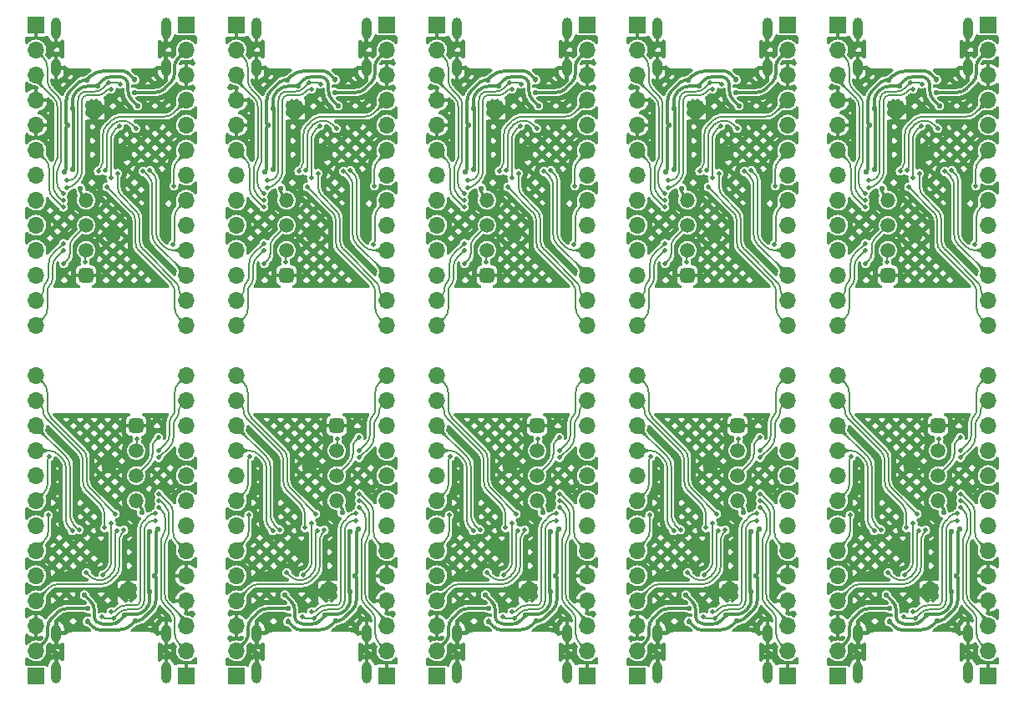
<source format=gbr>
G04 #@! TF.GenerationSoftware,KiCad,Pcbnew,(6.0.1)*
G04 #@! TF.CreationDate,2022-03-23T10:30:31+07:00*
G04 #@! TF.ProjectId,Kimiro,4b696d69-726f-42e6-9b69-6361645f7063,rev?*
G04 #@! TF.SameCoordinates,Original*
G04 #@! TF.FileFunction,Copper,L2,Bot*
G04 #@! TF.FilePolarity,Positive*
%FSLAX46Y46*%
G04 Gerber Fmt 4.6, Leading zero omitted, Abs format (unit mm)*
G04 Created by KiCad (PCBNEW (6.0.1)) date 2022-03-23 10:30:31*
%MOMM*%
%LPD*%
G01*
G04 APERTURE LIST*
G04 Aperture macros list*
%AMRoundRect*
0 Rectangle with rounded corners*
0 $1 Rounding radius*
0 $2 $3 $4 $5 $6 $7 $8 $9 X,Y pos of 4 corners*
0 Add a 4 corners polygon primitive as box body*
4,1,4,$2,$3,$4,$5,$6,$7,$8,$9,$2,$3,0*
0 Add four circle primitives for the rounded corners*
1,1,$1+$1,$2,$3*
1,1,$1+$1,$4,$5*
1,1,$1+$1,$6,$7*
1,1,$1+$1,$8,$9*
0 Add four rect primitives between the rounded corners*
20,1,$1+$1,$2,$3,$4,$5,0*
20,1,$1+$1,$4,$5,$6,$7,0*
20,1,$1+$1,$6,$7,$8,$9,0*
20,1,$1+$1,$8,$9,$2,$3,0*%
G04 Aperture macros list end*
G04 #@! TA.AperFunction,ComponentPad*
%ADD10C,0.500000*%
G04 #@! TD*
G04 #@! TA.AperFunction,SMDPad,CuDef*
%ADD11R,1.600000X1.600000*%
G04 #@! TD*
G04 #@! TA.AperFunction,ComponentPad*
%ADD12O,1.000000X2.200000*%
G04 #@! TD*
G04 #@! TA.AperFunction,ComponentPad*
%ADD13O,1.000000X1.800000*%
G04 #@! TD*
G04 #@! TA.AperFunction,ComponentPad*
%ADD14R,1.700000X1.700000*%
G04 #@! TD*
G04 #@! TA.AperFunction,ComponentPad*
%ADD15O,1.700000X1.700000*%
G04 #@! TD*
G04 #@! TA.AperFunction,ConnectorPad*
%ADD16RoundRect,0.375000X-0.375000X-0.375000X0.375000X-0.375000X0.375000X0.375000X-0.375000X0.375000X0*%
G04 #@! TD*
G04 #@! TA.AperFunction,ConnectorPad*
%ADD17C,1.500000*%
G04 #@! TD*
G04 #@! TA.AperFunction,ConnectorPad*
%ADD18O,1.500000X1.500000*%
G04 #@! TD*
G04 #@! TA.AperFunction,ConnectorPad*
%ADD19RoundRect,0.375000X0.375000X0.375000X-0.375000X0.375000X-0.375000X-0.375000X0.375000X-0.375000X0*%
G04 #@! TD*
G04 #@! TA.AperFunction,ViaPad*
%ADD20C,0.550000*%
G04 #@! TD*
G04 #@! TA.AperFunction,ViaPad*
%ADD21C,0.500000*%
G04 #@! TD*
G04 #@! TA.AperFunction,Conductor*
%ADD22C,0.300000*%
G04 #@! TD*
G04 #@! TA.AperFunction,Conductor*
%ADD23C,0.200000*%
G04 #@! TD*
G04 APERTURE END LIST*
D10*
X158682600Y-92371000D03*
X159782600Y-92371000D03*
X158682600Y-91271000D03*
D11*
X159232600Y-91821000D03*
D10*
X159782600Y-91271000D03*
X97722600Y-92371000D03*
X98822600Y-91271000D03*
X97722600Y-91271000D03*
D11*
X98272600Y-91821000D03*
D10*
X98822600Y-92371000D03*
D12*
X142724400Y-34630500D03*
X131574400Y-34630500D03*
D13*
X131574400Y-38630500D03*
X142724400Y-38630500D03*
D12*
X122404400Y-34630500D03*
D13*
X111254400Y-38630500D03*
X122404400Y-38630500D03*
D12*
X111254400Y-34630500D03*
D13*
X163065600Y-95989500D03*
X151915600Y-95989500D03*
D12*
X163065600Y-99989500D03*
X151915600Y-99989500D03*
D14*
X144780000Y-34290000D03*
D15*
X144780000Y-36830000D03*
X144780000Y-39370000D03*
X144780000Y-41910000D03*
X144780000Y-44450000D03*
X144780000Y-46990000D03*
X144780000Y-49530000D03*
X144780000Y-52070000D03*
X144780000Y-54610000D03*
X144780000Y-57150000D03*
X144780000Y-59690000D03*
X144780000Y-62230000D03*
X144780000Y-64770000D03*
D14*
X124460000Y-100330000D03*
D15*
X124460000Y-97790000D03*
X124460000Y-95250000D03*
X124460000Y-92710000D03*
X124460000Y-90170000D03*
X124460000Y-87630000D03*
X124460000Y-85090000D03*
X124460000Y-82550000D03*
X124460000Y-80010000D03*
X124460000Y-77470000D03*
X124460000Y-74930000D03*
X124460000Y-72390000D03*
X124460000Y-69850000D03*
D10*
X73897400Y-42249000D03*
X74997400Y-43349000D03*
X74997400Y-42249000D03*
D11*
X74447400Y-42799000D03*
D10*
X73897400Y-43349000D03*
D14*
X144780000Y-100330000D03*
D15*
X144780000Y-97790000D03*
X144780000Y-95250000D03*
X144780000Y-92710000D03*
X144780000Y-90170000D03*
X144780000Y-87630000D03*
X144780000Y-85090000D03*
X144780000Y-82550000D03*
X144780000Y-80010000D03*
X144780000Y-77470000D03*
X144780000Y-74930000D03*
X144780000Y-72390000D03*
X144780000Y-69850000D03*
D10*
X118042600Y-92371000D03*
D11*
X118592600Y-91821000D03*
D10*
X118042600Y-91271000D03*
X119142600Y-91271000D03*
X119142600Y-92371000D03*
D14*
X83820000Y-100330000D03*
D15*
X83820000Y-97790000D03*
X83820000Y-95250000D03*
X83820000Y-92710000D03*
X83820000Y-90170000D03*
X83820000Y-87630000D03*
X83820000Y-85090000D03*
X83820000Y-82550000D03*
X83820000Y-80010000D03*
X83820000Y-77470000D03*
X83820000Y-74930000D03*
X83820000Y-72390000D03*
X83820000Y-69850000D03*
D13*
X111275600Y-95989500D03*
D12*
X111275600Y-99989500D03*
X122425600Y-99989500D03*
D13*
X122425600Y-95989500D03*
D14*
X109220000Y-34290000D03*
D15*
X109220000Y-36830000D03*
X109220000Y-39370000D03*
X109220000Y-41910000D03*
X109220000Y-44450000D03*
X109220000Y-46990000D03*
X109220000Y-49530000D03*
X109220000Y-52070000D03*
X109220000Y-54610000D03*
X109220000Y-57150000D03*
X109220000Y-59690000D03*
X109220000Y-62230000D03*
X109220000Y-64770000D03*
D10*
X94217400Y-43349000D03*
X94217400Y-42249000D03*
D11*
X94767400Y-42799000D03*
D10*
X95317400Y-43349000D03*
X95317400Y-42249000D03*
D14*
X124460000Y-34290000D03*
D15*
X124460000Y-36830000D03*
X124460000Y-39370000D03*
X124460000Y-41910000D03*
X124460000Y-44450000D03*
X124460000Y-46990000D03*
X124460000Y-49530000D03*
X124460000Y-52070000D03*
X124460000Y-54610000D03*
X124460000Y-57150000D03*
X124460000Y-59690000D03*
X124460000Y-62230000D03*
X124460000Y-64770000D03*
D10*
X78502600Y-92371000D03*
X77402600Y-91271000D03*
X77402600Y-92371000D03*
D11*
X77952600Y-91821000D03*
D10*
X78502600Y-91271000D03*
D12*
X81764400Y-34630500D03*
D13*
X70614400Y-38630500D03*
X81764400Y-38630500D03*
D12*
X70614400Y-34630500D03*
D14*
X129540000Y-100330000D03*
D15*
X129540000Y-97790000D03*
X129540000Y-95250000D03*
X129540000Y-92710000D03*
X129540000Y-90170000D03*
X129540000Y-87630000D03*
X129540000Y-85090000D03*
X129540000Y-82550000D03*
X129540000Y-80010000D03*
X129540000Y-77470000D03*
X129540000Y-74930000D03*
X129540000Y-72390000D03*
X129540000Y-69850000D03*
D14*
X165100000Y-34290000D03*
D15*
X165100000Y-36830000D03*
X165100000Y-39370000D03*
X165100000Y-41910000D03*
X165100000Y-44450000D03*
X165100000Y-46990000D03*
X165100000Y-49530000D03*
X165100000Y-52070000D03*
X165100000Y-54610000D03*
X165100000Y-57150000D03*
X165100000Y-59690000D03*
X165100000Y-62230000D03*
X165100000Y-64770000D03*
D14*
X88900000Y-34290000D03*
D15*
X88900000Y-36830000D03*
X88900000Y-39370000D03*
X88900000Y-41910000D03*
X88900000Y-44450000D03*
X88900000Y-46990000D03*
X88900000Y-49530000D03*
X88900000Y-52070000D03*
X88900000Y-54610000D03*
X88900000Y-57150000D03*
X88900000Y-59690000D03*
X88900000Y-62230000D03*
X88900000Y-64770000D03*
D11*
X138912600Y-91821000D03*
D10*
X139462600Y-91271000D03*
X139462600Y-92371000D03*
X138362600Y-92371000D03*
X138362600Y-91271000D03*
D14*
X165100000Y-100330000D03*
D15*
X165100000Y-97790000D03*
X165100000Y-95250000D03*
X165100000Y-92710000D03*
X165100000Y-90170000D03*
X165100000Y-87630000D03*
X165100000Y-85090000D03*
X165100000Y-82550000D03*
X165100000Y-80010000D03*
X165100000Y-77470000D03*
X165100000Y-74930000D03*
X165100000Y-72390000D03*
X165100000Y-69850000D03*
D14*
X149860000Y-34290000D03*
D15*
X149860000Y-36830000D03*
X149860000Y-39370000D03*
X149860000Y-41910000D03*
X149860000Y-44450000D03*
X149860000Y-46990000D03*
X149860000Y-49530000D03*
X149860000Y-52070000D03*
X149860000Y-54610000D03*
X149860000Y-57150000D03*
X149860000Y-59690000D03*
X149860000Y-62230000D03*
X149860000Y-64770000D03*
D14*
X149860000Y-100330000D03*
D15*
X149860000Y-97790000D03*
X149860000Y-95250000D03*
X149860000Y-92710000D03*
X149860000Y-90170000D03*
X149860000Y-87630000D03*
X149860000Y-85090000D03*
X149860000Y-82550000D03*
X149860000Y-80010000D03*
X149860000Y-77470000D03*
X149860000Y-74930000D03*
X149860000Y-72390000D03*
X149860000Y-69850000D03*
D13*
X131595600Y-95989500D03*
D12*
X142745600Y-99989500D03*
D13*
X142745600Y-95989500D03*
D12*
X131595600Y-99989500D03*
D14*
X104140000Y-34290000D03*
D15*
X104140000Y-36830000D03*
X104140000Y-39370000D03*
X104140000Y-41910000D03*
X104140000Y-44450000D03*
X104140000Y-46990000D03*
X104140000Y-49530000D03*
X104140000Y-52070000D03*
X104140000Y-54610000D03*
X104140000Y-57150000D03*
X104140000Y-59690000D03*
X104140000Y-62230000D03*
X104140000Y-64770000D03*
D14*
X83820000Y-34290000D03*
D15*
X83820000Y-36830000D03*
X83820000Y-39370000D03*
X83820000Y-41910000D03*
X83820000Y-44450000D03*
X83820000Y-46990000D03*
X83820000Y-49530000D03*
X83820000Y-52070000D03*
X83820000Y-54610000D03*
X83820000Y-57150000D03*
X83820000Y-59690000D03*
X83820000Y-62230000D03*
X83820000Y-64770000D03*
D14*
X104140000Y-100330000D03*
D15*
X104140000Y-97790000D03*
X104140000Y-95250000D03*
X104140000Y-92710000D03*
X104140000Y-90170000D03*
X104140000Y-87630000D03*
X104140000Y-85090000D03*
X104140000Y-82550000D03*
X104140000Y-80010000D03*
X104140000Y-77470000D03*
X104140000Y-74930000D03*
X104140000Y-72390000D03*
X104140000Y-69850000D03*
D12*
X151894400Y-34630500D03*
D13*
X151894400Y-38630500D03*
X163044400Y-38630500D03*
D12*
X163044400Y-34630500D03*
D10*
X135957400Y-42249000D03*
X134857400Y-42249000D03*
X135957400Y-43349000D03*
X134857400Y-43349000D03*
D11*
X135407400Y-42799000D03*
D12*
X102105600Y-99989500D03*
D13*
X90955600Y-95989500D03*
X102105600Y-95989500D03*
D12*
X90955600Y-99989500D03*
D14*
X88900000Y-100330000D03*
D15*
X88900000Y-97790000D03*
X88900000Y-95250000D03*
X88900000Y-92710000D03*
X88900000Y-90170000D03*
X88900000Y-87630000D03*
X88900000Y-85090000D03*
X88900000Y-82550000D03*
X88900000Y-80010000D03*
X88900000Y-77470000D03*
X88900000Y-74930000D03*
X88900000Y-72390000D03*
X88900000Y-69850000D03*
D14*
X68580000Y-100330000D03*
D15*
X68580000Y-97790000D03*
X68580000Y-95250000D03*
X68580000Y-92710000D03*
X68580000Y-90170000D03*
X68580000Y-87630000D03*
X68580000Y-85090000D03*
X68580000Y-82550000D03*
X68580000Y-80010000D03*
X68580000Y-77470000D03*
X68580000Y-74930000D03*
X68580000Y-72390000D03*
X68580000Y-69850000D03*
D14*
X109220000Y-100330000D03*
D15*
X109220000Y-97790000D03*
X109220000Y-95250000D03*
X109220000Y-92710000D03*
X109220000Y-90170000D03*
X109220000Y-87630000D03*
X109220000Y-85090000D03*
X109220000Y-82550000D03*
X109220000Y-80010000D03*
X109220000Y-77470000D03*
X109220000Y-74930000D03*
X109220000Y-72390000D03*
X109220000Y-69850000D03*
D10*
X156277400Y-42249000D03*
X155177400Y-42249000D03*
X156277400Y-43349000D03*
D11*
X155727400Y-42799000D03*
D10*
X155177400Y-43349000D03*
D14*
X129540000Y-34290000D03*
D15*
X129540000Y-36830000D03*
X129540000Y-39370000D03*
X129540000Y-41910000D03*
X129540000Y-44450000D03*
X129540000Y-46990000D03*
X129540000Y-49530000D03*
X129540000Y-52070000D03*
X129540000Y-54610000D03*
X129540000Y-57150000D03*
X129540000Y-59690000D03*
X129540000Y-62230000D03*
X129540000Y-64770000D03*
D14*
X68580000Y-34290000D03*
D15*
X68580000Y-36830000D03*
X68580000Y-39370000D03*
X68580000Y-41910000D03*
X68580000Y-44450000D03*
X68580000Y-46990000D03*
X68580000Y-49530000D03*
X68580000Y-52070000D03*
X68580000Y-54610000D03*
X68580000Y-57150000D03*
X68580000Y-59690000D03*
X68580000Y-62230000D03*
X68580000Y-64770000D03*
D12*
X90934400Y-34630500D03*
D13*
X102084400Y-38630500D03*
D12*
X102084400Y-34630500D03*
D13*
X90934400Y-38630500D03*
D10*
X115637400Y-42249000D03*
X114537400Y-43349000D03*
X114537400Y-42249000D03*
X115637400Y-43349000D03*
D11*
X115087400Y-42799000D03*
D12*
X70635600Y-99989500D03*
X81785600Y-99989500D03*
D13*
X70635600Y-95989500D03*
X81785600Y-95989500D03*
D16*
X93980000Y-59690000D03*
D17*
X93980000Y-57150000D03*
X93980000Y-54610000D03*
D18*
X93980000Y-52070000D03*
D16*
X134620000Y-59690000D03*
D17*
X134620000Y-57150000D03*
X134620000Y-54610000D03*
D18*
X134620000Y-52070000D03*
D19*
X119380000Y-74930000D03*
D17*
X119380000Y-77470000D03*
X119380000Y-80010000D03*
D18*
X119380000Y-82550000D03*
D19*
X160020000Y-74930000D03*
D17*
X160020000Y-77470000D03*
X160020000Y-80010000D03*
D18*
X160020000Y-82550000D03*
D16*
X154940000Y-59690000D03*
D17*
X154940000Y-57150000D03*
X154940000Y-54610000D03*
D18*
X154940000Y-52070000D03*
D19*
X78740000Y-74930000D03*
D17*
X78740000Y-77470000D03*
X78740000Y-80010000D03*
D18*
X78740000Y-82550000D03*
D16*
X114300000Y-59690000D03*
D17*
X114300000Y-57150000D03*
X114300000Y-54610000D03*
D18*
X114300000Y-52070000D03*
D19*
X139700000Y-74930000D03*
D17*
X139700000Y-77470000D03*
X139700000Y-80010000D03*
D18*
X139700000Y-82550000D03*
D16*
X73660000Y-59690000D03*
D17*
X73660000Y-57150000D03*
X73660000Y-54610000D03*
D18*
X73660000Y-52070000D03*
D19*
X99060000Y-74930000D03*
D17*
X99060000Y-77470000D03*
X99060000Y-80010000D03*
D18*
X99060000Y-82550000D03*
D20*
X101244400Y-85420200D03*
X119227600Y-39827200D03*
X114368534Y-39885259D03*
X132435600Y-49199800D03*
X121259940Y-90158620D03*
X80924400Y-85420200D03*
X94048534Y-39885259D03*
X73812400Y-94792800D03*
X112115600Y-49199800D03*
X119311466Y-94734741D03*
X98991466Y-94734741D03*
X155008534Y-39885259D03*
X159951466Y-94734741D03*
X94132400Y-94792800D03*
X139547600Y-39827200D03*
X139631466Y-94734741D03*
X121564400Y-85420200D03*
X112420060Y-44461380D03*
X161899940Y-90158620D03*
X71475600Y-49199800D03*
X78671466Y-94734741D03*
X141579940Y-90158620D03*
X159867600Y-39827200D03*
X92100060Y-44461380D03*
X155092400Y-94792800D03*
X152755600Y-49199800D03*
X73728534Y-39885259D03*
X134772400Y-94792800D03*
X98907600Y-39827200D03*
X91795600Y-49199800D03*
X71780060Y-44461380D03*
X132740060Y-44461380D03*
X80619940Y-90158620D03*
X141884400Y-85420200D03*
X100939940Y-90158620D03*
X153060060Y-44461380D03*
X114452400Y-94792800D03*
X78587600Y-39827200D03*
X162204400Y-85420200D03*
X134688534Y-39885259D03*
D21*
X136960000Y-79020000D03*
X132765800Y-90474800D03*
X92125800Y-90474800D03*
X77546200Y-47320200D03*
X157280000Y-79020000D03*
X76000000Y-79020000D03*
X95173800Y-87299800D03*
X157680000Y-55600000D03*
X96720000Y-55600000D03*
X71805800Y-90474800D03*
X116640000Y-79020000D03*
X97866200Y-47320200D03*
X158826200Y-47320200D03*
X117040000Y-55600000D03*
X137360000Y-55600000D03*
X96320000Y-79020000D03*
X156133800Y-87299800D03*
X121234200Y-44145200D03*
X74853800Y-87299800D03*
X138506200Y-47320200D03*
X80594200Y-44145200D03*
X118186200Y-47320200D03*
X112445800Y-90474800D03*
X141554200Y-44145200D03*
X76400000Y-55600000D03*
X153085800Y-90474800D03*
X161874200Y-44145200D03*
X115493800Y-87299800D03*
X100914200Y-44145200D03*
X135813800Y-87299800D03*
D20*
X78892400Y-42494200D03*
X115447958Y-40467817D03*
X100440420Y-91821000D03*
X160172400Y-42494200D03*
X161400420Y-91821000D03*
X158872042Y-94152183D03*
X114147600Y-92125800D03*
X112919580Y-48971200D03*
X80120420Y-91821000D03*
X97912042Y-94152183D03*
X92599580Y-42799000D03*
X80120420Y-85648800D03*
X141080420Y-91821000D03*
X153559580Y-42799000D03*
X73507600Y-92125800D03*
X112919580Y-42799000D03*
X118232042Y-94152183D03*
X135767958Y-40467817D03*
X138552042Y-94152183D03*
X74807958Y-40467817D03*
X119532400Y-42494200D03*
X120760420Y-91821000D03*
X133239580Y-42799000D03*
X100440420Y-85648800D03*
X133239580Y-48971200D03*
X154787600Y-92125800D03*
X120760420Y-85648800D03*
X77592042Y-94152183D03*
X99212400Y-42494200D03*
X139852400Y-42494200D03*
X141080420Y-85648800D03*
X92599580Y-48971200D03*
X72279580Y-48971200D03*
X134467600Y-92125800D03*
X161400420Y-85648800D03*
X72279580Y-42799000D03*
X153559580Y-48971200D03*
X156087958Y-40467817D03*
X93827600Y-92125800D03*
X95127958Y-40467817D03*
X139496800Y-41122600D03*
X155143200Y-93497400D03*
X134823200Y-93497400D03*
X78536800Y-41122600D03*
X159816800Y-41122600D03*
X98856800Y-41122600D03*
X73863200Y-93497400D03*
X94183200Y-93497400D03*
X114503200Y-93497400D03*
X119176800Y-41122600D03*
D21*
X116024600Y-90071000D03*
X137975400Y-44549000D03*
X97335400Y-44549000D03*
X96494600Y-49784000D03*
X116865400Y-84836000D03*
X136344600Y-90071000D03*
X157454600Y-49784000D03*
X137185400Y-84836000D03*
X76174600Y-49784000D03*
X156664600Y-90071000D03*
X117655400Y-44549000D03*
X137134600Y-49784000D03*
X157505400Y-84836000D03*
X116814600Y-49784000D03*
X96545400Y-84836000D03*
X95704600Y-90071000D03*
X76225400Y-84836000D03*
X77015400Y-44549000D03*
X75384600Y-90071000D03*
X158295400Y-44549000D03*
X157478094Y-93838321D03*
X157481906Y-40781679D03*
X153009600Y-50774600D03*
X116838094Y-93838321D03*
X121310400Y-83845400D03*
X71729600Y-50774600D03*
X92049600Y-50774600D03*
X112369600Y-50774600D03*
X161950400Y-83845400D03*
X141630400Y-83845400D03*
X116841906Y-40781679D03*
X76201906Y-40781679D03*
X132689600Y-50774600D03*
X96518094Y-93838321D03*
X76198094Y-93838321D03*
X137158094Y-93838321D03*
X100990400Y-83845400D03*
X80670400Y-83845400D03*
X96521906Y-40781679D03*
X137161906Y-40781679D03*
X112369600Y-50075097D03*
X157212672Y-40136066D03*
X138065100Y-40284400D03*
X117107328Y-94483934D03*
X71729600Y-50075097D03*
X121310400Y-84544903D03*
X136892672Y-40136066D03*
X137427328Y-94483934D03*
X75294900Y-94335600D03*
X136254900Y-94335600D03*
X153009600Y-50075097D03*
X157747328Y-94483934D03*
X116572672Y-40136066D03*
X96252672Y-40136066D03*
X92049600Y-50075097D03*
X100990400Y-84544903D03*
X80670400Y-84544903D03*
X96787328Y-94483934D03*
X97425100Y-40284400D03*
X76467328Y-94483934D03*
X95614900Y-94335600D03*
X161950400Y-84544903D03*
X115934900Y-94335600D03*
X156574900Y-94335600D03*
X117745100Y-40284400D03*
X141630400Y-84544903D03*
X75932672Y-40136066D03*
X77105100Y-40284400D03*
X158385100Y-40284400D03*
X132689600Y-50075097D03*
X134657146Y-89855677D03*
X95935800Y-49047400D03*
X159982854Y-44764323D03*
X94017146Y-89855677D03*
X73697146Y-89855677D03*
X78702854Y-44764323D03*
X136575800Y-49047400D03*
X139662854Y-44764323D03*
X117424200Y-85572600D03*
X156895800Y-49047400D03*
X114337146Y-89855677D03*
X154977146Y-89855677D03*
X97104200Y-85572600D03*
X119342854Y-44764323D03*
X116255800Y-49047400D03*
X75615800Y-49047400D03*
X99022854Y-44764323D03*
X158064200Y-85572600D03*
X137744200Y-85572600D03*
X76784200Y-85572600D03*
X73558400Y-58318400D03*
X99161600Y-76301600D03*
X160121600Y-76301600D03*
X78841600Y-76301600D03*
X93878400Y-58318400D03*
X134518400Y-58318400D03*
X154838400Y-58318400D03*
X119481600Y-76301600D03*
X139801600Y-76301600D03*
X114198400Y-58318400D03*
X152687532Y-58494011D03*
X121632468Y-76125989D03*
X80992468Y-76125989D03*
X162272468Y-76125989D03*
X112047532Y-58494011D03*
X141952468Y-76125989D03*
X91727532Y-58494011D03*
X101312468Y-76125989D03*
X132367532Y-58494011D03*
X71407532Y-58494011D03*
X158771516Y-85524647D03*
X77491516Y-85524647D03*
X138451516Y-85524647D03*
X115548484Y-49095353D03*
X156188484Y-49095353D03*
X74908484Y-49095353D03*
X118131516Y-85524647D03*
X135868484Y-49095353D03*
X97811516Y-85524647D03*
X95228484Y-49095353D03*
D20*
X113741200Y-50850800D03*
X119938800Y-83769200D03*
X73101200Y-50850800D03*
X79298800Y-83769200D03*
X99618800Y-83769200D03*
X134061200Y-50850800D03*
X93421200Y-50850800D03*
X160578800Y-83769200D03*
X154381200Y-50850800D03*
X140258800Y-83769200D03*
D21*
X81052515Y-83259490D03*
X132307485Y-51360510D03*
X111987485Y-51360510D03*
X121692515Y-83259490D03*
X91667485Y-51360510D03*
X71347485Y-51360510D03*
X142012515Y-83259490D03*
X101372515Y-83259490D03*
X152627485Y-51360510D03*
X162332515Y-83259490D03*
X162330632Y-82553399D03*
X121690632Y-82553399D03*
X132309368Y-52066601D03*
X142010632Y-82553399D03*
X111989368Y-52066601D03*
X81050632Y-82553399D03*
X152629368Y-52066601D03*
X71349368Y-52066601D03*
X91669368Y-52066601D03*
X101370632Y-82553399D03*
X121691508Y-81853897D03*
X71348492Y-52766103D03*
X132308492Y-52766103D03*
X162331508Y-81853897D03*
X142011508Y-81853897D03*
X101371508Y-81853897D03*
X152628492Y-52766103D03*
X91668492Y-52766103D03*
X111988492Y-52766103D03*
X81051508Y-81853897D03*
X121666000Y-78181200D03*
X141986000Y-78181200D03*
X91694000Y-56438800D03*
X81026000Y-78181200D03*
X152654000Y-56438800D03*
X132334000Y-56438800D03*
X162306000Y-78181200D03*
X71374000Y-56438800D03*
X112014000Y-56438800D03*
X101346000Y-78181200D03*
X162268715Y-77441373D03*
X112051285Y-57178627D03*
X132371285Y-57178627D03*
X101308715Y-77441373D03*
X71411285Y-57178627D03*
X80988715Y-77441373D03*
X152691285Y-57178627D03*
X121628715Y-77441373D03*
X141948715Y-77441373D03*
X91731285Y-57178627D03*
X110474271Y-84007514D03*
X90154271Y-84007514D03*
X143525729Y-50612486D03*
X123205729Y-50612486D03*
X69834271Y-84007514D03*
X163845729Y-50612486D03*
X151114271Y-84007514D03*
X102885729Y-50612486D03*
X130794271Y-84007514D03*
X82565729Y-50612486D03*
X90271600Y-78054200D03*
X69951600Y-78054200D03*
X163728400Y-56565800D03*
X82448400Y-56565800D03*
X143408400Y-56565800D03*
X151231600Y-78054200D03*
X130911600Y-78054200D03*
X110591600Y-78054200D03*
X123088400Y-56565800D03*
X102768400Y-56565800D03*
X120765303Y-49022000D03*
X100445303Y-49022000D03*
X141085303Y-49022000D03*
X153554697Y-85598000D03*
X92594697Y-85598000D03*
X112914697Y-85598000D03*
X133234697Y-85598000D03*
X161405303Y-49022000D03*
X72274697Y-85598000D03*
X80125303Y-49022000D03*
X140394226Y-49130237D03*
X160714226Y-49130237D03*
X133925774Y-85489763D03*
X72965774Y-85489763D03*
X99754226Y-49130237D03*
X120074226Y-49130237D03*
X154245774Y-85489763D03*
X113605774Y-85489763D03*
X79434226Y-49130237D03*
X93285774Y-85489763D03*
X117500400Y-49326800D03*
X97180400Y-49326800D03*
X137820400Y-49326800D03*
X95859600Y-85293200D03*
X156819600Y-85293200D03*
X116179600Y-85293200D03*
X136499600Y-85293200D03*
X158140400Y-49326800D03*
X76860400Y-49326800D03*
X75539600Y-85293200D03*
X137591800Y-83896200D03*
X157048200Y-50723800D03*
X157911800Y-83896200D03*
X96951800Y-83896200D03*
X116408200Y-50723800D03*
X117271800Y-83896200D03*
X136728200Y-50723800D03*
X76631800Y-83896200D03*
X96088200Y-50723800D03*
X75768200Y-50723800D03*
D22*
X91975069Y-48893427D02*
X91975069Y-44674752D01*
X141704931Y-90371993D02*
X141704931Y-92665524D01*
X94132400Y-94792800D02*
X94132400Y-94665800D01*
X156339574Y-95662480D02*
X158265547Y-95662480D01*
X139547600Y-39827200D02*
X139547600Y-39954200D01*
X101064931Y-90371993D02*
X101064931Y-92665524D01*
X154240070Y-40085984D02*
X153333517Y-40992537D01*
X112357564Y-44523875D02*
X112420060Y-44461380D01*
X114452400Y-94792800D02*
X114452400Y-94665800D01*
X93764665Y-39885259D02*
X94048534Y-39885259D01*
X92037564Y-44398884D02*
X92100060Y-44461380D01*
X77340426Y-38957520D02*
X75414453Y-38957520D01*
X138944848Y-39224448D02*
X139547600Y-39827200D01*
X78955335Y-94734741D02*
X78671466Y-94734741D01*
X152935069Y-48893427D02*
X152935069Y-44674752D01*
X132435600Y-49199800D02*
X132525334Y-49110065D01*
X155092400Y-94792800D02*
X155092400Y-94665800D01*
X94735152Y-95395552D02*
X94132400Y-94792800D01*
X113600070Y-40085984D02*
X112693517Y-40992537D01*
X71717564Y-44523875D02*
X71780060Y-44461380D01*
X78671466Y-94734741D02*
X78279843Y-95126365D01*
X138300426Y-38957520D02*
X136374453Y-38957520D01*
X121384931Y-90371993D02*
X121384931Y-92665524D01*
X72960070Y-40085984D02*
X72053517Y-40992537D01*
X101244400Y-85420200D02*
X101154666Y-85509935D01*
X160235335Y-94734741D02*
X159951466Y-94734741D01*
X112357564Y-44398884D02*
X112420060Y-44461380D01*
X155695152Y-95395552D02*
X155092400Y-94792800D01*
X119227600Y-39827200D02*
X119227600Y-39954200D01*
X136019574Y-95662480D02*
X137945547Y-95662480D01*
X75059574Y-95662480D02*
X76985547Y-95662480D01*
X132677564Y-44398884D02*
X132740060Y-44461380D01*
X135375152Y-95395552D02*
X134772400Y-94792800D01*
X94048534Y-39885259D02*
X94440157Y-39493635D01*
X132615069Y-48893427D02*
X132615069Y-44674752D01*
X152997564Y-44523875D02*
X153060060Y-44461380D01*
X78587600Y-39827200D02*
X78587600Y-39954200D01*
X121564400Y-85420200D02*
X121474666Y-85509935D01*
X73812400Y-94792800D02*
X73812400Y-94665800D01*
X98304848Y-39224448D02*
X98907600Y-39827200D01*
X91975069Y-44248007D02*
X91975069Y-41954476D01*
X120079930Y-94534016D02*
X120986483Y-93627463D01*
X99275335Y-94734741D02*
X98991466Y-94734741D01*
X159951466Y-94734741D02*
X159559843Y-95126365D01*
X132677564Y-44523875D02*
X132740060Y-44461380D01*
X79439930Y-94534016D02*
X80346483Y-93627463D01*
X121384931Y-85726573D02*
X121384931Y-89945248D01*
X141884400Y-85420200D02*
X141794666Y-85509935D01*
X121322436Y-90096125D02*
X121259940Y-90158620D01*
X112115600Y-49199800D02*
X112205334Y-49110065D01*
X141642436Y-90096125D02*
X141579940Y-90158620D01*
X80682436Y-90096125D02*
X80619940Y-90158620D01*
X73444665Y-39885259D02*
X73728534Y-39885259D01*
X92037564Y-44523875D02*
X92100060Y-44461380D01*
X155008534Y-39885259D02*
X155400157Y-39493635D01*
X115055152Y-95395552D02*
X114452400Y-94792800D01*
X115699574Y-95662480D02*
X117625547Y-95662480D01*
X140399930Y-94534016D02*
X141306483Y-93627463D01*
X132615069Y-44248007D02*
X132615069Y-41954476D01*
X95379574Y-95662480D02*
X97305547Y-95662480D01*
X93280070Y-40085984D02*
X92373517Y-40992537D01*
X80744931Y-90371993D02*
X80744931Y-92665524D01*
X119311466Y-94734741D02*
X118919843Y-95126365D01*
X141642436Y-90221116D02*
X141579940Y-90158620D01*
X152935069Y-44248007D02*
X152935069Y-41954476D01*
X152755600Y-49199800D02*
X152845334Y-49110065D01*
X101002436Y-90096125D02*
X100939940Y-90158620D01*
X71655069Y-48893427D02*
X71655069Y-44674752D01*
X71655069Y-44248007D02*
X71655069Y-41954476D01*
X154724665Y-39885259D02*
X155008534Y-39885259D01*
X139915335Y-94734741D02*
X139631466Y-94734741D01*
X77984848Y-39224448D02*
X78587600Y-39827200D01*
X158620426Y-38957520D02*
X156694453Y-38957520D01*
X161962436Y-90221116D02*
X161899940Y-90158620D01*
X73728534Y-39885259D02*
X74120157Y-39493635D01*
X162024931Y-90371993D02*
X162024931Y-92665524D01*
X121322436Y-90221116D02*
X121259940Y-90158620D01*
X112295069Y-44248007D02*
X112295069Y-41954476D01*
X139631466Y-94734741D02*
X139239843Y-95126365D01*
X134772400Y-94792800D02*
X134772400Y-94665800D01*
X119595335Y-94734741D02*
X119311466Y-94734741D01*
X162204400Y-85420200D02*
X162114666Y-85509935D01*
X80924400Y-85420200D02*
X80834666Y-85509935D01*
X159867600Y-39827200D02*
X159867600Y-39954200D01*
X159264848Y-39224448D02*
X159867600Y-39827200D01*
X117980426Y-38957520D02*
X116054453Y-38957520D01*
X161962436Y-90096125D02*
X161899940Y-90158620D01*
X80682436Y-90221116D02*
X80619940Y-90158620D01*
X112295069Y-48893427D02*
X112295069Y-44674752D01*
X98907600Y-39827200D02*
X98907600Y-39954200D01*
X160719930Y-94534016D02*
X161626483Y-93627463D01*
X141704931Y-85726573D02*
X141704931Y-89945248D01*
X162024931Y-85726573D02*
X162024931Y-89945248D01*
X134688534Y-39885259D02*
X135080157Y-39493635D01*
X118624848Y-39224448D02*
X119227600Y-39827200D01*
X97660426Y-38957520D02*
X95734453Y-38957520D01*
X134404665Y-39885259D02*
X134688534Y-39885259D01*
X98991466Y-94734741D02*
X98599843Y-95126365D01*
X99759930Y-94534016D02*
X100666483Y-93627463D01*
X114084665Y-39885259D02*
X114368534Y-39885259D01*
X91795600Y-49199800D02*
X91885334Y-49110065D01*
X74415152Y-95395552D02*
X73812400Y-94792800D01*
X71717564Y-44398884D02*
X71780060Y-44461380D01*
X152997564Y-44398884D02*
X153060060Y-44461380D01*
X80744931Y-85726573D02*
X80744931Y-89945248D01*
X101064931Y-85726573D02*
X101064931Y-89945248D01*
X71475600Y-49199800D02*
X71565334Y-49110065D01*
X114368534Y-39885259D02*
X114760157Y-39493635D01*
X101002436Y-90221116D02*
X100939940Y-90158620D01*
X133920070Y-40085984D02*
X133013517Y-40992537D01*
X121322436Y-90221116D02*
G75*
G02*
X121384931Y-90371993I-150868J-150873D01*
G01*
X92037564Y-44398884D02*
G75*
G02*
X91975069Y-44248007I150868J150873D01*
G01*
X71717564Y-44398884D02*
G75*
G02*
X71655069Y-44248007I150868J150873D01*
G01*
X71655068Y-48893427D02*
G75*
G02*
X71565333Y-49110064I-306380J4D01*
G01*
X112295069Y-44674752D02*
G75*
G02*
X112357564Y-44523875I213363J4D01*
G01*
X162024930Y-92665524D02*
G75*
G02*
X161626482Y-93627462I-1360382J-2D01*
G01*
X132677564Y-44398884D02*
G75*
G02*
X132615069Y-44248007I150868J150873D01*
G01*
X91975068Y-48893427D02*
G75*
G02*
X91885333Y-49110064I-306380J4D01*
G01*
X95734453Y-38957520D02*
G75*
G03*
X94440157Y-39493635I1J-1830413D01*
G01*
X156694453Y-38957520D02*
G75*
G03*
X155400157Y-39493635I1J-1830413D01*
G01*
X91975069Y-44674752D02*
G75*
G02*
X92037564Y-44523875I213363J4D01*
G01*
X155695152Y-95395552D02*
G75*
G03*
X156339574Y-95662480I644420J644418D01*
G01*
X116054453Y-38957520D02*
G75*
G03*
X114760157Y-39493635I1J-1830413D01*
G01*
X121384930Y-92665524D02*
G75*
G02*
X120986482Y-93627462I-1360382J-2D01*
G01*
X98304848Y-39224448D02*
G75*
G03*
X97660426Y-38957520I-644420J-644418D01*
G01*
X71655069Y-44674752D02*
G75*
G02*
X71717564Y-44523875I213363J4D01*
G01*
X112357564Y-44398884D02*
G75*
G02*
X112295069Y-44248007I150868J150873D01*
G01*
X152935069Y-44674752D02*
G75*
G02*
X152997564Y-44523875I213363J4D01*
G01*
X132615068Y-48893427D02*
G75*
G02*
X132525333Y-49110064I-306380J4D01*
G01*
X101064930Y-92665524D02*
G75*
G02*
X100666482Y-93627462I-1360382J-2D01*
G01*
X80744931Y-89945248D02*
G75*
G02*
X80682436Y-90096125I-213363J-4D01*
G01*
X74415152Y-95395552D02*
G75*
G03*
X75059574Y-95662480I644420J644418D01*
G01*
X140399930Y-94534016D02*
G75*
G02*
X139915335Y-94734741I-484591J484589D01*
G01*
X79439930Y-94534016D02*
G75*
G02*
X78955335Y-94734741I-484591J484589D01*
G01*
X72960070Y-40085984D02*
G75*
G02*
X73444665Y-39885259I484591J-484589D01*
G01*
X141642436Y-90221116D02*
G75*
G02*
X141704931Y-90371993I-150868J-150873D01*
G01*
X101064931Y-89945248D02*
G75*
G02*
X101002436Y-90096125I-213363J-4D01*
G01*
X76985547Y-95662480D02*
G75*
G03*
X78279843Y-95126365I-1J1830413D01*
G01*
X112295070Y-41954476D02*
G75*
G02*
X112693518Y-40992538I1360382J2D01*
G01*
X93280070Y-40085984D02*
G75*
G02*
X93764665Y-39885259I484591J-484589D01*
G01*
X112295068Y-48893427D02*
G75*
G02*
X112205333Y-49110064I-306380J4D01*
G01*
X120079930Y-94534016D02*
G75*
G02*
X119595335Y-94734741I-484591J484589D01*
G01*
X71655070Y-41954476D02*
G75*
G02*
X72053518Y-40992538I1360382J2D01*
G01*
X99759930Y-94534016D02*
G75*
G02*
X99275335Y-94734741I-484591J484589D01*
G01*
X118624848Y-39224448D02*
G75*
G03*
X117980426Y-38957520I-644420J-644418D01*
G01*
X162024932Y-85726573D02*
G75*
G02*
X162114667Y-85509936I306380J-4D01*
G01*
X141704931Y-89945248D02*
G75*
G02*
X141642436Y-90096125I-213363J-4D01*
G01*
X113600070Y-40085984D02*
G75*
G02*
X114084665Y-39885259I484591J-484589D01*
G01*
X97305547Y-95662480D02*
G75*
G03*
X98599843Y-95126365I-1J1830413D01*
G01*
X121384932Y-85726573D02*
G75*
G02*
X121474667Y-85509936I306380J-4D01*
G01*
X77984848Y-39224448D02*
G75*
G03*
X77340426Y-38957520I-644420J-644418D01*
G01*
X137945547Y-95662480D02*
G75*
G03*
X139239843Y-95126365I-1J1830413D01*
G01*
X121384931Y-89945248D02*
G75*
G02*
X121322436Y-90096125I-213363J-4D01*
G01*
X115055152Y-95395552D02*
G75*
G03*
X115699574Y-95662480I644420J644418D01*
G01*
X158265547Y-95662480D02*
G75*
G03*
X159559843Y-95126365I-1J1830413D01*
G01*
X132615069Y-44674752D02*
G75*
G02*
X132677564Y-44523875I213363J4D01*
G01*
X159264848Y-39224448D02*
G75*
G03*
X158620426Y-38957520I-644420J-644418D01*
G01*
X136374453Y-38957520D02*
G75*
G03*
X135080157Y-39493635I1J-1830413D01*
G01*
X133920070Y-40085984D02*
G75*
G02*
X134404665Y-39885259I484591J-484589D01*
G01*
X94735152Y-95395552D02*
G75*
G03*
X95379574Y-95662480I644420J644418D01*
G01*
X154240070Y-40085984D02*
G75*
G02*
X154724665Y-39885259I484591J-484589D01*
G01*
X152935070Y-41954476D02*
G75*
G02*
X153333518Y-40992538I1360382J2D01*
G01*
X80744932Y-85726573D02*
G75*
G02*
X80834667Y-85509936I306380J-4D01*
G01*
X135375152Y-95395552D02*
G75*
G03*
X136019574Y-95662480I644420J644418D01*
G01*
X117625547Y-95662480D02*
G75*
G03*
X118919843Y-95126365I-1J1830413D01*
G01*
X80744930Y-92665524D02*
G75*
G02*
X80346482Y-93627462I-1360382J-2D01*
G01*
X101064932Y-85726573D02*
G75*
G02*
X101154667Y-85509936I306380J-4D01*
G01*
X161962436Y-90221116D02*
G75*
G02*
X162024931Y-90371993I-150868J-150873D01*
G01*
X141704930Y-92665524D02*
G75*
G02*
X141306482Y-93627462I-1360382J-2D01*
G01*
X160719930Y-94534016D02*
G75*
G02*
X160235335Y-94734741I-484591J484589D01*
G01*
X91975070Y-41954476D02*
G75*
G02*
X92373518Y-40992538I1360382J2D01*
G01*
X138944848Y-39224448D02*
G75*
G03*
X138300426Y-38957520I-644420J-644418D01*
G01*
X152935068Y-48893427D02*
G75*
G02*
X152845333Y-49110064I-306380J4D01*
G01*
X101002436Y-90221116D02*
G75*
G02*
X101064931Y-90371993I-150868J-150873D01*
G01*
X75414453Y-38957520D02*
G75*
G03*
X74120157Y-39493635I1J-1830413D01*
G01*
X80682436Y-90221116D02*
G75*
G02*
X80744931Y-90371993I-150868J-150873D01*
G01*
X152997564Y-44398884D02*
G75*
G02*
X152935069Y-44248007I150868J150873D01*
G01*
X132615070Y-41954476D02*
G75*
G02*
X133013518Y-40992538I1360382J2D01*
G01*
X162024931Y-89945248D02*
G75*
G02*
X161962436Y-90096125I-213363J-4D01*
G01*
X141704932Y-85726573D02*
G75*
G02*
X141794667Y-85509936I306380J-4D01*
G01*
X120760420Y-91821000D02*
X120760420Y-92583608D01*
X72404560Y-48757845D02*
X72404560Y-43012354D01*
X99212400Y-42494200D02*
X98620248Y-41902048D01*
X97434104Y-94684997D02*
X97912042Y-94207058D01*
X94940192Y-40509770D02*
X94126202Y-40509770D01*
X139852400Y-42494200D02*
X139260248Y-41902048D01*
X77722385Y-94134015D02*
X77698600Y-94157800D01*
X79995440Y-85862155D02*
X79995440Y-91607646D01*
X113318027Y-41074453D02*
X113484263Y-40908218D01*
X133239580Y-42799000D02*
X133239580Y-42036392D01*
X115138200Y-94250266D02*
X115138200Y-93679891D01*
X118419808Y-94110230D02*
X119233798Y-94110230D01*
X161400420Y-91821000D02*
X161337930Y-91758510D01*
X96472165Y-95083445D02*
X95651376Y-95083445D01*
X72279580Y-42799000D02*
X72279580Y-42036392D01*
X76247835Y-39536555D02*
X77068624Y-39536555D01*
X115260192Y-40509770D02*
X114446202Y-40509770D01*
X120697930Y-85711290D02*
X120760420Y-85648800D01*
X159181800Y-40369734D02*
X159181800Y-40940109D01*
X137112165Y-95083445D02*
X136291376Y-95083445D01*
X100440420Y-91821000D02*
X100377930Y-91758510D01*
X100377930Y-85711290D02*
X100440420Y-85648800D01*
X157432165Y-95083445D02*
X156611376Y-95083445D01*
X159059808Y-94110230D02*
X159873798Y-94110230D01*
X72279580Y-42799000D02*
X72342070Y-42861490D01*
X73507600Y-92125800D02*
X74099752Y-92717952D01*
X133239580Y-42799000D02*
X133302070Y-42861490D01*
X141017930Y-85711290D02*
X141080420Y-85648800D01*
X74620192Y-40509770D02*
X73806202Y-40509770D01*
X119532400Y-42494200D02*
X118940248Y-41902048D01*
X115317615Y-40485985D02*
X115341400Y-40462200D01*
X161337930Y-85711290D02*
X161400420Y-85648800D01*
X72342070Y-48908710D02*
X72279580Y-48971200D01*
X138074104Y-94684997D02*
X138552042Y-94207058D01*
X92662070Y-48908710D02*
X92599580Y-48971200D01*
X120635440Y-85862155D02*
X120635440Y-91607646D01*
X120760420Y-91821000D02*
X120697930Y-91758510D01*
X77779808Y-94110230D02*
X78593798Y-94110230D01*
X79721973Y-93545547D02*
X79555737Y-93711782D01*
X80120420Y-91821000D02*
X80057930Y-91758510D01*
X75285896Y-39935003D02*
X74807958Y-40412942D01*
X161400420Y-91821000D02*
X161400420Y-92583608D01*
X92599580Y-42799000D02*
X92662070Y-42861490D01*
X116887835Y-39536555D02*
X117708624Y-39536555D01*
X155900192Y-40509770D02*
X155086202Y-40509770D01*
X161001973Y-93545547D02*
X160835737Y-93711782D01*
X92599580Y-42799000D02*
X92599580Y-42036392D01*
X80120420Y-91821000D02*
X80120420Y-92583608D01*
X113044560Y-48757845D02*
X113044560Y-43012354D01*
X74498200Y-94250266D02*
X74498200Y-93679891D01*
X158394104Y-94684997D02*
X158872042Y-94207058D01*
X157527835Y-39536555D02*
X158348624Y-39536555D01*
X140681973Y-93545547D02*
X140515737Y-93711782D01*
X153684560Y-48757845D02*
X153684560Y-43012354D01*
X74677615Y-40485985D02*
X74701400Y-40462200D01*
X98221800Y-40369734D02*
X98221800Y-40940109D01*
X153559580Y-42799000D02*
X153559580Y-42036392D01*
X77901800Y-40369734D02*
X77901800Y-40940109D01*
X138739808Y-94110230D02*
X139553798Y-94110230D01*
X98042385Y-94134015D02*
X98018600Y-94157800D01*
X141080420Y-91821000D02*
X141080420Y-92583608D01*
X94818200Y-94250266D02*
X94818200Y-93679891D01*
X112919580Y-42799000D02*
X112982070Y-42861490D01*
X92724560Y-48757845D02*
X92724560Y-43012354D01*
X133302070Y-48908710D02*
X133239580Y-48971200D01*
X141080420Y-91821000D02*
X141017930Y-91758510D01*
X98099808Y-94110230D02*
X98913798Y-94110230D01*
X112919580Y-42799000D02*
X112919580Y-42036392D01*
X72678027Y-41074453D02*
X72844263Y-40908218D01*
X118541800Y-40369734D02*
X118541800Y-40940109D01*
X77114104Y-94684997D02*
X77592042Y-94207058D01*
X138682385Y-94134015D02*
X138658600Y-94157800D01*
X133364560Y-48757845D02*
X133364560Y-43012354D01*
X137207835Y-39536555D02*
X138028624Y-39536555D01*
X136245896Y-39935003D02*
X135767958Y-40412942D01*
X153559580Y-42799000D02*
X153622070Y-42861490D01*
X135637615Y-40485985D02*
X135661400Y-40462200D01*
X96567835Y-39536555D02*
X97388624Y-39536555D01*
X114147600Y-92125800D02*
X114739752Y-92717952D01*
X92998027Y-41074453D02*
X93164263Y-40908218D01*
X95605896Y-39935003D02*
X95127958Y-40412942D01*
X93827600Y-92125800D02*
X94419752Y-92717952D01*
X76152165Y-95083445D02*
X75331376Y-95083445D01*
X118362385Y-94134015D02*
X118338600Y-94157800D01*
X78892400Y-42494200D02*
X78300248Y-41902048D01*
X160172400Y-42494200D02*
X159580248Y-41902048D01*
X159002385Y-94134015D02*
X158978600Y-94157800D01*
X134467600Y-92125800D02*
X135059752Y-92717952D01*
X94997615Y-40485985D02*
X95021400Y-40462200D01*
X100440420Y-91821000D02*
X100440420Y-92583608D01*
X156565896Y-39935003D02*
X156087958Y-40412942D01*
X153622070Y-48908710D02*
X153559580Y-48971200D01*
X155778200Y-94250266D02*
X155778200Y-93679891D01*
X120361973Y-93545547D02*
X120195737Y-93711782D01*
X161275440Y-85862155D02*
X161275440Y-91607646D01*
X135580192Y-40509770D02*
X134766202Y-40509770D01*
X116792165Y-95083445D02*
X115971376Y-95083445D01*
X133638027Y-41074453D02*
X133804263Y-40908218D01*
X153958027Y-41074453D02*
X154124263Y-40908218D01*
X117754104Y-94684997D02*
X118232042Y-94207058D01*
X140955440Y-85862155D02*
X140955440Y-91607646D01*
X154787600Y-92125800D02*
X155379752Y-92717952D01*
X138861800Y-40369734D02*
X138861800Y-40940109D01*
X100041973Y-93545547D02*
X99875737Y-93711782D01*
X100315440Y-85862155D02*
X100315440Y-91607646D01*
X115925896Y-39935003D02*
X115447958Y-40412942D01*
X135458200Y-94250266D02*
X135458200Y-93679891D01*
X112982070Y-48908710D02*
X112919580Y-48971200D01*
X80057930Y-85711290D02*
X80120420Y-85648800D01*
X155957615Y-40485985D02*
X155981400Y-40462200D01*
X115138199Y-93679891D02*
G75*
G03*
X114739751Y-92717953I-1360387J0D01*
G01*
X94818201Y-94250266D02*
G75*
G03*
X95062220Y-94839425I833236J-3D01*
G01*
X133239581Y-42036392D02*
G75*
G02*
X133638028Y-41074454I1360375J6D01*
G01*
X138682385Y-94134015D02*
G75*
G02*
X138739808Y-94110230I57425J-57430D01*
G01*
X161400419Y-92583608D02*
G75*
G02*
X161001972Y-93545546I-1360375J-6D01*
G01*
X79995440Y-91607646D02*
G75*
G03*
X80057930Y-91758510I213358J2D01*
G01*
X155778199Y-93679891D02*
G75*
G03*
X155379751Y-92717953I-1360387J0D01*
G01*
X118541801Y-40940109D02*
G75*
G03*
X118940249Y-41902047I1360387J0D01*
G01*
X73806202Y-40509771D02*
G75*
G03*
X72844264Y-40908219I-2J-1360382D01*
G01*
X135458201Y-94250266D02*
G75*
G03*
X135702220Y-94839425I833236J-3D01*
G01*
X159002385Y-94134015D02*
G75*
G02*
X159059808Y-94110230I57425J-57430D01*
G01*
X117754104Y-94684997D02*
G75*
G02*
X116792165Y-95083445I-961937J961935D01*
G01*
X77901799Y-40369734D02*
G75*
G03*
X77657780Y-39780575I-833236J3D01*
G01*
X80057930Y-85711290D02*
G75*
G03*
X79995440Y-85862155I150873J-150868D01*
G01*
X138861799Y-40369734D02*
G75*
G03*
X138617780Y-39780575I-833236J3D01*
G01*
X98221799Y-40369734D02*
G75*
G03*
X97977780Y-39780575I-833236J3D01*
G01*
X92599581Y-42036392D02*
G75*
G02*
X92998028Y-41074454I1360375J6D01*
G01*
X158394104Y-94684997D02*
G75*
G02*
X157432165Y-95083445I-961937J961935D01*
G01*
X94818199Y-93679891D02*
G75*
G03*
X94419751Y-92717953I-1360387J0D01*
G01*
X77901801Y-40940109D02*
G75*
G03*
X78300249Y-41902047I1360387J0D01*
G01*
X138861801Y-40940109D02*
G75*
G03*
X139260249Y-41902047I1360387J0D01*
G01*
X115138201Y-94250266D02*
G75*
G03*
X115382220Y-94839425I833236J-3D01*
G01*
X114446202Y-40509771D02*
G75*
G03*
X113484264Y-40908219I-2J-1360382D01*
G01*
X72404560Y-43012354D02*
G75*
G03*
X72342070Y-42861490I-213358J-2D01*
G01*
X159181801Y-40940109D02*
G75*
G03*
X159580249Y-41902047I1360387J0D01*
G01*
X136245896Y-39935003D02*
G75*
G02*
X137207835Y-39536555I961937J-961935D01*
G01*
X115317615Y-40485985D02*
G75*
G02*
X115260192Y-40509770I-57425J57430D01*
G01*
X75285896Y-39935003D02*
G75*
G02*
X76247835Y-39536555I961937J-961935D01*
G01*
X120697930Y-85711290D02*
G75*
G03*
X120635440Y-85862155I150873J-150868D01*
G01*
X141017930Y-85711290D02*
G75*
G03*
X140955440Y-85862155I150873J-150868D01*
G01*
X77068624Y-39536555D02*
G75*
G02*
X77657781Y-39780574I-3J-833244D01*
G01*
X97434104Y-94684997D02*
G75*
G02*
X96472165Y-95083445I-961937J961935D01*
G01*
X133364560Y-43012354D02*
G75*
G03*
X133302070Y-42861490I-213358J-2D01*
G01*
X94126202Y-40509771D02*
G75*
G03*
X93164264Y-40908219I-2J-1360382D01*
G01*
X80120419Y-92583608D02*
G75*
G02*
X79721972Y-93545546I-1360375J-6D01*
G01*
X155957615Y-40485985D02*
G75*
G02*
X155900192Y-40509770I-57425J57430D01*
G01*
X140955440Y-91607646D02*
G75*
G03*
X141017930Y-91758510I213358J2D01*
G01*
X119233798Y-94110229D02*
G75*
G03*
X120195736Y-93711781I2J1360382D01*
G01*
X153622070Y-48908710D02*
G75*
G03*
X153684560Y-48757845I-150873J150868D01*
G01*
X117708624Y-39536555D02*
G75*
G02*
X118297781Y-39780574I-3J-833244D01*
G01*
X95605896Y-39935003D02*
G75*
G02*
X96567835Y-39536555I961937J-961935D01*
G01*
X74677615Y-40485985D02*
G75*
G02*
X74620192Y-40509770I-57425J57430D01*
G01*
X133302070Y-48908710D02*
G75*
G03*
X133364560Y-48757845I-150873J150868D01*
G01*
X120760419Y-92583608D02*
G75*
G02*
X120361972Y-93545546I-1360375J-6D01*
G01*
X138074104Y-94684997D02*
G75*
G02*
X137112165Y-95083445I-961937J961935D01*
G01*
X72342070Y-48908710D02*
G75*
G03*
X72404560Y-48757845I-150873J150868D01*
G01*
X159181799Y-40369734D02*
G75*
G03*
X158937780Y-39780575I-833236J3D01*
G01*
X98913798Y-94110229D02*
G75*
G03*
X99875736Y-93711781I2J1360382D01*
G01*
X161275440Y-91607646D02*
G75*
G03*
X161337930Y-91758510I213358J2D01*
G01*
X156565896Y-39935003D02*
G75*
G02*
X157527835Y-39536555I961937J-961935D01*
G01*
X138028624Y-39536555D02*
G75*
G02*
X138617781Y-39780574I-3J-833244D01*
G01*
X161337930Y-85711290D02*
G75*
G03*
X161275440Y-85862155I150873J-150868D01*
G01*
X156611376Y-95083445D02*
G75*
G02*
X156022219Y-94839426I3J833244D01*
G01*
X92724560Y-43012354D02*
G75*
G03*
X92662070Y-42861490I-213358J-2D01*
G01*
X95651376Y-95083445D02*
G75*
G02*
X95062219Y-94839426I3J833244D01*
G01*
X115971376Y-95083445D02*
G75*
G02*
X115382219Y-94839426I3J833244D01*
G01*
X100440419Y-92583608D02*
G75*
G02*
X100041972Y-93545546I-1360375J-6D01*
G01*
X153684560Y-43012354D02*
G75*
G03*
X153622070Y-42861490I-213358J-2D01*
G01*
X136291376Y-95083445D02*
G75*
G02*
X135702219Y-94839426I3J833244D01*
G01*
X159873798Y-94110229D02*
G75*
G03*
X160835736Y-93711781I2J1360382D01*
G01*
X78593798Y-94110229D02*
G75*
G03*
X79555736Y-93711781I2J1360382D01*
G01*
X141080419Y-92583608D02*
G75*
G02*
X140681972Y-93545546I-1360375J-6D01*
G01*
X115925896Y-39935003D02*
G75*
G02*
X116887835Y-39536555I961937J-961935D01*
G01*
X112919581Y-42036392D02*
G75*
G02*
X113318028Y-41074454I1360375J6D01*
G01*
X75331376Y-95083445D02*
G75*
G02*
X74742219Y-94839426I3J833244D01*
G01*
X112982070Y-48908710D02*
G75*
G03*
X113044560Y-48757845I-150873J150868D01*
G01*
X77722385Y-94134015D02*
G75*
G02*
X77779808Y-94110230I57425J-57430D01*
G01*
X118541799Y-40369734D02*
G75*
G03*
X118297780Y-39780575I-833236J3D01*
G01*
X98221801Y-40940109D02*
G75*
G03*
X98620249Y-41902047I1360387J0D01*
G01*
X100377930Y-85711290D02*
G75*
G03*
X100315440Y-85862155I150873J-150868D01*
G01*
X120635440Y-91607646D02*
G75*
G03*
X120697930Y-91758510I213358J2D01*
G01*
X77114104Y-94684997D02*
G75*
G02*
X76152165Y-95083445I-961937J961935D01*
G01*
X113044560Y-43012354D02*
G75*
G03*
X112982070Y-42861490I-213358J-2D01*
G01*
X118362385Y-94134015D02*
G75*
G02*
X118419808Y-94110230I57425J-57430D01*
G01*
X92662070Y-48908710D02*
G75*
G03*
X92724560Y-48757845I-150873J150868D01*
G01*
X158348624Y-39536555D02*
G75*
G02*
X158937781Y-39780574I-3J-833244D01*
G01*
X135637615Y-40485985D02*
G75*
G02*
X135580192Y-40509770I-57425J57430D01*
G01*
X155778201Y-94250266D02*
G75*
G03*
X156022220Y-94839425I833236J-3D01*
G01*
X139553798Y-94110229D02*
G75*
G03*
X140515736Y-93711781I2J1360382D01*
G01*
X97388624Y-39536555D02*
G75*
G02*
X97977781Y-39780574I-3J-833244D01*
G01*
X94997615Y-40485985D02*
G75*
G02*
X94940192Y-40509770I-57425J57430D01*
G01*
X134766202Y-40509771D02*
G75*
G03*
X133804264Y-40908219I-2J-1360382D01*
G01*
X135458199Y-93679891D02*
G75*
G03*
X135059751Y-92717953I-1360387J0D01*
G01*
X72279581Y-42036392D02*
G75*
G02*
X72678028Y-41074454I1360375J6D01*
G01*
X153559581Y-42036392D02*
G75*
G02*
X153958028Y-41074454I1360375J6D01*
G01*
X155086202Y-40509771D02*
G75*
G03*
X154124264Y-40908219I-2J-1360382D01*
G01*
X74498201Y-94250266D02*
G75*
G03*
X74742220Y-94839425I833236J-3D01*
G01*
X100315440Y-91607646D02*
G75*
G03*
X100377930Y-91758510I213358J2D01*
G01*
X98042385Y-94134015D02*
G75*
G02*
X98099808Y-94110230I57425J-57430D01*
G01*
X74498199Y-93679891D02*
G75*
G03*
X74099751Y-92717953I-1360387J0D01*
G01*
X151457960Y-94464841D02*
X152026953Y-93895849D01*
X122862040Y-40155159D02*
X122293047Y-40724151D01*
X70177960Y-94464841D02*
X70746953Y-93895849D01*
X121331109Y-41122600D02*
X119176800Y-41122600D01*
X161971109Y-41122600D02*
X159816800Y-41122600D01*
X141651109Y-41122600D02*
X139496800Y-41122600D01*
X132668891Y-93497400D02*
X134823200Y-93497400D01*
X80691109Y-41122600D02*
X78536800Y-41122600D01*
X123658937Y-37631062D02*
X124460000Y-36830000D01*
X150661063Y-96988938D02*
X149860000Y-97790000D01*
X164298937Y-37631062D02*
X165100000Y-36830000D01*
X163502040Y-40155159D02*
X162933047Y-40724151D01*
X101011109Y-41122600D02*
X98856800Y-41122600D01*
X69381063Y-96988938D02*
X68580000Y-97790000D01*
X82620489Y-38593001D02*
X82620489Y-39193220D01*
X143978937Y-37631062D02*
X144780000Y-36830000D01*
X92028891Y-93497400D02*
X94183200Y-93497400D01*
X130341063Y-96988938D02*
X129540000Y-97790000D01*
X163900489Y-38593001D02*
X163900489Y-39193220D01*
X89701063Y-96988938D02*
X88900000Y-97790000D01*
X143580489Y-38593001D02*
X143580489Y-39193220D01*
X90497960Y-94464841D02*
X91066953Y-93895849D01*
X110817960Y-94464841D02*
X111386953Y-93895849D01*
X110419511Y-96026999D02*
X110419511Y-95426780D01*
X151059511Y-96026999D02*
X151059511Y-95426780D01*
X71708891Y-93497400D02*
X73863200Y-93497400D01*
X90099511Y-96026999D02*
X90099511Y-95426780D01*
X123260489Y-38593001D02*
X123260489Y-39193220D01*
X102542040Y-40155159D02*
X101973047Y-40724151D01*
X110021063Y-96988938D02*
X109220000Y-97790000D01*
X152988891Y-93497400D02*
X155143200Y-93497400D01*
X143182040Y-40155159D02*
X142613047Y-40724151D01*
X103338937Y-37631062D02*
X104140000Y-36830000D01*
X112348891Y-93497400D02*
X114503200Y-93497400D01*
X102940489Y-38593001D02*
X102940489Y-39193220D01*
X130739511Y-96026999D02*
X130739511Y-95426780D01*
X131137960Y-94464841D02*
X131706953Y-93895849D01*
X83018937Y-37631062D02*
X83820000Y-36830000D01*
X69779511Y-96026999D02*
X69779511Y-95426780D01*
X82222040Y-40155159D02*
X81653047Y-40724151D01*
X82620489Y-39193220D02*
G75*
G02*
X82222040Y-40155159I-1360394J4D01*
G01*
X143978937Y-37631062D02*
G75*
G03*
X143580489Y-38593001I961935J-961937D01*
G01*
X110419511Y-95426780D02*
G75*
G02*
X110817960Y-94464841I1360394J-4D01*
G01*
X130341063Y-96988938D02*
G75*
G03*
X130739511Y-96026999I-961935J961937D01*
G01*
X91066953Y-93895849D02*
G75*
G02*
X92028891Y-93497400I961941J-961940D01*
G01*
X152026953Y-93895849D02*
G75*
G02*
X152988891Y-93497400I961941J-961940D01*
G01*
X130739511Y-95426780D02*
G75*
G02*
X131137960Y-94464841I1360394J-4D01*
G01*
X123658937Y-37631062D02*
G75*
G03*
X123260489Y-38593001I961935J-961937D01*
G01*
X102940489Y-39193220D02*
G75*
G02*
X102542040Y-40155159I-1360394J4D01*
G01*
X103338937Y-37631062D02*
G75*
G03*
X102940489Y-38593001I961935J-961937D01*
G01*
X164298937Y-37631062D02*
G75*
G03*
X163900489Y-38593001I961935J-961937D01*
G01*
X162933047Y-40724151D02*
G75*
G02*
X161971109Y-41122600I-961941J961940D01*
G01*
X142613047Y-40724151D02*
G75*
G02*
X141651109Y-41122600I-961941J961940D01*
G01*
X123260489Y-39193220D02*
G75*
G02*
X122862040Y-40155159I-1360394J4D01*
G01*
X122293047Y-40724151D02*
G75*
G02*
X121331109Y-41122600I-961941J961940D01*
G01*
X83018937Y-37631062D02*
G75*
G03*
X82620489Y-38593001I961935J-961937D01*
G01*
X111386953Y-93895849D02*
G75*
G02*
X112348891Y-93497400I961941J-961940D01*
G01*
X89701063Y-96988938D02*
G75*
G03*
X90099511Y-96026999I-961935J961937D01*
G01*
X69381063Y-96988938D02*
G75*
G03*
X69779511Y-96026999I-961935J961937D01*
G01*
X90099511Y-95426780D02*
G75*
G02*
X90497960Y-94464841I1360394J-4D01*
G01*
X70746953Y-93895849D02*
G75*
G02*
X71708891Y-93497400I961941J-961940D01*
G01*
X143580489Y-39193220D02*
G75*
G02*
X143182040Y-40155159I-1360394J4D01*
G01*
X69779511Y-95426780D02*
G75*
G02*
X70177960Y-94464841I1360394J-4D01*
G01*
X131706953Y-93895849D02*
G75*
G02*
X132668891Y-93497400I961941J-961940D01*
G01*
X110021063Y-96988938D02*
G75*
G03*
X110419511Y-96026999I-961935J961937D01*
G01*
X101973047Y-40724151D02*
G75*
G02*
X101011109Y-41122600I-961941J961940D01*
G01*
X151059511Y-95426780D02*
G75*
G02*
X151457960Y-94464841I1360394J-4D01*
G01*
X163900489Y-39193220D02*
G75*
G02*
X163502040Y-40155159I-1360394J4D01*
G01*
X150661063Y-96988938D02*
G75*
G03*
X151059511Y-96026999I-961935J961937D01*
G01*
X81653047Y-40724151D02*
G75*
G02*
X80691109Y-41122600I-961941J961940D01*
G01*
D23*
X116805311Y-45962579D02*
X116805311Y-49768142D01*
X77015400Y-44549000D02*
X76563759Y-45000640D01*
X96554689Y-88657421D02*
X96554689Y-84851858D01*
X158295400Y-44549000D02*
X157843759Y-45000640D01*
X117655400Y-44549000D02*
X117203759Y-45000640D01*
X156664600Y-90071000D02*
X157116241Y-89619360D01*
X137975400Y-44549000D02*
X137523759Y-45000640D01*
X157445311Y-45962579D02*
X157445311Y-49768142D01*
X75384600Y-90071000D02*
X75836241Y-89619360D01*
X76234689Y-88657421D02*
X76234689Y-84851858D01*
X157510045Y-84840645D02*
X157505400Y-84836000D01*
X76169955Y-49779355D02*
X76174600Y-49784000D01*
X137194689Y-88657421D02*
X137194689Y-84851858D01*
X136344600Y-90071000D02*
X136796241Y-89619360D01*
X96489955Y-49779355D02*
X96494600Y-49784000D01*
X116024600Y-90071000D02*
X116476241Y-89619360D01*
X116870045Y-84840645D02*
X116865400Y-84836000D01*
X116809955Y-49779355D02*
X116814600Y-49784000D01*
X76165311Y-45962579D02*
X76165311Y-49768142D01*
X157514689Y-88657421D02*
X157514689Y-84851858D01*
X116874689Y-88657421D02*
X116874689Y-84851858D01*
X137129955Y-49779355D02*
X137134600Y-49784000D01*
X95704600Y-90071000D02*
X96156241Y-89619360D01*
X157449955Y-49779355D02*
X157454600Y-49784000D01*
X97335400Y-44549000D02*
X96883759Y-45000640D01*
X96550045Y-84840645D02*
X96545400Y-84836000D01*
X137190045Y-84840645D02*
X137185400Y-84836000D01*
X76230045Y-84840645D02*
X76225400Y-84836000D01*
X137125311Y-45962579D02*
X137125311Y-49768142D01*
X96485311Y-45962579D02*
X96485311Y-49768142D01*
X116874688Y-84851858D02*
G75*
G03*
X116870044Y-84840646I-15849J4D01*
G01*
X96156241Y-89619360D02*
G75*
G03*
X96554689Y-88657421I-961935J961937D01*
G01*
X157445312Y-49768142D02*
G75*
G03*
X157449956Y-49779354I15849J-4D01*
G01*
X76234688Y-84851858D02*
G75*
G03*
X76230044Y-84840646I-15849J4D01*
G01*
X136796241Y-89619360D02*
G75*
G03*
X137194689Y-88657421I-961935J961937D01*
G01*
X96554688Y-84851858D02*
G75*
G03*
X96550044Y-84840646I-15849J4D01*
G01*
X96883759Y-45000640D02*
G75*
G03*
X96485311Y-45962579I961935J-961937D01*
G01*
X75836241Y-89619360D02*
G75*
G03*
X76234689Y-88657421I-961935J961937D01*
G01*
X76563759Y-45000640D02*
G75*
G03*
X76165311Y-45962579I961935J-961937D01*
G01*
X137523759Y-45000640D02*
G75*
G03*
X137125311Y-45962579I961935J-961937D01*
G01*
X76165312Y-49768142D02*
G75*
G03*
X76169956Y-49779354I15849J-4D01*
G01*
X157843759Y-45000640D02*
G75*
G03*
X157445311Y-45962579I961935J-961937D01*
G01*
X116476241Y-89619360D02*
G75*
G03*
X116874689Y-88657421I-961935J961937D01*
G01*
X96485312Y-49768142D02*
G75*
G03*
X96489956Y-49779354I15849J-4D01*
G01*
X116805312Y-49768142D02*
G75*
G03*
X116809956Y-49779354I15849J-4D01*
G01*
X117203759Y-45000640D02*
G75*
G03*
X116805311Y-45962579I961935J-961937D01*
G01*
X157514688Y-84851858D02*
G75*
G03*
X157510044Y-84840646I-15849J4D01*
G01*
X137194688Y-84851858D02*
G75*
G03*
X137190044Y-84840646I-15849J4D01*
G01*
X157116241Y-89619360D02*
G75*
G03*
X157514689Y-88657421I-961935J961937D01*
G01*
X137125312Y-49768142D02*
G75*
G03*
X137129956Y-49779354I15849J-4D01*
G01*
X76858502Y-93508237D02*
X76645204Y-93721535D01*
X76198094Y-93838321D02*
X76363256Y-93838321D01*
X116838094Y-93838321D02*
X117003256Y-93838321D01*
X153726212Y-50477787D02*
X154135151Y-50068848D01*
X135704605Y-41441848D02*
X134653620Y-41441848D01*
X158138502Y-93508237D02*
X157925204Y-93721535D01*
X133406212Y-50477787D02*
X133815151Y-50068848D01*
X77655395Y-93178152D02*
X78706380Y-93178152D01*
X116181498Y-41111763D02*
X116394796Y-40898465D01*
X113086212Y-50477787D02*
X113495151Y-50068848D01*
X95064605Y-41441848D02*
X94013620Y-41441848D01*
X137161906Y-40781679D02*
X136996744Y-40781679D01*
X75541498Y-41111763D02*
X75754796Y-40898465D01*
X161233788Y-84142213D02*
X160824849Y-84551152D01*
X96521906Y-40781679D02*
X96356744Y-40781679D01*
X95861498Y-41111763D02*
X96074796Y-40898465D01*
X79953788Y-84142213D02*
X79544849Y-84551152D01*
X160426400Y-92738132D02*
X160426400Y-85513091D01*
X138615395Y-93178152D02*
X139666380Y-93178152D01*
X72446212Y-50477787D02*
X72855151Y-50068848D01*
X113893600Y-41881868D02*
X113893600Y-49106909D01*
X140913788Y-84142213D02*
X140504849Y-84551152D01*
X134213600Y-41881868D02*
X134213600Y-49106909D01*
X136501498Y-41111763D02*
X136714796Y-40898465D01*
X79146400Y-92738132D02*
X79146400Y-85513091D01*
X120593788Y-84142213D02*
X120184849Y-84551152D01*
X99466400Y-92738132D02*
X99466400Y-85513091D01*
X74744605Y-41441848D02*
X73693620Y-41441848D01*
X97975395Y-93178152D02*
X99026380Y-93178152D01*
X73253600Y-41881868D02*
X73253600Y-49106909D01*
X92766212Y-50477787D02*
X93175151Y-50068848D01*
X157478094Y-93838321D02*
X157643256Y-93838321D01*
X118295395Y-93178152D02*
X119346380Y-93178152D01*
X76201906Y-40781679D02*
X76036744Y-40781679D01*
X96518094Y-93838321D02*
X96683256Y-93838321D01*
X119786400Y-92738132D02*
X119786400Y-85513091D01*
X97178502Y-93508237D02*
X96965204Y-93721535D01*
X115384605Y-41441848D02*
X114333620Y-41441848D01*
X158935395Y-93178152D02*
X159986380Y-93178152D01*
X157481906Y-40781679D02*
X157316744Y-40781679D01*
X137158094Y-93838321D02*
X137323256Y-93838321D01*
X100273788Y-84142213D02*
X99864849Y-84551152D01*
X140106400Y-92738132D02*
X140106400Y-85513091D01*
X156024605Y-41441848D02*
X154973620Y-41441848D01*
X93573600Y-41881868D02*
X93573600Y-49106909D01*
X156821498Y-41111763D02*
X157034796Y-40898465D01*
X117498502Y-93508237D02*
X117285204Y-93721535D01*
X116841906Y-40781679D02*
X116676744Y-40781679D01*
X154533600Y-41881868D02*
X154533600Y-49106909D01*
X137818502Y-93508237D02*
X137605204Y-93721535D01*
X112369600Y-50774600D02*
G75*
G03*
X113086212Y-50477787I43J1013380D01*
G01*
X99864849Y-84551152D02*
G75*
G03*
X99466400Y-85513091I961945J-961943D01*
G01*
X95064605Y-41441847D02*
G75*
G03*
X95861498Y-41111763I-4J1126984D01*
G01*
X77655395Y-93178153D02*
G75*
G03*
X76858502Y-93508237I4J-1126984D01*
G01*
X115384605Y-41441847D02*
G75*
G03*
X116181498Y-41111763I-4J1126984D01*
G01*
X117285204Y-93721535D02*
G75*
G02*
X117003256Y-93838321I-281943J281938D01*
G01*
X76645204Y-93721535D02*
G75*
G02*
X76363256Y-93838321I-281943J281938D01*
G01*
X159986380Y-93178151D02*
G75*
G03*
X160297520Y-93049272I4J440009D01*
G01*
X73693620Y-41441849D02*
G75*
G03*
X73382480Y-41570728I-4J-440009D01*
G01*
X99466399Y-92738132D02*
G75*
G02*
X99337520Y-93049272I-440009J-4D01*
G01*
X160426399Y-92738132D02*
G75*
G02*
X160297520Y-93049272I-440009J-4D01*
G01*
X119786399Y-92738132D02*
G75*
G02*
X119657520Y-93049272I-440009J-4D01*
G01*
X96074796Y-40898465D02*
G75*
G02*
X96356744Y-40781679I281943J-281938D01*
G01*
X161950400Y-83845400D02*
G75*
G03*
X161233788Y-84142213I-43J-1013380D01*
G01*
X154533601Y-41881868D02*
G75*
G02*
X154662480Y-41570728I440009J4D01*
G01*
X136714796Y-40898465D02*
G75*
G02*
X136996744Y-40781679I281943J-281938D01*
G01*
X79544849Y-84551152D02*
G75*
G03*
X79146400Y-85513091I961945J-961943D01*
G01*
X140106399Y-92738132D02*
G75*
G02*
X139977520Y-93049272I-440009J-4D01*
G01*
X79146399Y-92738132D02*
G75*
G02*
X79017520Y-93049272I-440009J-4D01*
G01*
X139666380Y-93178151D02*
G75*
G03*
X139977520Y-93049272I4J440009D01*
G01*
X135704605Y-41441847D02*
G75*
G03*
X136501498Y-41111763I-4J1126984D01*
G01*
X80670400Y-83845400D02*
G75*
G03*
X79953788Y-84142213I-43J-1013380D01*
G01*
X75754796Y-40898465D02*
G75*
G02*
X76036744Y-40781679I281943J-281938D01*
G01*
X137605204Y-93721535D02*
G75*
G02*
X137323256Y-93838321I-281943J281938D01*
G01*
X154135151Y-50068848D02*
G75*
G03*
X154533600Y-49106909I-961945J961943D01*
G01*
X94013620Y-41441849D02*
G75*
G03*
X93702480Y-41570728I-4J-440009D01*
G01*
X113495151Y-50068848D02*
G75*
G03*
X113893600Y-49106909I-961945J961943D01*
G01*
X120184849Y-84551152D02*
G75*
G03*
X119786400Y-85513091I961945J-961943D01*
G01*
X132689600Y-50774600D02*
G75*
G03*
X133406212Y-50477787I43J1013380D01*
G01*
X160824849Y-84551152D02*
G75*
G03*
X160426400Y-85513091I961945J-961943D01*
G01*
X78706380Y-93178151D02*
G75*
G03*
X79017520Y-93049272I4J440009D01*
G01*
X134213601Y-41881868D02*
G75*
G02*
X134342480Y-41570728I440009J4D01*
G01*
X71729600Y-50774600D02*
G75*
G03*
X72446212Y-50477787I43J1013380D01*
G01*
X114333620Y-41441849D02*
G75*
G03*
X114022480Y-41570728I-4J-440009D01*
G01*
X118295395Y-93178153D02*
G75*
G03*
X117498502Y-93508237I4J-1126984D01*
G01*
X156024605Y-41441847D02*
G75*
G03*
X156821498Y-41111763I-4J1126984D01*
G01*
X116394796Y-40898465D02*
G75*
G02*
X116676744Y-40781679I281943J-281938D01*
G01*
X121310400Y-83845400D02*
G75*
G03*
X120593788Y-84142213I-43J-1013380D01*
G01*
X93175151Y-50068848D02*
G75*
G03*
X93573600Y-49106909I-961945J961943D01*
G01*
X100990400Y-83845400D02*
G75*
G03*
X100273788Y-84142213I-43J-1013380D01*
G01*
X154973620Y-41441849D02*
G75*
G03*
X154662480Y-41570728I-4J-440009D01*
G01*
X92049600Y-50774600D02*
G75*
G03*
X92766212Y-50477787I43J1013380D01*
G01*
X134653620Y-41441849D02*
G75*
G03*
X134342480Y-41570728I-4J-440009D01*
G01*
X113893601Y-41881868D02*
G75*
G02*
X114022480Y-41570728I440009J4D01*
G01*
X73253601Y-41881868D02*
G75*
G02*
X73382480Y-41570728I440009J4D01*
G01*
X72855151Y-50068848D02*
G75*
G03*
X73253600Y-49106909I-961945J961943D01*
G01*
X96965204Y-93721535D02*
G75*
G02*
X96683256Y-93838321I-281943J281938D01*
G01*
X93573601Y-41881868D02*
G75*
G02*
X93702480Y-41570728I440009J4D01*
G01*
X99026380Y-93178151D02*
G75*
G03*
X99337520Y-93049272I4J440009D01*
G01*
X141630400Y-83845400D02*
G75*
G03*
X140913788Y-84142213I-43J-1013380D01*
G01*
X74744605Y-41441847D02*
G75*
G03*
X75541498Y-41111763I-4J1126984D01*
G01*
X157925204Y-93721535D02*
G75*
G02*
X157643256Y-93838321I-281943J281938D01*
G01*
X153009600Y-50774600D02*
G75*
G03*
X153726212Y-50477787I43J1013380D01*
G01*
X158935395Y-93178153D02*
G75*
G03*
X158138502Y-93508237I4J-1126984D01*
G01*
X157034796Y-40898465D02*
G75*
G02*
X157316744Y-40781679I281943J-281938D01*
G01*
X97975395Y-93178153D02*
G75*
G03*
X97178502Y-93508237I4J-1126984D01*
G01*
X138615395Y-93178153D02*
G75*
G03*
X137818502Y-93508237I4J-1126984D01*
G01*
X133815151Y-50068848D02*
G75*
G03*
X134213600Y-49106909I-961945J961943D01*
G01*
X140504849Y-84551152D02*
G75*
G03*
X140106400Y-85513091I961945J-961943D01*
G01*
X119346380Y-93178151D02*
G75*
G03*
X119657520Y-93049272I4J440009D01*
G01*
X133814080Y-48979856D02*
X133814080Y-41881869D01*
X157205771Y-40162484D02*
X156724376Y-40643879D01*
X75932672Y-40136066D02*
X75865734Y-40136066D01*
X137434229Y-94457516D02*
X137915624Y-93976121D01*
X157212672Y-40136066D02*
X158131878Y-40136066D01*
X100748949Y-84544903D02*
X100990400Y-84544903D01*
X160825920Y-85640144D02*
X160825920Y-92738131D01*
X157212672Y-40136066D02*
X157212672Y-40145825D01*
X72854080Y-48979856D02*
X72854080Y-41881869D01*
X96252672Y-40136066D02*
X97171878Y-40136066D01*
X78706379Y-93577672D02*
X77917562Y-93577672D01*
X121068949Y-84544903D02*
X121310400Y-84544903D01*
X75932672Y-40136066D02*
X75932672Y-40145825D01*
X153251051Y-50075097D02*
X153009600Y-50075097D01*
X117745100Y-40284400D02*
X117670933Y-40210233D01*
X137427328Y-94483934D02*
X137494266Y-94483934D01*
X99026379Y-93577672D02*
X98237562Y-93577672D01*
X137427328Y-94483934D02*
X137427328Y-94474175D01*
X96252672Y-40136066D02*
X96185734Y-40136066D01*
X112611051Y-50075097D02*
X112369600Y-50075097D01*
X75294900Y-94335600D02*
X75369067Y-94409767D01*
X159986379Y-93577672D02*
X159197562Y-93577672D01*
X93174080Y-48979856D02*
X93174080Y-41881869D01*
X156574900Y-94335600D02*
X156649067Y-94409767D01*
X116572672Y-40136066D02*
X116572672Y-40145825D01*
X79545920Y-85640144D02*
X79545920Y-92738131D01*
X116572672Y-40136066D02*
X116505734Y-40136066D01*
X140976766Y-84715635D02*
X140826709Y-84865692D01*
X157747328Y-94483934D02*
X156828122Y-94483934D01*
X157754229Y-94457516D02*
X158235624Y-93976121D01*
X71971051Y-50075097D02*
X71729600Y-50075097D01*
X154973621Y-41042328D02*
X155762438Y-41042328D01*
X96787328Y-94483934D02*
X96787328Y-94474175D01*
X72383234Y-49904365D02*
X72533291Y-49754308D01*
X96787328Y-94483934D02*
X96854266Y-94483934D01*
X92703234Y-49904365D02*
X92853291Y-49754308D01*
X120185920Y-85640144D02*
X120185920Y-92738131D01*
X75925771Y-40162484D02*
X75444376Y-40643879D01*
X116565771Y-40162484D02*
X116084376Y-40643879D01*
X113023234Y-49904365D02*
X113173291Y-49754308D01*
X133343234Y-49904365D02*
X133493291Y-49754308D01*
X132931051Y-50075097D02*
X132689600Y-50075097D01*
X157212672Y-40136066D02*
X157145734Y-40136066D01*
X136892672Y-40136066D02*
X136892672Y-40145825D01*
X136892672Y-40136066D02*
X136825734Y-40136066D01*
X80016766Y-84715635D02*
X79866709Y-84865692D01*
X140505920Y-85640144D02*
X140505920Y-92738131D01*
X99865920Y-85640144D02*
X99865920Y-92738131D01*
X92291051Y-50075097D02*
X92049600Y-50075097D01*
X113494080Y-48979856D02*
X113494080Y-41881869D01*
X94013621Y-41042328D02*
X94802438Y-41042328D01*
X117107328Y-94483934D02*
X117174266Y-94483934D01*
X76467328Y-94483934D02*
X76467328Y-94474175D01*
X136885771Y-40162484D02*
X136404376Y-40643879D01*
X137427328Y-94483934D02*
X136508122Y-94483934D01*
X158385100Y-40284400D02*
X158310933Y-40210233D01*
X117107328Y-94483934D02*
X117107328Y-94474175D01*
X96787328Y-94483934D02*
X95868122Y-94483934D01*
X117114229Y-94457516D02*
X117595624Y-93976121D01*
X138065100Y-40284400D02*
X137990933Y-40210233D01*
X114333621Y-41042328D02*
X115122438Y-41042328D01*
X157747328Y-94483934D02*
X157747328Y-94474175D01*
X73693621Y-41042328D02*
X74482438Y-41042328D01*
X117107328Y-94483934D02*
X116188122Y-94483934D01*
X136254900Y-94335600D02*
X136329067Y-94409767D01*
X141388949Y-84544903D02*
X141630400Y-84544903D01*
X157747328Y-94483934D02*
X157814266Y-94483934D01*
X153663234Y-49904365D02*
X153813291Y-49754308D01*
X116572672Y-40136066D02*
X117491878Y-40136066D01*
X120656766Y-84715635D02*
X120506709Y-84865692D01*
X134653621Y-41042328D02*
X135442438Y-41042328D01*
X119346379Y-93577672D02*
X118557562Y-93577672D01*
X95614900Y-94335600D02*
X95689067Y-94409767D01*
X115934900Y-94335600D02*
X116009067Y-94409767D01*
X161708949Y-84544903D02*
X161950400Y-84544903D01*
X161296766Y-84715635D02*
X161146709Y-84865692D01*
X76467328Y-94483934D02*
X76534266Y-94483934D01*
X96252672Y-40136066D02*
X96252672Y-40145825D01*
X96245771Y-40162484D02*
X95764376Y-40643879D01*
X80428949Y-84544903D02*
X80670400Y-84544903D01*
X77105100Y-40284400D02*
X77030933Y-40210233D01*
X100336766Y-84715635D02*
X100186709Y-84865692D01*
X75932672Y-40136066D02*
X76851878Y-40136066D01*
X76467328Y-94483934D02*
X75548122Y-94483934D01*
X154134080Y-48979856D02*
X154134080Y-41881869D01*
X139666379Y-93577672D02*
X138877562Y-93577672D01*
X76474229Y-94457516D02*
X76955624Y-93976121D01*
X96794229Y-94457516D02*
X97275624Y-93976121D01*
X136892672Y-40136066D02*
X137811878Y-40136066D01*
X97425100Y-40284400D02*
X97350933Y-40210233D01*
X157747328Y-94474175D02*
G75*
G02*
X157754229Y-94457516I23567J-4D01*
G01*
X137427328Y-94474175D02*
G75*
G02*
X137434229Y-94457516I23567J-4D01*
G01*
X140976766Y-84715635D02*
G75*
G02*
X141388949Y-84544903I412184J-412184D01*
G01*
X136404376Y-40643879D02*
G75*
G02*
X135442438Y-41042328I-961941J961940D01*
G01*
X137811878Y-40136066D02*
G75*
G02*
X137990933Y-40210233I0J-253222D01*
G01*
X156828122Y-94483934D02*
G75*
G02*
X156649067Y-94409767I0J253222D01*
G01*
X99620024Y-93331776D02*
G75*
G03*
X99865920Y-92738131I-593638J593642D01*
G01*
X120656766Y-84715635D02*
G75*
G02*
X121068949Y-84544903I412184J-412184D01*
G01*
X72854080Y-48979856D02*
G75*
G02*
X72533291Y-49754308I-1095249J4D01*
G01*
X160580024Y-93331776D02*
G75*
G03*
X160825920Y-92738131I-593638J593642D01*
G01*
X116084376Y-40643879D02*
G75*
G02*
X115122438Y-41042328I-961941J961940D01*
G01*
X93419976Y-41288224D02*
G75*
G02*
X94013621Y-41042328I593642J-593638D01*
G01*
X134059976Y-41288224D02*
G75*
G03*
X133814080Y-41881869I593638J-593642D01*
G01*
X97171878Y-40136066D02*
G75*
G02*
X97350933Y-40210233I0J-253222D01*
G01*
X76955624Y-93976121D02*
G75*
G02*
X77917562Y-93577672I961941J-961940D01*
G01*
X158131878Y-40136066D02*
G75*
G02*
X158310933Y-40210233I0J-253222D01*
G01*
X93174080Y-48979856D02*
G75*
G02*
X92853291Y-49754308I-1095249J4D01*
G01*
X113494080Y-48979856D02*
G75*
G02*
X113173291Y-49754308I-1095249J4D01*
G01*
X79545920Y-85640144D02*
G75*
G02*
X79866709Y-84865692I1095249J-4D01*
G01*
X161296766Y-84715635D02*
G75*
G02*
X161708949Y-84544903I412184J-412184D01*
G01*
X154134080Y-48979856D02*
G75*
G02*
X153813291Y-49754308I-1095249J4D01*
G01*
X79300024Y-93331776D02*
G75*
G03*
X79545920Y-92738131I-593638J593642D01*
G01*
X99620024Y-93331776D02*
G75*
G02*
X99026379Y-93577672I-593642J593638D01*
G01*
X134059976Y-41288224D02*
G75*
G02*
X134653621Y-41042328I593642J-593638D01*
G01*
X140260024Y-93331776D02*
G75*
G03*
X140505920Y-92738131I-593638J593642D01*
G01*
X154379976Y-41288224D02*
G75*
G03*
X154134080Y-41881869I593638J-593642D01*
G01*
X79300024Y-93331776D02*
G75*
G02*
X78706379Y-93577672I-593642J593638D01*
G01*
X113023234Y-49904365D02*
G75*
G02*
X112611051Y-50075097I-412184J412184D01*
G01*
X95764376Y-40643879D02*
G75*
G02*
X94802438Y-41042328I-961941J961940D01*
G01*
X100336766Y-84715635D02*
G75*
G02*
X100748949Y-84544903I412184J-412184D01*
G01*
X117595624Y-93976121D02*
G75*
G02*
X118557562Y-93577672I961941J-961940D01*
G01*
X72383234Y-49904365D02*
G75*
G02*
X71971051Y-50075097I-412184J412184D01*
G01*
X140260024Y-93331776D02*
G75*
G02*
X139666379Y-93577672I-593642J593638D01*
G01*
X160580024Y-93331776D02*
G75*
G02*
X159986379Y-93577672I-593642J593638D01*
G01*
X156724376Y-40643879D02*
G75*
G02*
X155762438Y-41042328I-961941J961940D01*
G01*
X75932672Y-40145825D02*
G75*
G02*
X75925771Y-40162484I-23567J4D01*
G01*
X76851878Y-40136066D02*
G75*
G02*
X77030933Y-40210233I0J-253222D01*
G01*
X75444376Y-40643879D02*
G75*
G02*
X74482438Y-41042328I-961941J961940D01*
G01*
X157212672Y-40145825D02*
G75*
G02*
X157205771Y-40162484I-23567J4D01*
G01*
X119940024Y-93331776D02*
G75*
G03*
X120185920Y-92738131I-593638J593642D01*
G01*
X117107328Y-94474175D02*
G75*
G02*
X117114229Y-94457516I23567J-4D01*
G01*
X117491878Y-40136066D02*
G75*
G02*
X117670933Y-40210233I0J-253222D01*
G01*
X76467328Y-94474175D02*
G75*
G02*
X76474229Y-94457516I23567J-4D01*
G01*
X154379976Y-41288224D02*
G75*
G02*
X154973621Y-41042328I593642J-593638D01*
G01*
X158235624Y-93976121D02*
G75*
G02*
X159197562Y-93577672I961941J-961940D01*
G01*
X92703234Y-49904365D02*
G75*
G02*
X92291051Y-50075097I-412184J412184D01*
G01*
X113739976Y-41288224D02*
G75*
G03*
X113494080Y-41881869I593638J-593642D01*
G01*
X120185920Y-85640144D02*
G75*
G02*
X120506709Y-84865692I1095249J-4D01*
G01*
X116188122Y-94483934D02*
G75*
G02*
X116009067Y-94409767I0J253222D01*
G01*
X96252672Y-40145825D02*
G75*
G02*
X96245771Y-40162484I-23567J4D01*
G01*
X137915624Y-93976121D02*
G75*
G02*
X138877562Y-93577672I961941J-961940D01*
G01*
X99865920Y-85640144D02*
G75*
G02*
X100186709Y-84865692I1095249J-4D01*
G01*
X73099976Y-41288224D02*
G75*
G02*
X73693621Y-41042328I593642J-593638D01*
G01*
X96787328Y-94474175D02*
G75*
G02*
X96794229Y-94457516I23567J-4D01*
G01*
X80016766Y-84715635D02*
G75*
G02*
X80428949Y-84544903I412184J-412184D01*
G01*
X97275624Y-93976121D02*
G75*
G02*
X98237562Y-93577672I961941J-961940D01*
G01*
X73099976Y-41288224D02*
G75*
G03*
X72854080Y-41881869I593638J-593642D01*
G01*
X116572672Y-40145825D02*
G75*
G02*
X116565771Y-40162484I-23567J4D01*
G01*
X119940024Y-93331776D02*
G75*
G02*
X119346379Y-93577672I-593642J593638D01*
G01*
X75548122Y-94483934D02*
G75*
G02*
X75369067Y-94409767I0J253222D01*
G01*
X93419976Y-41288224D02*
G75*
G03*
X93174080Y-41881869I593638J-593642D01*
G01*
X140505920Y-85640144D02*
G75*
G02*
X140826709Y-84865692I1095249J-4D01*
G01*
X136508122Y-94483934D02*
G75*
G02*
X136329067Y-94409767I0J253222D01*
G01*
X160825920Y-85640144D02*
G75*
G02*
X161146709Y-84865692I1095249J-4D01*
G01*
X113739976Y-41288224D02*
G75*
G02*
X114333621Y-41042328I593642J-593638D01*
G01*
X95868122Y-94483934D02*
G75*
G02*
X95689067Y-94409767I0J253222D01*
G01*
X133814080Y-48979856D02*
G75*
G02*
X133493291Y-49754308I-1095249J4D01*
G01*
X153663234Y-49904365D02*
G75*
G02*
X153251051Y-50075097I-412184J412184D01*
G01*
X133343234Y-49904365D02*
G75*
G02*
X132931051Y-50075097I-412184J412184D01*
G01*
X136892672Y-40145825D02*
G75*
G02*
X136885771Y-40162484I-23567J4D01*
G01*
X75042037Y-90627200D02*
X75014219Y-90627200D01*
X115682037Y-90627200D02*
X115654219Y-90627200D01*
X136002037Y-90627200D02*
X135974219Y-90627200D01*
X114722908Y-90241439D02*
X114337146Y-89855677D01*
X135042908Y-90241439D02*
X134657146Y-89855677D01*
X78317092Y-44378561D02*
X78702854Y-44764323D01*
X117424200Y-85572600D02*
X117349205Y-85647596D01*
X118957092Y-44378561D02*
X119342854Y-44764323D01*
X116255800Y-49047400D02*
X116330795Y-48972404D01*
X137124238Y-44623033D02*
X137356024Y-44391248D01*
X156322037Y-90627200D02*
X156294219Y-90627200D01*
X136725791Y-48791349D02*
X136725791Y-45584972D01*
X76634209Y-85828651D02*
X76634209Y-89035028D01*
X77357963Y-43992800D02*
X77385781Y-43992800D01*
X96484238Y-44623033D02*
X96716024Y-44391248D01*
X136575800Y-49047400D02*
X136650795Y-48972404D01*
X155362908Y-90241439D02*
X154977146Y-89855677D01*
X156895800Y-49047400D02*
X156970795Y-48972404D01*
X157444238Y-44623033D02*
X157676024Y-44391248D01*
X76784200Y-85572600D02*
X76709205Y-85647596D01*
X98637092Y-44378561D02*
X99022854Y-44764323D01*
X157045791Y-48791349D02*
X157045791Y-45584972D01*
X138317963Y-43992800D02*
X138345781Y-43992800D01*
X76164238Y-44623033D02*
X76396024Y-44391248D01*
X158064200Y-85572600D02*
X157989205Y-85647596D01*
X96555762Y-89996967D02*
X96323976Y-90228752D01*
X116405791Y-48791349D02*
X116405791Y-45584972D01*
X97104200Y-85572600D02*
X97029205Y-85647596D01*
X157914209Y-85828651D02*
X157914209Y-89035028D01*
X157515762Y-89996967D02*
X157283976Y-90228752D01*
X139277092Y-44378561D02*
X139662854Y-44764323D01*
X94402908Y-90241439D02*
X94017146Y-89855677D01*
X137744200Y-85572600D02*
X137669205Y-85647596D01*
X95935800Y-49047400D02*
X96010795Y-48972404D01*
X116875762Y-89996967D02*
X116643976Y-90228752D01*
X137594209Y-85828651D02*
X137594209Y-89035028D01*
X75765791Y-48791349D02*
X75765791Y-45584972D01*
X97677963Y-43992800D02*
X97705781Y-43992800D01*
X137195762Y-89996967D02*
X136963976Y-90228752D01*
X95362037Y-90627200D02*
X95334219Y-90627200D01*
X74082908Y-90241439D02*
X73697146Y-89855677D01*
X96085791Y-48791349D02*
X96085791Y-45584972D01*
X96954209Y-85828651D02*
X96954209Y-89035028D01*
X75615800Y-49047400D02*
X75690795Y-48972404D01*
X159597092Y-44378561D02*
X159982854Y-44764323D01*
X117274209Y-85828651D02*
X117274209Y-89035028D01*
X117997963Y-43992800D02*
X118025781Y-43992800D01*
X76235762Y-89996967D02*
X76003976Y-90228752D01*
X158637963Y-43992800D02*
X158665781Y-43992800D01*
X116804238Y-44623033D02*
X117036024Y-44391248D01*
X96555762Y-89996967D02*
G75*
G03*
X96954209Y-89035028I-961929J961933D01*
G01*
X77385781Y-43992800D02*
G75*
G02*
X78317092Y-44378561I0J-1317073D01*
G01*
X157515762Y-89996967D02*
G75*
G03*
X157914209Y-89035028I-961929J961933D01*
G01*
X136725790Y-48791349D02*
G75*
G02*
X136650795Y-48972404I-256052J1D01*
G01*
X96954210Y-85828651D02*
G75*
G02*
X97029205Y-85647596I256052J-1D01*
G01*
X76003976Y-90228752D02*
G75*
G02*
X75042037Y-90627200I-961937J961935D01*
G01*
X96716024Y-44391248D02*
G75*
G02*
X97677963Y-43992800I961937J-961935D01*
G01*
X116643976Y-90228752D02*
G75*
G02*
X115682037Y-90627200I-961937J961935D01*
G01*
X76634210Y-85828651D02*
G75*
G02*
X76709205Y-85647596I256052J-1D01*
G01*
X137124238Y-44623033D02*
G75*
G03*
X136725791Y-45584972I961929J-961933D01*
G01*
X76235762Y-89996967D02*
G75*
G03*
X76634209Y-89035028I-961929J961933D01*
G01*
X157045790Y-48791349D02*
G75*
G02*
X156970795Y-48972404I-256052J1D01*
G01*
X75765790Y-48791349D02*
G75*
G02*
X75690795Y-48972404I-256052J1D01*
G01*
X116804238Y-44623033D02*
G75*
G03*
X116405791Y-45584972I961929J-961933D01*
G01*
X116405790Y-48791349D02*
G75*
G02*
X116330795Y-48972404I-256052J1D01*
G01*
X137195762Y-89996967D02*
G75*
G03*
X137594209Y-89035028I-961929J961933D01*
G01*
X158665781Y-43992800D02*
G75*
G02*
X159597092Y-44378561I0J-1317073D01*
G01*
X137594210Y-85828651D02*
G75*
G02*
X137669205Y-85647596I256052J-1D01*
G01*
X157676024Y-44391248D02*
G75*
G02*
X158637963Y-43992800I961937J-961935D01*
G01*
X157914210Y-85828651D02*
G75*
G02*
X157989205Y-85647596I256052J-1D01*
G01*
X115654219Y-90627200D02*
G75*
G02*
X114722908Y-90241439I0J1317073D01*
G01*
X76164238Y-44623033D02*
G75*
G03*
X75765791Y-45584972I961929J-961933D01*
G01*
X96484238Y-44623033D02*
G75*
G03*
X96085791Y-45584972I961929J-961933D01*
G01*
X96323976Y-90228752D02*
G75*
G02*
X95362037Y-90627200I-961937J961935D01*
G01*
X117036024Y-44391248D02*
G75*
G02*
X117997963Y-43992800I961937J-961935D01*
G01*
X157444238Y-44623033D02*
G75*
G03*
X157045791Y-45584972I961929J-961933D01*
G01*
X156294219Y-90627200D02*
G75*
G02*
X155362908Y-90241439I0J1317073D01*
G01*
X76396024Y-44391248D02*
G75*
G02*
X77357963Y-43992800I961937J-961935D01*
G01*
X138345781Y-43992800D02*
G75*
G02*
X139277092Y-44378561I0J-1317073D01*
G01*
X117274210Y-85828651D02*
G75*
G02*
X117349205Y-85647596I256052J-1D01*
G01*
X137356024Y-44391248D02*
G75*
G02*
X138317963Y-43992800I961937J-961935D01*
G01*
X118025781Y-43992800D02*
G75*
G02*
X118957092Y-44378561I0J-1317073D01*
G01*
X95334219Y-90627200D02*
G75*
G02*
X94402908Y-90241439I0J1317073D01*
G01*
X96085790Y-48791349D02*
G75*
G02*
X96010795Y-48972404I-256052J1D01*
G01*
X157283976Y-90228752D02*
G75*
G02*
X156322037Y-90627200I-961937J961935D01*
G01*
X136963976Y-90228752D02*
G75*
G02*
X136002037Y-90627200I-961937J961935D01*
G01*
X75014219Y-90627200D02*
G75*
G02*
X74082908Y-90241439I0J1317073D01*
G01*
X135974219Y-90627200D02*
G75*
G02*
X135042908Y-90241439I0J1317073D01*
G01*
X97705781Y-43992800D02*
G75*
G02*
X98637092Y-44378561I0J-1317073D01*
G01*
X116875762Y-89996967D02*
G75*
G03*
X117274209Y-89035028I-961929J961933D01*
G01*
X154838400Y-57323442D02*
X154838400Y-58318400D01*
X119481600Y-77296558D02*
X119481600Y-76301600D01*
X73558400Y-57323442D02*
X73558400Y-58318400D01*
X78841600Y-77296558D02*
X78841600Y-76301600D01*
X114249200Y-57200800D02*
X114300000Y-57150000D01*
X73609200Y-57200800D02*
X73660000Y-57150000D01*
X93878400Y-57323442D02*
X93878400Y-58318400D01*
X160121600Y-77296558D02*
X160121600Y-76301600D01*
X134569200Y-57200800D02*
X134620000Y-57150000D01*
X134518400Y-57323442D02*
X134518400Y-58318400D01*
X154889200Y-57200800D02*
X154940000Y-57150000D01*
X139750800Y-77419200D02*
X139700000Y-77470000D01*
X114198400Y-57323442D02*
X114198400Y-58318400D01*
X93929200Y-57200800D02*
X93980000Y-57150000D01*
X139801600Y-77296558D02*
X139801600Y-76301600D01*
X119430800Y-77419200D02*
X119380000Y-77470000D01*
X78790800Y-77419200D02*
X78740000Y-77470000D01*
X99110800Y-77419200D02*
X99060000Y-77470000D01*
X99161600Y-77296558D02*
X99161600Y-76301600D01*
X160070800Y-77419200D02*
X160020000Y-77470000D01*
X154889200Y-57200800D02*
G75*
G03*
X154838400Y-57323442I122634J-122639D01*
G01*
X78790800Y-77419200D02*
G75*
G03*
X78841600Y-77296558I-122634J122639D01*
G01*
X119430800Y-77419200D02*
G75*
G03*
X119481600Y-77296558I-122634J122639D01*
G01*
X93929200Y-57200800D02*
G75*
G03*
X93878400Y-57323442I122634J-122639D01*
G01*
X99110800Y-77419200D02*
G75*
G03*
X99161600Y-77296558I-122634J122639D01*
G01*
X160070800Y-77419200D02*
G75*
G03*
X160121600Y-77296558I-122634J122639D01*
G01*
X73609200Y-57200800D02*
G75*
G03*
X73558400Y-57323442I122634J-122639D01*
G01*
X114249200Y-57200800D02*
G75*
G03*
X114198400Y-57323442I122634J-122639D01*
G01*
X134569200Y-57200800D02*
G75*
G03*
X134518400Y-57323442I122634J-122639D01*
G01*
X139750800Y-77419200D02*
G75*
G03*
X139801600Y-77296558I-122634J122639D01*
G01*
X133367448Y-55862551D02*
X134620000Y-54610000D01*
X121632468Y-76125989D02*
X121331734Y-76426723D01*
X101312468Y-76125989D02*
X101011734Y-76426723D01*
X100312552Y-78757449D02*
X99060000Y-80010000D01*
X153289000Y-57467240D02*
X153289000Y-56824490D01*
X72407448Y-55862551D02*
X73660000Y-54610000D01*
X162272468Y-76125989D02*
X161971734Y-76426723D01*
X92727448Y-55862551D02*
X93980000Y-54610000D01*
X141952468Y-76125989D02*
X141651734Y-76426723D01*
X79992552Y-78757449D02*
X78740000Y-80010000D01*
X132969000Y-57467240D02*
X132969000Y-56824490D01*
X140952552Y-78757449D02*
X139700000Y-80010000D01*
X91727532Y-58494011D02*
X92028266Y-58193277D01*
X112047532Y-58494011D02*
X112348266Y-58193277D01*
X120632552Y-78757449D02*
X119380000Y-80010000D01*
X100711000Y-77152760D02*
X100711000Y-77795510D01*
X112649000Y-57467240D02*
X112649000Y-56824490D01*
X152687532Y-58494011D02*
X152988266Y-58193277D01*
X92329000Y-57467240D02*
X92329000Y-56824490D01*
X80391000Y-77152760D02*
X80391000Y-77795510D01*
X141351000Y-77152760D02*
X141351000Y-77795510D01*
X161671000Y-77152760D02*
X161671000Y-77795510D01*
X161272552Y-78757449D02*
X160020000Y-80010000D01*
X121031000Y-77152760D02*
X121031000Y-77795510D01*
X113047448Y-55862551D02*
X114300000Y-54610000D01*
X80992468Y-76125989D02*
X80691734Y-76426723D01*
X132367532Y-58494011D02*
X132668266Y-58193277D01*
X72009000Y-57467240D02*
X72009000Y-56824490D01*
X153687448Y-55862551D02*
X154940000Y-54610000D01*
X71407532Y-58494011D02*
X71708266Y-58193277D01*
X101011734Y-76426723D02*
G75*
G03*
X100711000Y-77152760I726049J-726041D01*
G01*
X80691734Y-76426723D02*
G75*
G03*
X80391000Y-77152760I726049J-726041D01*
G01*
X153289001Y-56824490D02*
G75*
G02*
X153687449Y-55862552I1360382J2D01*
G01*
X92329001Y-56824490D02*
G75*
G02*
X92727449Y-55862552I1360382J2D01*
G01*
X80390999Y-77795510D02*
G75*
G02*
X79992551Y-78757448I-1360382J-2D01*
G01*
X71708266Y-58193277D02*
G75*
G03*
X72009000Y-57467240I-726049J726041D01*
G01*
X141651734Y-76426723D02*
G75*
G03*
X141351000Y-77152760I726049J-726041D01*
G01*
X121331734Y-76426723D02*
G75*
G03*
X121031000Y-77152760I726049J-726041D01*
G01*
X72009001Y-56824490D02*
G75*
G02*
X72407449Y-55862552I1360382J2D01*
G01*
X152988266Y-58193277D02*
G75*
G03*
X153289000Y-57467240I-726049J726041D01*
G01*
X161971734Y-76426723D02*
G75*
G03*
X161671000Y-77152760I726049J-726041D01*
G01*
X161670999Y-77795510D02*
G75*
G02*
X161272551Y-78757448I-1360382J-2D01*
G01*
X141350999Y-77795510D02*
G75*
G02*
X140952551Y-78757448I-1360382J-2D01*
G01*
X132969001Y-56824490D02*
G75*
G02*
X133367449Y-55862552I1360382J2D01*
G01*
X132668266Y-58193277D02*
G75*
G03*
X132969000Y-57467240I-726049J726041D01*
G01*
X100710999Y-77795510D02*
G75*
G02*
X100312551Y-78757448I-1360382J-2D01*
G01*
X121030999Y-77795510D02*
G75*
G02*
X120632551Y-78757448I-1360382J-2D01*
G01*
X112348266Y-58193277D02*
G75*
G03*
X112649000Y-57467240I-726049J726041D01*
G01*
X112649001Y-56824490D02*
G75*
G02*
X113047449Y-55862552I1360382J2D01*
G01*
X92028266Y-58193277D02*
G75*
G03*
X92329000Y-57467240I-726049J726041D01*
G01*
X69864832Y-91425169D02*
X68580000Y-92710000D01*
X96084720Y-44457546D02*
X96550538Y-43991728D01*
X158472477Y-43593280D02*
X162853229Y-43593280D01*
X123175168Y-43194831D02*
X124460000Y-41910000D01*
X158313729Y-89200515D02*
X158313729Y-86423903D01*
X136167523Y-91026720D02*
X131786771Y-91026720D01*
X135868484Y-49095353D02*
X135868484Y-49036471D01*
X97811516Y-85524647D02*
X97811516Y-85583529D01*
X115777377Y-48748695D02*
X115590119Y-48935953D01*
X151144832Y-91425169D02*
X149860000Y-92710000D01*
X117275280Y-90162454D02*
X116809462Y-90628272D01*
X156487523Y-91026720D02*
X152106771Y-91026720D01*
X115847523Y-91026720D02*
X111466771Y-91026720D01*
X116404720Y-44457546D02*
X116870538Y-43991728D01*
X136326271Y-45419485D02*
X136326271Y-48196097D01*
X90184832Y-91425169D02*
X88900000Y-92710000D01*
X157044720Y-44457546D02*
X157510538Y-43991728D01*
X95228484Y-49095353D02*
X95228484Y-49036471D01*
X76635280Y-90162454D02*
X76169462Y-90628272D01*
X116006271Y-45419485D02*
X116006271Y-48196097D01*
X137595280Y-90162454D02*
X137129462Y-90628272D01*
X118131516Y-85524647D02*
X118131516Y-85583529D01*
X158771516Y-85524647D02*
X158771516Y-85583529D01*
X138222623Y-85871305D02*
X138409881Y-85684047D01*
X74908484Y-49095353D02*
X74908484Y-49036471D01*
X75764720Y-44457546D02*
X76230538Y-43991728D01*
X96955280Y-90162454D02*
X96489462Y-90628272D01*
X156188484Y-49095353D02*
X156188484Y-49036471D01*
X77491516Y-85524647D02*
X77491516Y-85583529D01*
X77262623Y-85871305D02*
X77449881Y-85684047D01*
X137993729Y-89200515D02*
X137993729Y-86423903D01*
X117673729Y-89200515D02*
X117673729Y-86423903D01*
X138152477Y-43593280D02*
X142533229Y-43593280D01*
X130824832Y-91425169D02*
X129540000Y-92710000D01*
X110504832Y-91425169D02*
X109220000Y-92710000D01*
X77033729Y-89200515D02*
X77033729Y-86423903D01*
X75207523Y-91026720D02*
X70826771Y-91026720D01*
X158542623Y-85871305D02*
X158729881Y-85684047D01*
X163815168Y-43194831D02*
X165100000Y-41910000D01*
X143495168Y-43194831D02*
X144780000Y-41910000D01*
X138451516Y-85524647D02*
X138451516Y-85583529D01*
X156417377Y-48748695D02*
X156230119Y-48935953D01*
X82535168Y-43194831D02*
X83820000Y-41910000D01*
X95527523Y-91026720D02*
X91146771Y-91026720D01*
X75137377Y-48748695D02*
X74950119Y-48935953D01*
X156646271Y-45419485D02*
X156646271Y-48196097D01*
X136097377Y-48748695D02*
X135910119Y-48935953D01*
X157915280Y-90162454D02*
X157449462Y-90628272D01*
X115548484Y-49095353D02*
X115548484Y-49036471D01*
X75366271Y-45419485D02*
X75366271Y-48196097D01*
X95686271Y-45419485D02*
X95686271Y-48196097D01*
X97582623Y-85871305D02*
X97769881Y-85684047D01*
X117902623Y-85871305D02*
X118089881Y-85684047D01*
X136724720Y-44457546D02*
X137190538Y-43991728D01*
X117832477Y-43593280D02*
X122213229Y-43593280D01*
X95457377Y-48748695D02*
X95270119Y-48935953D01*
X77192477Y-43593280D02*
X81573229Y-43593280D01*
X102855168Y-43194831D02*
X104140000Y-41910000D01*
X97512477Y-43593280D02*
X101893229Y-43593280D01*
X97353729Y-89200515D02*
X97353729Y-86423903D01*
X76635280Y-90162454D02*
G75*
G03*
X77033729Y-89200515I-961929J961936D01*
G01*
X156188485Y-49036471D02*
G75*
G02*
X156230120Y-48935954I142148J3D01*
G01*
X131786771Y-91026720D02*
G75*
G03*
X130824832Y-91425169I4J-1360394D01*
G01*
X77033729Y-86423903D02*
G75*
G02*
X77262623Y-85871305I781495J-2D01*
G01*
X76169462Y-90628272D02*
G75*
G02*
X75207523Y-91026720I-961937J961935D01*
G01*
X116006271Y-48196097D02*
G75*
G02*
X115777377Y-48748695I-781495J2D01*
G01*
X96550538Y-43991728D02*
G75*
G02*
X97512477Y-43593280I961937J-961935D01*
G01*
X70826771Y-91026720D02*
G75*
G03*
X69864832Y-91425169I4J-1360394D01*
G01*
X137595280Y-90162454D02*
G75*
G03*
X137993729Y-89200515I-961929J961936D01*
G01*
X135868485Y-49036471D02*
G75*
G02*
X135910120Y-48935954I142148J3D01*
G01*
X157510538Y-43991728D02*
G75*
G02*
X158472477Y-43593280I961937J-961935D01*
G01*
X97353729Y-86423903D02*
G75*
G02*
X97582623Y-85871305I781495J-2D01*
G01*
X137993729Y-86423903D02*
G75*
G02*
X138222623Y-85871305I781495J-2D01*
G01*
X118131515Y-85583529D02*
G75*
G02*
X118089880Y-85684046I-142148J-3D01*
G01*
X137190538Y-43991728D02*
G75*
G02*
X138152477Y-43593280I961937J-961935D01*
G01*
X156646271Y-48196097D02*
G75*
G02*
X156417377Y-48748695I-781495J2D01*
G01*
X162853229Y-43593280D02*
G75*
G03*
X163815168Y-43194831I-4J1360394D01*
G01*
X158771515Y-85583529D02*
G75*
G02*
X158729880Y-85684046I-142148J-3D01*
G01*
X111466771Y-91026720D02*
G75*
G03*
X110504832Y-91425169I4J-1360394D01*
G01*
X116809462Y-90628272D02*
G75*
G02*
X115847523Y-91026720I-961937J961935D01*
G01*
X74908485Y-49036471D02*
G75*
G02*
X74950120Y-48935954I142148J3D01*
G01*
X152106771Y-91026720D02*
G75*
G03*
X151144832Y-91425169I4J-1360394D01*
G01*
X75764720Y-44457546D02*
G75*
G03*
X75366271Y-45419485I961929J-961936D01*
G01*
X117673729Y-86423903D02*
G75*
G02*
X117902623Y-85871305I781495J-2D01*
G01*
X115548485Y-49036471D02*
G75*
G02*
X115590120Y-48935954I142148J3D01*
G01*
X77491515Y-85583529D02*
G75*
G02*
X77449880Y-85684046I-142148J-3D01*
G01*
X157044720Y-44457546D02*
G75*
G03*
X156646271Y-45419485I961929J-961936D01*
G01*
X95228485Y-49036471D02*
G75*
G02*
X95270120Y-48935954I142148J3D01*
G01*
X91146771Y-91026720D02*
G75*
G03*
X90184832Y-91425169I4J-1360394D01*
G01*
X97811515Y-85583529D02*
G75*
G02*
X97769880Y-85684046I-142148J-3D01*
G01*
X96489462Y-90628272D02*
G75*
G02*
X95527523Y-91026720I-961937J961935D01*
G01*
X158313729Y-86423903D02*
G75*
G02*
X158542623Y-85871305I781495J-2D01*
G01*
X96955280Y-90162454D02*
G75*
G03*
X97353729Y-89200515I-961929J961936D01*
G01*
X138451515Y-85583529D02*
G75*
G02*
X138409880Y-85684046I-142148J-3D01*
G01*
X116404720Y-44457546D02*
G75*
G03*
X116006271Y-45419485I961929J-961936D01*
G01*
X117275280Y-90162454D02*
G75*
G03*
X117673729Y-89200515I-961929J961936D01*
G01*
X76230538Y-43991728D02*
G75*
G02*
X77192477Y-43593280I961937J-961935D01*
G01*
X116870538Y-43991728D02*
G75*
G02*
X117832477Y-43593280I961937J-961935D01*
G01*
X136724720Y-44457546D02*
G75*
G03*
X136326271Y-45419485I961929J-961936D01*
G01*
X157915280Y-90162454D02*
G75*
G03*
X158313729Y-89200515I-961929J961936D01*
G01*
X137129462Y-90628272D02*
G75*
G02*
X136167523Y-91026720I-961937J961935D01*
G01*
X136326271Y-48196097D02*
G75*
G02*
X136097377Y-48748695I-781495J2D01*
G01*
X81573229Y-43593280D02*
G75*
G03*
X82535168Y-43194831I-4J1360394D01*
G01*
X142533229Y-43593280D02*
G75*
G03*
X143495168Y-43194831I-4J1360394D01*
G01*
X157449462Y-90628272D02*
G75*
G02*
X156487523Y-91026720I-961937J961935D01*
G01*
X95686271Y-48196097D02*
G75*
G02*
X95457377Y-48748695I-781495J2D01*
G01*
X96084720Y-44457546D02*
G75*
G03*
X95686271Y-45419485I961929J-961936D01*
G01*
X101893229Y-43593280D02*
G75*
G03*
X102855168Y-43194831I-4J1360394D01*
G01*
X75366271Y-48196097D02*
G75*
G02*
X75137377Y-48748695I-781495J2D01*
G01*
X122213229Y-43593280D02*
G75*
G03*
X123175168Y-43194831I-4J1360394D01*
G01*
D22*
X73334686Y-51744686D02*
X73660000Y-52070000D01*
X134061200Y-50850800D02*
X134061200Y-51181000D01*
X99385314Y-82875314D02*
X99060000Y-82550000D01*
X160578800Y-83769200D02*
X160578800Y-83439000D01*
X140025314Y-82875314D02*
X139700000Y-82550000D01*
X93421200Y-50850800D02*
X93421200Y-51181000D01*
X93654686Y-51744686D02*
X93980000Y-52070000D01*
X79065314Y-82875314D02*
X78740000Y-82550000D01*
X140258800Y-83769200D02*
X140258800Y-83439000D01*
X79298800Y-83769200D02*
X79298800Y-83439000D01*
X119938800Y-83769200D02*
X119938800Y-83439000D01*
X113974686Y-51744686D02*
X114300000Y-52070000D01*
X113741200Y-50850800D02*
X113741200Y-51181000D01*
X154614686Y-51744686D02*
X154940000Y-52070000D01*
X134294686Y-51744686D02*
X134620000Y-52070000D01*
X73101200Y-50850800D02*
X73101200Y-51181000D01*
X99618800Y-83769200D02*
X99618800Y-83439000D01*
X119705314Y-82875314D02*
X119380000Y-82550000D01*
X160345314Y-82875314D02*
X160020000Y-82550000D01*
X154381200Y-50850800D02*
X154381200Y-51181000D01*
X99385314Y-82875314D02*
G75*
G02*
X99618800Y-83439000I-563690J-563687D01*
G01*
X154614686Y-51744686D02*
G75*
G02*
X154381200Y-51181000I563690J563687D01*
G01*
X119705314Y-82875314D02*
G75*
G02*
X119938800Y-83439000I-563690J-563687D01*
G01*
X113974686Y-51744686D02*
G75*
G02*
X113741200Y-51181000I563690J563687D01*
G01*
X73334686Y-51744686D02*
G75*
G02*
X73101200Y-51181000I563690J563687D01*
G01*
X160345314Y-82875314D02*
G75*
G02*
X160578800Y-83439000I-563690J-563687D01*
G01*
X140025314Y-82875314D02*
G75*
G02*
X140258800Y-83439000I-563690J-563687D01*
G01*
X93654686Y-51744686D02*
G75*
G02*
X93421200Y-51181000I563690J563687D01*
G01*
X79065314Y-82875314D02*
G75*
G02*
X79298800Y-83439000I-563690J-563687D01*
G01*
X134294686Y-51744686D02*
G75*
G02*
X134061200Y-51181000I563690J563687D01*
G01*
D23*
X152439600Y-42423804D02*
X152439600Y-48064281D01*
X142636711Y-84325060D02*
X142636711Y-85502371D01*
X122278849Y-93158135D02*
X122912041Y-93791327D01*
X152003289Y-50294940D02*
X152003289Y-49117629D01*
X152315387Y-51048412D02*
X152627485Y-51360510D01*
X69331062Y-37581062D02*
X68580000Y-36830000D01*
X70723289Y-50294940D02*
X70723289Y-49117629D01*
X162918849Y-93158135D02*
X163552041Y-93791327D01*
X71035387Y-51048412D02*
X71347485Y-51360510D01*
X131683289Y-50294940D02*
X131683289Y-49117629D01*
X101684613Y-83571588D02*
X101372515Y-83259490D01*
X144028938Y-97038938D02*
X144780000Y-97790000D01*
X130689511Y-39866734D02*
X130689511Y-38543001D01*
X101958849Y-93158135D02*
X102592041Y-93791327D01*
X111401151Y-41461865D02*
X110767959Y-40828673D01*
X142324613Y-83571588D02*
X142012515Y-83259490D01*
X151009511Y-39866734D02*
X151009511Y-38543001D01*
X130291062Y-37581062D02*
X129540000Y-36830000D01*
X162520400Y-92196196D02*
X162520400Y-86555719D01*
X131995387Y-51048412D02*
X132307485Y-51360510D01*
X69729511Y-39866734D02*
X69729511Y-38543001D01*
X143630489Y-94753266D02*
X143630489Y-96076999D01*
X83068938Y-97038938D02*
X83820000Y-97790000D01*
X110369511Y-39866734D02*
X110369511Y-38543001D01*
X81638849Y-93158135D02*
X82272041Y-93791327D01*
X102990489Y-94753266D02*
X102990489Y-96076999D01*
X90049511Y-39866734D02*
X90049511Y-38543001D01*
X91479600Y-42423804D02*
X91479600Y-48064281D01*
X91043289Y-50294940D02*
X91043289Y-49117629D01*
X122004613Y-83571588D02*
X121692515Y-83259490D01*
X142200400Y-92196196D02*
X142200400Y-86555719D01*
X122316711Y-84325060D02*
X122316711Y-85502371D01*
X81676711Y-84325060D02*
X81676711Y-85502371D01*
X109971062Y-37581062D02*
X109220000Y-36830000D01*
X91355387Y-51048412D02*
X91667485Y-51360510D01*
X101560400Y-92196196D02*
X101560400Y-86555719D01*
X123708938Y-97038938D02*
X124460000Y-97790000D01*
X70761151Y-41461865D02*
X70127959Y-40828673D01*
X71159600Y-42423804D02*
X71159600Y-48064281D01*
X142598849Y-93158135D02*
X143232041Y-93791327D01*
X82670489Y-94753266D02*
X82670489Y-96076999D01*
X152041151Y-41461865D02*
X151407959Y-40828673D01*
X163950489Y-94753266D02*
X163950489Y-96076999D01*
X111799600Y-42423804D02*
X111799600Y-48064281D01*
X132119600Y-42423804D02*
X132119600Y-48064281D01*
X101996711Y-84325060D02*
X101996711Y-85502371D01*
X123310489Y-94753266D02*
X123310489Y-96076999D01*
X111363289Y-50294940D02*
X111363289Y-49117629D01*
X103388938Y-97038938D02*
X104140000Y-97790000D01*
X91081151Y-41461865D02*
X90447959Y-40828673D01*
X131721151Y-41461865D02*
X131087959Y-40828673D01*
X162644613Y-83571588D02*
X162332515Y-83259490D01*
X164348938Y-97038938D02*
X165100000Y-97790000D01*
X81240400Y-92196196D02*
X81240400Y-86555719D01*
X121880400Y-92196196D02*
X121880400Y-86555719D01*
X81364613Y-83571588D02*
X81052515Y-83259490D01*
X89651062Y-37581062D02*
X88900000Y-36830000D01*
X111675387Y-51048412D02*
X111987485Y-51360510D01*
X162956711Y-84325060D02*
X162956711Y-85502371D01*
X150611062Y-37581062D02*
X149860000Y-36830000D01*
X132119600Y-42423804D02*
G75*
G03*
X131721151Y-41461865I-1360389J-2D01*
G01*
X130689512Y-39866734D02*
G75*
G03*
X131087960Y-40828672I1360387J0D01*
G01*
X111581444Y-48590955D02*
G75*
G03*
X111799600Y-48064281I-526673J526674D01*
G01*
X142418556Y-86029045D02*
G75*
G03*
X142200400Y-86555719I526673J-526674D01*
G01*
X144028938Y-97038938D02*
G75*
G02*
X143630489Y-96076999I961940J961941D01*
G01*
X123310488Y-94753266D02*
G75*
G03*
X122912040Y-93791328I-1360387J0D01*
G01*
X110369512Y-39866734D02*
G75*
G03*
X110767960Y-40828672I1360387J0D01*
G01*
X81676711Y-85502371D02*
G75*
G02*
X81458556Y-86029045I-744823J-3D01*
G01*
X81240400Y-92196196D02*
G75*
G03*
X81638849Y-93158135I1360389J2D01*
G01*
X122316711Y-85502371D02*
G75*
G02*
X122098556Y-86029045I-744823J-3D01*
G01*
X122098556Y-86029045D02*
G75*
G03*
X121880400Y-86555719I526673J-526674D01*
G01*
X130291062Y-37581062D02*
G75*
G02*
X130689511Y-38543001I-961940J-961941D01*
G01*
X143630488Y-94753266D02*
G75*
G03*
X143232040Y-93791328I-1360387J0D01*
G01*
X164348938Y-97038938D02*
G75*
G02*
X163950489Y-96076999I961940J961941D01*
G01*
X131683289Y-49117629D02*
G75*
G02*
X131901444Y-48590955I744823J3D01*
G01*
X163950488Y-94753266D02*
G75*
G03*
X163552040Y-93791328I-1360387J0D01*
G01*
X91261444Y-48590955D02*
G75*
G03*
X91479600Y-48064281I-526673J526674D01*
G01*
X152439600Y-42423804D02*
G75*
G03*
X152041151Y-41461865I-1360389J-2D01*
G01*
X70723289Y-49117629D02*
G75*
G02*
X70941444Y-48590955I744823J3D01*
G01*
X111363289Y-49117629D02*
G75*
G02*
X111581444Y-48590955I744823J3D01*
G01*
X89651062Y-37581062D02*
G75*
G02*
X90049511Y-38543001I-961940J-961941D01*
G01*
X101778556Y-86029045D02*
G75*
G03*
X101560400Y-86555719I526673J-526674D01*
G01*
X162520400Y-92196196D02*
G75*
G03*
X162918849Y-93158135I1360389J2D01*
G01*
X82670488Y-94753266D02*
G75*
G03*
X82272040Y-93791328I-1360387J0D01*
G01*
X69331062Y-37581062D02*
G75*
G02*
X69729511Y-38543001I-961940J-961941D01*
G01*
X152315387Y-51048412D02*
G75*
G02*
X152003289Y-50294940I753466J753469D01*
G01*
X101560400Y-92196196D02*
G75*
G03*
X101958849Y-93158135I1360389J2D01*
G01*
X142200400Y-92196196D02*
G75*
G03*
X142598849Y-93158135I1360389J2D01*
G01*
X81458556Y-86029045D02*
G75*
G03*
X81240400Y-86555719I526673J-526674D01*
G01*
X81364613Y-83571588D02*
G75*
G02*
X81676711Y-84325060I-753466J-753469D01*
G01*
X162956711Y-85502371D02*
G75*
G02*
X162738556Y-86029045I-744823J-3D01*
G01*
X109971062Y-37581062D02*
G75*
G02*
X110369511Y-38543001I-961940J-961941D01*
G01*
X71035387Y-51048412D02*
G75*
G02*
X70723289Y-50294940I753466J753469D01*
G01*
X83068938Y-97038938D02*
G75*
G02*
X82670489Y-96076999I961940J961941D01*
G01*
X152003289Y-49117629D02*
G75*
G02*
X152221444Y-48590955I744823J3D01*
G01*
X101996711Y-85502371D02*
G75*
G02*
X101778556Y-86029045I-744823J-3D01*
G01*
X69729512Y-39866734D02*
G75*
G03*
X70127960Y-40828672I1360387J0D01*
G01*
X91479600Y-42423804D02*
G75*
G03*
X91081151Y-41461865I-1360389J-2D01*
G01*
X70941444Y-48590955D02*
G75*
G03*
X71159600Y-48064281I-526673J526674D01*
G01*
X90049512Y-39866734D02*
G75*
G03*
X90447960Y-40828672I1360387J0D01*
G01*
X91043289Y-49117629D02*
G75*
G02*
X91261444Y-48590955I744823J3D01*
G01*
X142636711Y-85502371D02*
G75*
G02*
X142418556Y-86029045I-744823J-3D01*
G01*
X151009512Y-39866734D02*
G75*
G03*
X151407960Y-40828672I1360387J0D01*
G01*
X111675387Y-51048412D02*
G75*
G02*
X111363289Y-50294940I753466J753469D01*
G01*
X152221444Y-48590955D02*
G75*
G03*
X152439600Y-48064281I-526673J526674D01*
G01*
X162738556Y-86029045D02*
G75*
G03*
X162520400Y-86555719I526673J-526674D01*
G01*
X102990488Y-94753266D02*
G75*
G03*
X102592040Y-93791328I-1360387J0D01*
G01*
X123708938Y-97038938D02*
G75*
G02*
X123310489Y-96076999I961940J961941D01*
G01*
X121880400Y-92196196D02*
G75*
G03*
X122278849Y-93158135I1360389J2D01*
G01*
X122004613Y-83571588D02*
G75*
G02*
X122316711Y-84325060I-753466J-753469D01*
G01*
X103388938Y-97038938D02*
G75*
G02*
X102990489Y-96076999I961940J961941D01*
G01*
X91355387Y-51048412D02*
G75*
G02*
X91043289Y-50294940I753466J753469D01*
G01*
X101684613Y-83571588D02*
G75*
G02*
X101996711Y-84325060I-753466J-753469D01*
G01*
X71159600Y-42423804D02*
G75*
G03*
X70761151Y-41461865I-1360389J-2D01*
G01*
X111799600Y-42423804D02*
G75*
G03*
X111401151Y-41461865I-1360389J-2D01*
G01*
X131995387Y-51048412D02*
G75*
G02*
X131683289Y-50294940I753466J753469D01*
G01*
X150611062Y-37581062D02*
G75*
G02*
X151009511Y-38543001I-961940J-961941D01*
G01*
X142324613Y-83571588D02*
G75*
G02*
X142636711Y-84325060I-753466J-753469D01*
G01*
X162644613Y-83571588D02*
G75*
G02*
X162956711Y-84325060I-753466J-753469D01*
G01*
X131901444Y-48590955D02*
G75*
G03*
X132119600Y-48064281I-526673J526674D01*
G01*
X143036230Y-84057447D02*
X143036230Y-85825693D01*
X152040080Y-42589290D02*
X152040080Y-47740962D01*
X144780000Y-95012140D02*
X144780000Y-95250000D01*
X111001631Y-41627351D02*
X109388192Y-40013912D01*
X142010632Y-82553399D02*
X142053153Y-82553399D01*
X152629368Y-52066601D02*
X152586847Y-52066601D01*
X122279920Y-92030710D02*
X122279920Y-86879038D01*
X163356230Y-84057447D02*
X163356230Y-85825693D01*
X129540000Y-39607860D02*
X129540000Y-39370000D01*
X162919920Y-92030710D02*
X162919920Y-86879038D01*
X82076230Y-84057447D02*
X82076230Y-85825693D01*
X71349368Y-52066601D02*
X71306847Y-52066601D01*
X109220000Y-39607860D02*
X109220000Y-39370000D01*
X142998369Y-92992649D02*
X144611808Y-94606088D01*
X122678369Y-92992649D02*
X124291808Y-94606088D01*
X81050632Y-82553399D02*
X81093153Y-82553399D01*
X70760080Y-42589290D02*
X70760080Y-47740962D01*
X91669368Y-52066601D02*
X91626847Y-52066601D01*
X162330632Y-82553399D02*
X162373153Y-82553399D01*
X152002218Y-51524492D02*
X152514260Y-52036534D01*
X82038369Y-92992649D02*
X83651808Y-94606088D01*
X124460000Y-95012140D02*
X124460000Y-95250000D01*
X151641631Y-41627351D02*
X150028192Y-40013912D01*
X101997782Y-83095508D02*
X101485740Y-82583466D01*
X90681631Y-41627351D02*
X89068192Y-40013912D01*
X70361631Y-41627351D02*
X68748192Y-40013912D01*
X88900000Y-39607860D02*
X88900000Y-39370000D01*
X68580000Y-39607860D02*
X68580000Y-39370000D01*
X111400080Y-42589290D02*
X111400080Y-47740962D01*
X110963770Y-50562553D02*
X110963770Y-48794307D01*
X122317782Y-83095508D02*
X121805740Y-82583466D01*
X81677782Y-83095508D02*
X81165740Y-82583466D01*
X121690632Y-82553399D02*
X121733153Y-82553399D01*
X131321631Y-41627351D02*
X129708192Y-40013912D01*
X111362218Y-51524492D02*
X111874260Y-52036534D01*
X149860000Y-39607860D02*
X149860000Y-39370000D01*
X131682218Y-51524492D02*
X132194260Y-52036534D01*
X90643770Y-50562553D02*
X90643770Y-48794307D01*
X151603770Y-50562553D02*
X151603770Y-48794307D01*
X91080080Y-42589290D02*
X91080080Y-47740962D01*
X104140000Y-95012140D02*
X104140000Y-95250000D01*
X142637782Y-83095508D02*
X142125740Y-82583466D01*
X162957782Y-83095508D02*
X162445740Y-82583466D01*
X132309368Y-52066601D02*
X132266847Y-52066601D01*
X142599920Y-92030710D02*
X142599920Y-86879038D01*
X111989368Y-52066601D02*
X111946847Y-52066601D01*
X165100000Y-95012140D02*
X165100000Y-95250000D01*
X83820000Y-95012140D02*
X83820000Y-95250000D01*
X91042218Y-51524492D02*
X91554260Y-52036534D01*
X131283770Y-50562553D02*
X131283770Y-48794307D01*
X70323770Y-50562553D02*
X70323770Y-48794307D01*
X131720080Y-42589290D02*
X131720080Y-47740962D01*
X122716230Y-84057447D02*
X122716230Y-85825693D01*
X81639920Y-92030710D02*
X81639920Y-86879038D01*
X70722218Y-51524492D02*
X71234260Y-52036534D01*
X101959920Y-92030710D02*
X101959920Y-86879038D01*
X102358369Y-92992649D02*
X103971808Y-94606088D01*
X163318369Y-92992649D02*
X164931808Y-94606088D01*
X102396230Y-84057447D02*
X102396230Y-85825693D01*
X101370632Y-82553399D02*
X101413153Y-82553399D01*
X101959921Y-86879038D02*
G75*
G02*
X102178076Y-86352366I744833J-2D01*
G01*
X121733153Y-82553399D02*
G75*
G02*
X121805740Y-82583466I-4J-102661D01*
G01*
X163318369Y-92992649D02*
G75*
G02*
X162919920Y-92030710I961940J961941D01*
G01*
X164931808Y-94606088D02*
G75*
G02*
X165100000Y-95012140I-406049J-406050D01*
G01*
X142053153Y-82553399D02*
G75*
G02*
X142125740Y-82583466I-4J-102661D01*
G01*
X143036230Y-85825693D02*
G75*
G02*
X142818075Y-86352365I-744818J-3D01*
G01*
X102396230Y-85825693D02*
G75*
G02*
X102178075Y-86352365I-744818J-3D01*
G01*
X91042218Y-51524492D02*
G75*
G02*
X90643770Y-50562553I961940J961939D01*
G01*
X68748192Y-40013912D02*
G75*
G02*
X68580000Y-39607860I406049J406050D01*
G01*
X91080079Y-47740962D02*
G75*
G02*
X90861924Y-48267634I-744833J2D01*
G01*
X162373153Y-82553399D02*
G75*
G02*
X162445740Y-82583466I-4J-102661D01*
G01*
X142998369Y-92992649D02*
G75*
G02*
X142599920Y-92030710I961940J961941D01*
G01*
X111400079Y-47740962D02*
G75*
G02*
X111181924Y-48267634I-744833J2D01*
G01*
X162957782Y-83095508D02*
G75*
G02*
X163356230Y-84057447I-961940J-961939D01*
G01*
X124291808Y-94606088D02*
G75*
G02*
X124460000Y-95012140I-406049J-406050D01*
G01*
X103971808Y-94606088D02*
G75*
G02*
X104140000Y-95012140I-406049J-406050D01*
G01*
X131321631Y-41627351D02*
G75*
G02*
X131720080Y-42589290I-961940J-961941D01*
G01*
X131682218Y-51524492D02*
G75*
G02*
X131283770Y-50562553I961940J961939D01*
G01*
X152002218Y-51524492D02*
G75*
G02*
X151603770Y-50562553I961940J961939D01*
G01*
X111362218Y-51524492D02*
G75*
G02*
X110963770Y-50562553I961940J961939D01*
G01*
X122678369Y-92992649D02*
G75*
G02*
X122279920Y-92030710I961940J961941D01*
G01*
X109388192Y-40013912D02*
G75*
G02*
X109220000Y-39607860I406049J406050D01*
G01*
X81677782Y-83095508D02*
G75*
G02*
X82076230Y-84057447I-961940J-961939D01*
G01*
X163356230Y-85825693D02*
G75*
G02*
X163138075Y-86352365I-744818J-3D01*
G01*
X111001631Y-41627351D02*
G75*
G02*
X111400080Y-42589290I-961940J-961941D01*
G01*
X122716230Y-85825693D02*
G75*
G02*
X122498075Y-86352365I-744818J-3D01*
G01*
X70760079Y-47740962D02*
G75*
G02*
X70541924Y-48267634I-744833J2D01*
G01*
X82038369Y-92992649D02*
G75*
G02*
X81639920Y-92030710I961940J961941D01*
G01*
X82076230Y-85825693D02*
G75*
G02*
X81858075Y-86352365I-744818J-3D01*
G01*
X101413153Y-82553399D02*
G75*
G02*
X101485740Y-82583466I-4J-102661D01*
G01*
X81639921Y-86879038D02*
G75*
G02*
X81858076Y-86352366I744833J-2D01*
G01*
X131283770Y-48794307D02*
G75*
G02*
X131501925Y-48267635I744818J3D01*
G01*
X83651808Y-94606088D02*
G75*
G02*
X83820000Y-95012140I-406049J-406050D01*
G01*
X101997782Y-83095508D02*
G75*
G02*
X102396230Y-84057447I-961940J-961939D01*
G01*
X71306847Y-52066601D02*
G75*
G02*
X71234260Y-52036534I4J102661D01*
G01*
X152586847Y-52066601D02*
G75*
G02*
X152514260Y-52036534I4J102661D01*
G01*
X70323770Y-48794307D02*
G75*
G02*
X70541925Y-48267635I744818J3D01*
G01*
X162919921Y-86879038D02*
G75*
G02*
X163138076Y-86352366I744833J-2D01*
G01*
X110963770Y-48794307D02*
G75*
G02*
X111181925Y-48267635I744818J3D01*
G01*
X132266847Y-52066601D02*
G75*
G02*
X132194260Y-52036534I4J102661D01*
G01*
X111946847Y-52066601D02*
G75*
G02*
X111874260Y-52036534I4J102661D01*
G01*
X142599921Y-86879038D02*
G75*
G02*
X142818076Y-86352366I744833J-2D01*
G01*
X142637782Y-83095508D02*
G75*
G02*
X143036230Y-84057447I-961940J-961939D01*
G01*
X129708192Y-40013912D02*
G75*
G02*
X129540000Y-39607860I406049J406050D01*
G01*
X152040079Y-47740962D02*
G75*
G02*
X151821924Y-48267634I-744833J2D01*
G01*
X70722218Y-51524492D02*
G75*
G02*
X70323770Y-50562553I961940J961939D01*
G01*
X81093153Y-82553399D02*
G75*
G02*
X81165740Y-82583466I-4J-102661D01*
G01*
X144611808Y-94606088D02*
G75*
G02*
X144780000Y-95012140I-406049J-406050D01*
G01*
X151641631Y-41627351D02*
G75*
G02*
X152040080Y-42589290I-961940J-961941D01*
G01*
X90643770Y-48794307D02*
G75*
G02*
X90861925Y-48267635I744818J3D01*
G01*
X122279921Y-86879038D02*
G75*
G02*
X122498076Y-86352366I744833J-2D01*
G01*
X89068192Y-40013912D02*
G75*
G02*
X88900000Y-39607860I406049J406050D01*
G01*
X70361631Y-41627351D02*
G75*
G02*
X70760080Y-42589290I-961940J-961941D01*
G01*
X102358369Y-92992649D02*
G75*
G02*
X101959920Y-92030710I961940J961941D01*
G01*
X122317782Y-83095508D02*
G75*
G02*
X122716230Y-84057447I-961940J-961939D01*
G01*
X91626847Y-52066601D02*
G75*
G02*
X91554260Y-52036534I4J102661D01*
G01*
X151603770Y-48794307D02*
G75*
G02*
X151821925Y-48267635I744818J3D01*
G01*
X90681631Y-41627351D02*
G75*
G02*
X91080080Y-42589290I-961940J-961941D01*
G01*
X150028192Y-40013912D02*
G75*
G02*
X149860000Y-39607860I406049J406050D01*
G01*
X131720079Y-47740962D02*
G75*
G02*
X131501924Y-48267634I-744833J2D01*
G01*
X162331508Y-81853897D02*
X162349360Y-81871749D01*
X82874199Y-86684199D02*
X83820000Y-87630000D01*
X69924250Y-50869559D02*
X69924250Y-48897740D01*
X151204250Y-50869559D02*
X151204250Y-48897740D01*
X81112457Y-81889600D02*
X81132806Y-81889600D01*
X132308492Y-52766103D02*
X132290640Y-52748251D01*
X89845801Y-47935801D02*
X88900000Y-46990000D01*
X101432457Y-81889600D02*
X101452806Y-81889600D01*
X150805801Y-47935801D02*
X149860000Y-46990000D01*
X69525801Y-47935801D02*
X68580000Y-46990000D01*
X121850641Y-81921841D02*
X122717302Y-82788502D01*
X111829359Y-52698159D02*
X110962698Y-51831498D01*
X103194199Y-86684199D02*
X104140000Y-87630000D01*
X110165801Y-47935801D02*
X109220000Y-46990000D01*
X111988492Y-52766103D02*
X111970640Y-52748251D01*
X101530641Y-81921841D02*
X102397302Y-82788502D01*
X111927543Y-52730400D02*
X111907194Y-52730400D01*
X152567543Y-52730400D02*
X152547194Y-52730400D01*
X121752457Y-81889600D02*
X121772806Y-81889600D01*
X91509359Y-52698159D02*
X90642698Y-51831498D01*
X81051508Y-81853897D02*
X81069360Y-81871749D01*
X71348492Y-52766103D02*
X71330640Y-52748251D01*
X132149359Y-52698159D02*
X131282698Y-51831498D01*
X162392457Y-81889600D02*
X162412806Y-81889600D01*
X123115750Y-83750441D02*
X123115750Y-85722260D01*
X71287543Y-52730400D02*
X71267194Y-52730400D01*
X71189359Y-52698159D02*
X70322698Y-51831498D01*
X123514199Y-86684199D02*
X124460000Y-87630000D01*
X142072457Y-81889600D02*
X142092806Y-81889600D01*
X110564250Y-50869559D02*
X110564250Y-48897740D01*
X121691508Y-81853897D02*
X121709360Y-81871749D01*
X90244250Y-50869559D02*
X90244250Y-48897740D01*
X132247543Y-52730400D02*
X132227194Y-52730400D01*
X81210641Y-81921841D02*
X82077302Y-82788502D01*
X143834199Y-86684199D02*
X144780000Y-87630000D01*
X142170641Y-81921841D02*
X143037302Y-82788502D01*
X102795750Y-83750441D02*
X102795750Y-85722260D01*
X130884250Y-50869559D02*
X130884250Y-48897740D01*
X130485801Y-47935801D02*
X129540000Y-46990000D01*
X143435750Y-83750441D02*
X143435750Y-85722260D01*
X82475750Y-83750441D02*
X82475750Y-85722260D01*
X91668492Y-52766103D02*
X91650640Y-52748251D01*
X101371508Y-81853897D02*
X101389360Y-81871749D01*
X91607543Y-52730400D02*
X91587194Y-52730400D01*
X164154199Y-86684199D02*
X165100000Y-87630000D01*
X163755750Y-83750441D02*
X163755750Y-85722260D01*
X142011508Y-81853897D02*
X142029360Y-81871749D01*
X162490641Y-81921841D02*
X163357302Y-82788502D01*
X152469359Y-52698159D02*
X151602698Y-51831498D01*
X152628492Y-52766103D02*
X152610640Y-52748251D01*
X121752457Y-81889599D02*
G75*
G02*
X121709361Y-81871748I-2J60944D01*
G01*
X81112457Y-81889599D02*
G75*
G02*
X81069361Y-81871748I-2J60944D01*
G01*
X142072457Y-81889599D02*
G75*
G02*
X142029361Y-81871748I-2J60944D01*
G01*
X110165801Y-47935801D02*
G75*
G02*
X110564250Y-48897740I-961940J-961941D01*
G01*
X71267194Y-52730399D02*
G75*
G02*
X71189360Y-52698158I4J110083D01*
G01*
X101452806Y-81889601D02*
G75*
G02*
X101530640Y-81921842I-4J-110083D01*
G01*
X132227194Y-52730399D02*
G75*
G02*
X132149360Y-52698158I4J110083D01*
G01*
X123514199Y-86684199D02*
G75*
G02*
X123115750Y-85722260I961940J961941D01*
G01*
X142092806Y-81889601D02*
G75*
G02*
X142170640Y-81921842I-4J-110083D01*
G01*
X101432457Y-81889599D02*
G75*
G02*
X101389361Y-81871748I-2J60944D01*
G01*
X70322698Y-51831498D02*
G75*
G02*
X69924250Y-50869559I961940J961939D01*
G01*
X143037302Y-82788502D02*
G75*
G02*
X143435750Y-83750441I-961940J-961939D01*
G01*
X122717302Y-82788502D02*
G75*
G02*
X123115750Y-83750441I-961940J-961939D01*
G01*
X132247543Y-52730401D02*
G75*
G02*
X132290639Y-52748252I2J-60944D01*
G01*
X164154199Y-86684199D02*
G75*
G02*
X163755750Y-85722260I961940J961941D01*
G01*
X163357302Y-82788502D02*
G75*
G02*
X163755750Y-83750441I-961940J-961939D01*
G01*
X152567543Y-52730401D02*
G75*
G02*
X152610639Y-52748252I2J-60944D01*
G01*
X71287543Y-52730401D02*
G75*
G02*
X71330639Y-52748252I2J-60944D01*
G01*
X152547194Y-52730399D02*
G75*
G02*
X152469360Y-52698158I4J110083D01*
G01*
X111907194Y-52730399D02*
G75*
G02*
X111829360Y-52698158I4J110083D01*
G01*
X110962698Y-51831498D02*
G75*
G02*
X110564250Y-50869559I961940J961939D01*
G01*
X111927543Y-52730401D02*
G75*
G02*
X111970639Y-52748252I2J-60944D01*
G01*
X82077302Y-82788502D02*
G75*
G02*
X82475750Y-83750441I-961940J-961939D01*
G01*
X69525801Y-47935801D02*
G75*
G02*
X69924250Y-48897740I-961940J-961941D01*
G01*
X89845801Y-47935801D02*
G75*
G02*
X90244250Y-48897740I-961940J-961941D01*
G01*
X130485801Y-47935801D02*
G75*
G02*
X130884250Y-48897740I-961940J-961941D01*
G01*
X81132806Y-81889601D02*
G75*
G02*
X81210640Y-81921842I-4J-110083D01*
G01*
X131282698Y-51831498D02*
G75*
G02*
X130884250Y-50869559I961940J961939D01*
G01*
X121772806Y-81889601D02*
G75*
G02*
X121850640Y-81921842I-4J-110083D01*
G01*
X151602698Y-51831498D02*
G75*
G02*
X151204250Y-50869559I961940J961939D01*
G01*
X162412806Y-81889601D02*
G75*
G02*
X162490640Y-81921842I-4J-110083D01*
G01*
X143834199Y-86684199D02*
G75*
G02*
X143435750Y-85722260I961940J961941D01*
G01*
X103194199Y-86684199D02*
G75*
G02*
X102795750Y-85722260I961940J961941D01*
G01*
X91587194Y-52730399D02*
G75*
G02*
X91509360Y-52698158I4J110083D01*
G01*
X82874199Y-86684199D02*
G75*
G02*
X82475750Y-85722260I961940J961941D01*
G01*
X90642698Y-51831498D02*
G75*
G02*
X90244250Y-50869559I961940J961939D01*
G01*
X102397302Y-82788502D02*
G75*
G02*
X102795750Y-83750441I-961940J-961939D01*
G01*
X91607543Y-52730401D02*
G75*
G02*
X91650639Y-52748252I2J-60944D01*
G01*
X150805801Y-47935801D02*
G75*
G02*
X151204250Y-48897740I-961940J-961941D01*
G01*
X162392457Y-81889599D02*
G75*
G02*
X162349361Y-81871748I-2J60944D01*
G01*
X83820000Y-85090000D02*
X83439000Y-85090000D01*
X129540000Y-49530000D02*
X129921000Y-49530000D01*
X144780000Y-85090000D02*
X144399000Y-85090000D01*
X88900000Y-49530000D02*
X89281000Y-49530000D01*
X104140000Y-85090000D02*
X103759000Y-85090000D01*
X124460000Y-85090000D02*
X124079000Y-85090000D01*
X165100000Y-85090000D02*
X164719000Y-85090000D01*
X68580000Y-49530000D02*
X68961000Y-49530000D01*
X109220000Y-49530000D02*
X109601000Y-49530000D01*
X149860000Y-49530000D02*
X150241000Y-49530000D01*
X163804600Y-74960091D02*
X163804600Y-76144510D01*
X90195400Y-59659909D02*
X90195400Y-58475490D01*
X82524600Y-74960091D02*
X82524600Y-76144510D01*
X123942568Y-72907433D02*
X124460000Y-72390000D01*
X102844600Y-74960091D02*
X102844600Y-76144510D01*
X112001300Y-56438800D02*
X112014000Y-56438800D01*
X103622568Y-72907433D02*
X104140000Y-72390000D01*
X143484600Y-74960091D02*
X143484600Y-76144510D01*
X132321300Y-56438800D02*
X132334000Y-56438800D01*
X130308880Y-61105519D02*
X130308880Y-60931005D01*
X130835400Y-59659909D02*
X130835400Y-58475490D01*
X71339619Y-56447780D02*
X70273848Y-57513551D01*
X141998700Y-78181200D02*
X141986000Y-78181200D01*
X152641300Y-56438800D02*
X152654000Y-56438800D01*
X121678700Y-78181200D02*
X121666000Y-78181200D01*
X109737432Y-61712567D02*
X109220000Y-62230000D01*
X83051120Y-73514481D02*
X83051120Y-73688995D01*
X101358700Y-78181200D02*
X101346000Y-78181200D01*
X109988880Y-61105519D02*
X109988880Y-60931005D01*
X69097432Y-61712567D02*
X68580000Y-62230000D01*
X132299619Y-56447780D02*
X131233848Y-57513551D01*
X150377432Y-61712567D02*
X149860000Y-62230000D01*
X123691120Y-73514481D02*
X123691120Y-73688995D01*
X121700381Y-78172220D02*
X122766152Y-77106449D01*
X83302568Y-72907433D02*
X83820000Y-72390000D01*
X162340381Y-78172220D02*
X163406152Y-77106449D01*
X164331120Y-73514481D02*
X164331120Y-73688995D01*
X111979619Y-56447780D02*
X110913848Y-57513551D01*
X71361300Y-56438800D02*
X71374000Y-56438800D01*
X162318700Y-78181200D02*
X162306000Y-78181200D01*
X81060381Y-78172220D02*
X82126152Y-77106449D01*
X130057432Y-61712567D02*
X129540000Y-62230000D01*
X91659619Y-56447780D02*
X90593848Y-57513551D01*
X69875400Y-59659909D02*
X69875400Y-58475490D01*
X101380381Y-78172220D02*
X102446152Y-77106449D01*
X89417432Y-61712567D02*
X88900000Y-62230000D01*
X151155400Y-59659909D02*
X151155400Y-58475490D01*
X142020381Y-78172220D02*
X143086152Y-77106449D01*
X144011120Y-73514481D02*
X144011120Y-73688995D01*
X89668880Y-61105519D02*
X89668880Y-60931005D01*
X69348880Y-61105519D02*
X69348880Y-60931005D01*
X144262568Y-72907433D02*
X144780000Y-72390000D01*
X103371120Y-73514481D02*
X103371120Y-73688995D01*
X164582568Y-72907433D02*
X165100000Y-72390000D01*
X152619619Y-56447780D02*
X151553848Y-57513551D01*
X81038700Y-78181200D02*
X81026000Y-78181200D01*
X91681300Y-56438800D02*
X91694000Y-56438800D01*
X110515400Y-59659909D02*
X110515400Y-58475490D01*
X123164600Y-74960091D02*
X123164600Y-76144510D01*
X150628880Y-61105519D02*
X150628880Y-60931005D01*
X121678700Y-78181199D02*
G75*
G03*
X121700381Y-78172220I5J30651D01*
G01*
X152641300Y-56438801D02*
G75*
G03*
X152619619Y-56447780I-5J-30651D01*
G01*
X143484599Y-76144510D02*
G75*
G02*
X143086151Y-77106448I-1360382J-2D01*
G01*
X89417432Y-61712567D02*
G75*
G03*
X89668880Y-61105519I-607056J607052D01*
G01*
X123563049Y-73998153D02*
G75*
G03*
X123164600Y-74960091I961940J-961941D01*
G01*
X82524599Y-76144510D02*
G75*
G02*
X82126151Y-77106448I-1360382J-2D01*
G01*
X130308880Y-60931005D02*
G75*
G02*
X130436951Y-60621847I437199J-7D01*
G01*
X81038700Y-78181199D02*
G75*
G03*
X81060381Y-78172220I5J30651D01*
G01*
X150377432Y-61712567D02*
G75*
G03*
X150628880Y-61105519I-607056J607052D01*
G01*
X150628880Y-60931005D02*
G75*
G02*
X150756951Y-60621847I437199J-7D01*
G01*
X123942568Y-72907433D02*
G75*
G03*
X123691120Y-73514481I607056J-607052D01*
G01*
X110116951Y-60621847D02*
G75*
G03*
X110515400Y-59659909I-961940J961941D01*
G01*
X130057432Y-61712567D02*
G75*
G03*
X130308880Y-61105519I-607056J607052D01*
G01*
X71361300Y-56438801D02*
G75*
G03*
X71339619Y-56447780I-5J-30651D01*
G01*
X89668880Y-60931005D02*
G75*
G02*
X89796951Y-60621847I437199J-7D01*
G01*
X144262568Y-72907433D02*
G75*
G03*
X144011120Y-73514481I607056J-607052D01*
G01*
X144011120Y-73688995D02*
G75*
G02*
X143883049Y-73998153I-437199J7D01*
G01*
X123691120Y-73688995D02*
G75*
G02*
X123563049Y-73998153I-437199J7D01*
G01*
X151155401Y-58475490D02*
G75*
G02*
X151553849Y-57513552I1360382J2D01*
G01*
X69476951Y-60621847D02*
G75*
G03*
X69875400Y-59659909I-961940J961941D01*
G01*
X130436951Y-60621847D02*
G75*
G03*
X130835400Y-59659909I-961940J961941D01*
G01*
X164203049Y-73998153D02*
G75*
G03*
X163804600Y-74960091I961940J-961941D01*
G01*
X89796951Y-60621847D02*
G75*
G03*
X90195400Y-59659909I-961940J961941D01*
G01*
X162318700Y-78181199D02*
G75*
G03*
X162340381Y-78172220I5J30651D01*
G01*
X130835401Y-58475490D02*
G75*
G02*
X131233849Y-57513552I1360382J2D01*
G01*
X123164599Y-76144510D02*
G75*
G02*
X122766151Y-77106448I-1360382J-2D01*
G01*
X164582568Y-72907433D02*
G75*
G03*
X164331120Y-73514481I607056J-607052D01*
G01*
X90195401Y-58475490D02*
G75*
G02*
X90593849Y-57513552I1360382J2D01*
G01*
X141998700Y-78181199D02*
G75*
G03*
X142020381Y-78172220I5J30651D01*
G01*
X109988880Y-60931005D02*
G75*
G02*
X110116951Y-60621847I437199J-7D01*
G01*
X110515401Y-58475490D02*
G75*
G02*
X110913849Y-57513552I1360382J2D01*
G01*
X102844599Y-76144510D02*
G75*
G02*
X102446151Y-77106448I-1360382J-2D01*
G01*
X69348880Y-60931005D02*
G75*
G02*
X69476951Y-60621847I437199J-7D01*
G01*
X163804599Y-76144510D02*
G75*
G02*
X163406151Y-77106448I-1360382J-2D01*
G01*
X103243049Y-73998153D02*
G75*
G03*
X102844600Y-74960091I961940J-961941D01*
G01*
X112001300Y-56438801D02*
G75*
G03*
X111979619Y-56447780I-5J-30651D01*
G01*
X103622568Y-72907433D02*
G75*
G03*
X103371120Y-73514481I607056J-607052D01*
G01*
X82923049Y-73998153D02*
G75*
G03*
X82524600Y-74960091I961940J-961941D01*
G01*
X109737432Y-61712567D02*
G75*
G03*
X109988880Y-61105519I-607056J607052D01*
G01*
X69875401Y-58475490D02*
G75*
G02*
X70273849Y-57513552I1360382J2D01*
G01*
X150756951Y-60621847D02*
G75*
G03*
X151155400Y-59659909I-961940J961941D01*
G01*
X101358700Y-78181199D02*
G75*
G03*
X101380381Y-78172220I5J30651D01*
G01*
X83302568Y-72907433D02*
G75*
G03*
X83051120Y-73514481I607056J-607052D01*
G01*
X103371120Y-73688995D02*
G75*
G02*
X103243049Y-73998153I-437199J7D01*
G01*
X143883049Y-73998153D02*
G75*
G03*
X143484600Y-74960091I961940J-961941D01*
G01*
X132321300Y-56438801D02*
G75*
G03*
X132299619Y-56447780I-5J-30651D01*
G01*
X91681300Y-56438801D02*
G75*
G03*
X91659619Y-56447780I-5J-30651D01*
G01*
X164331120Y-73688995D02*
G75*
G02*
X164203049Y-73998153I-437199J7D01*
G01*
X83051120Y-73688995D02*
G75*
G02*
X82923049Y-73998153I-437199J7D01*
G01*
X69097432Y-61712567D02*
G75*
G03*
X69348880Y-61105519I-607056J607052D01*
G01*
X109989951Y-64000048D02*
X109220000Y-64770000D01*
X91731285Y-57178627D02*
X91687778Y-57178627D01*
X103370049Y-70619952D02*
X104140000Y-69850000D01*
X121628715Y-77441373D02*
X121672222Y-77441373D01*
X150629951Y-64000048D02*
X149860000Y-64770000D01*
X151028400Y-61287711D02*
X151028400Y-63038109D01*
X143611600Y-73332289D02*
X143611600Y-71581891D01*
X130309951Y-64000048D02*
X129540000Y-64770000D01*
X82125080Y-75828532D02*
X82125080Y-74603420D01*
X71411285Y-57178627D02*
X71367778Y-57178627D01*
X131633368Y-57829529D02*
X132253506Y-57209391D01*
X130708400Y-61287711D02*
X130708400Y-63038109D01*
X81726632Y-76790471D02*
X81106494Y-77410609D01*
X123291600Y-73332289D02*
X123291600Y-71581891D01*
X90594920Y-58791468D02*
X90594920Y-60016580D01*
X162268715Y-77441373D02*
X162312222Y-77441373D01*
X142686632Y-76790471D02*
X142066494Y-77410609D01*
X144010049Y-70619952D02*
X144780000Y-69850000D01*
X141948715Y-77441373D02*
X141992222Y-77441373D01*
X70274920Y-58791468D02*
X70274920Y-60016580D01*
X163405080Y-75828532D02*
X163405080Y-74603420D01*
X163931600Y-73332289D02*
X163931600Y-71581891D01*
X101308715Y-77441373D02*
X101352222Y-77441373D01*
X131234920Y-58791468D02*
X131234920Y-60016580D01*
X151953368Y-57829529D02*
X152573506Y-57209391D01*
X164330049Y-70619952D02*
X165100000Y-69850000D01*
X83050049Y-70619952D02*
X83820000Y-69850000D01*
X151554920Y-58791468D02*
X151554920Y-60016580D01*
X122366632Y-76790471D02*
X121746494Y-77410609D01*
X111313368Y-57829529D02*
X111933506Y-57209391D01*
X122765080Y-75828532D02*
X122765080Y-74603420D01*
X89669951Y-64000048D02*
X88900000Y-64770000D01*
X80988715Y-77441373D02*
X81032222Y-77441373D01*
X143085080Y-75828532D02*
X143085080Y-74603420D01*
X112051285Y-57178627D02*
X112007778Y-57178627D01*
X152691285Y-57178627D02*
X152647778Y-57178627D01*
X163006632Y-76790471D02*
X162386494Y-77410609D01*
X69748400Y-61287711D02*
X69748400Y-63038109D01*
X132371285Y-57178627D02*
X132327778Y-57178627D01*
X102046632Y-76790471D02*
X101426494Y-77410609D01*
X69349951Y-64000048D02*
X68580000Y-64770000D01*
X70673368Y-57829529D02*
X71293506Y-57209391D01*
X90068400Y-61287711D02*
X90068400Y-63038109D01*
X90993368Y-57829529D02*
X91613506Y-57209391D01*
X102445080Y-75828532D02*
X102445080Y-74603420D01*
X102971600Y-73332289D02*
X102971600Y-71581891D01*
X110914920Y-58791468D02*
X110914920Y-60016580D01*
X110388400Y-61287711D02*
X110388400Y-63038109D01*
X123690049Y-70619952D02*
X124460000Y-69850000D01*
X82651600Y-73332289D02*
X82651600Y-71581891D01*
X102445079Y-75828532D02*
G75*
G02*
X102046631Y-76790470I-1360382J-2D01*
G01*
X143348340Y-73967854D02*
G75*
G03*
X143085080Y-74603420I635581J-635572D01*
G01*
X71367778Y-57178628D02*
G75*
G03*
X71293507Y-57209392I-2J-105032D01*
G01*
X70011660Y-60652146D02*
G75*
G03*
X70274920Y-60016580I-635581J635572D01*
G01*
X162312222Y-77441372D02*
G75*
G03*
X162386493Y-77410608I2J105032D01*
G01*
X143348340Y-73967854D02*
G75*
G03*
X143611600Y-73332289I-635560J635564D01*
G01*
X122765079Y-75828532D02*
G75*
G02*
X122366631Y-76790470I-1360382J-2D01*
G01*
X82388340Y-73967854D02*
G75*
G03*
X82651600Y-73332289I-635560J635564D01*
G01*
X110914921Y-58791468D02*
G75*
G02*
X111313369Y-57829530I1360382J2D01*
G01*
X121672222Y-77441372D02*
G75*
G03*
X121746493Y-77410608I2J105032D01*
G01*
X112007778Y-57178628D02*
G75*
G03*
X111933507Y-57209392I-2J-105032D01*
G01*
X130971660Y-60652146D02*
G75*
G03*
X131234920Y-60016580I-635581J635572D01*
G01*
X110651660Y-60652146D02*
G75*
G03*
X110914920Y-60016580I-635581J635572D01*
G01*
X141992222Y-77441372D02*
G75*
G03*
X142066493Y-77410608I2J105032D01*
G01*
X70274921Y-58791468D02*
G75*
G02*
X70673369Y-57829530I1360382J2D01*
G01*
X150629951Y-64000048D02*
G75*
G03*
X151028400Y-63038109I-961945J961943D01*
G01*
X103370049Y-70619952D02*
G75*
G03*
X102971600Y-71581891I961945J-961943D01*
G01*
X123028340Y-73967854D02*
G75*
G03*
X122765080Y-74603420I635581J-635572D01*
G01*
X110651660Y-60652146D02*
G75*
G03*
X110388400Y-61287711I635560J-635564D01*
G01*
X151554921Y-58791468D02*
G75*
G02*
X151953369Y-57829530I1360382J2D01*
G01*
X69349951Y-64000048D02*
G75*
G03*
X69748400Y-63038109I-961945J961943D01*
G01*
X163405079Y-75828532D02*
G75*
G02*
X163006631Y-76790470I-1360382J-2D01*
G01*
X90594921Y-58791468D02*
G75*
G02*
X90993369Y-57829530I1360382J2D01*
G01*
X152647778Y-57178628D02*
G75*
G03*
X152573507Y-57209392I-2J-105032D01*
G01*
X151291660Y-60652146D02*
G75*
G03*
X151554920Y-60016580I-635581J635572D01*
G01*
X83050049Y-70619952D02*
G75*
G03*
X82651600Y-71581891I961945J-961943D01*
G01*
X132327778Y-57178628D02*
G75*
G03*
X132253507Y-57209392I-2J-105032D01*
G01*
X82388340Y-73967854D02*
G75*
G03*
X82125080Y-74603420I635581J-635572D01*
G01*
X163668340Y-73967854D02*
G75*
G03*
X163405080Y-74603420I635581J-635572D01*
G01*
X70011660Y-60652146D02*
G75*
G03*
X69748400Y-61287711I635560J-635564D01*
G01*
X163668340Y-73967854D02*
G75*
G03*
X163931600Y-73332289I-635560J635564D01*
G01*
X123028340Y-73967854D02*
G75*
G03*
X123291600Y-73332289I-635560J635564D01*
G01*
X130309951Y-64000048D02*
G75*
G03*
X130708400Y-63038109I-961945J961943D01*
G01*
X102708340Y-73967854D02*
G75*
G03*
X102445080Y-74603420I635581J-635572D01*
G01*
X102708340Y-73967854D02*
G75*
G03*
X102971600Y-73332289I-635560J635564D01*
G01*
X164330049Y-70619952D02*
G75*
G03*
X163931600Y-71581891I961945J-961943D01*
G01*
X90331660Y-60652146D02*
G75*
G03*
X90594920Y-60016580I-635581J635572D01*
G01*
X144010049Y-70619952D02*
G75*
G03*
X143611600Y-71581891I961945J-961943D01*
G01*
X123690049Y-70619952D02*
G75*
G03*
X123291600Y-71581891I961945J-961943D01*
G01*
X82125079Y-75828532D02*
G75*
G02*
X81726631Y-76790470I-1360382J-2D01*
G01*
X89669951Y-64000048D02*
G75*
G03*
X90068400Y-63038109I-961945J961943D01*
G01*
X151291660Y-60652146D02*
G75*
G03*
X151028400Y-61287711I635560J-635564D01*
G01*
X131234921Y-58791468D02*
G75*
G02*
X131633369Y-57829530I1360382J2D01*
G01*
X143085079Y-75828532D02*
G75*
G02*
X142686631Y-76790470I-1360382J-2D01*
G01*
X90331660Y-60652146D02*
G75*
G03*
X90068400Y-61287711I635560J-635564D01*
G01*
X101352222Y-77441372D02*
G75*
G03*
X101426493Y-77410608I2J105032D01*
G01*
X91687778Y-57178628D02*
G75*
G03*
X91613507Y-57209392I-2J-105032D01*
G01*
X130971660Y-60652146D02*
G75*
G03*
X130708400Y-61287711I635560J-635564D01*
G01*
X109989951Y-64000048D02*
G75*
G03*
X110388400Y-63038109I-961945J961943D01*
G01*
X81032222Y-77441372D02*
G75*
G03*
X81106493Y-77410608I2J105032D01*
G01*
X104140000Y-47078900D02*
X104140000Y-46990000D01*
X88962862Y-87389339D02*
X89746152Y-86606049D01*
X130784600Y-84024024D02*
X130784600Y-85644110D01*
X68642862Y-87389339D02*
X69426152Y-86606049D01*
X104077138Y-47230661D02*
X103293848Y-48013951D01*
X149922862Y-87389339D02*
X150706152Y-86606049D01*
X90144600Y-84024024D02*
X90144600Y-85644110D01*
X68580000Y-87541100D02*
X68580000Y-87630000D01*
X82575400Y-50595976D02*
X82575400Y-48975890D01*
X83757138Y-47230661D02*
X82973848Y-48013951D01*
X144780000Y-47078900D02*
X144780000Y-46990000D01*
X151109436Y-84012350D02*
X151114271Y-84007514D01*
X163855400Y-50595976D02*
X163855400Y-48975890D01*
X110464600Y-84024024D02*
X110464600Y-85644110D01*
X143535400Y-50595976D02*
X143535400Y-48975890D01*
X165037138Y-47230661D02*
X164253848Y-48013951D01*
X124397138Y-47230661D02*
X123613848Y-48013951D01*
X69829436Y-84012350D02*
X69834271Y-84007514D01*
X110469436Y-84012350D02*
X110474271Y-84007514D01*
X124460000Y-47078900D02*
X124460000Y-46990000D01*
X88900000Y-87541100D02*
X88900000Y-87630000D01*
X90149436Y-84012350D02*
X90154271Y-84007514D01*
X129540000Y-87541100D02*
X129540000Y-87630000D01*
X83820000Y-47078900D02*
X83820000Y-46990000D01*
X130789436Y-84012350D02*
X130794271Y-84007514D01*
X82570564Y-50607650D02*
X82565729Y-50612486D01*
X109220000Y-87541100D02*
X109220000Y-87630000D01*
X144717138Y-47230661D02*
X143933848Y-48013951D01*
X123215400Y-50595976D02*
X123215400Y-48975890D01*
X109282862Y-87389339D02*
X110066152Y-86606049D01*
X129602862Y-87389339D02*
X130386152Y-86606049D01*
X143530564Y-50607650D02*
X143525729Y-50612486D01*
X149860000Y-87541100D02*
X149860000Y-87630000D01*
X163850564Y-50607650D02*
X163845729Y-50612486D01*
X151104600Y-84024024D02*
X151104600Y-85644110D01*
X69824600Y-84024024D02*
X69824600Y-85644110D01*
X123210564Y-50607650D02*
X123205729Y-50612486D01*
X102895400Y-50595976D02*
X102895400Y-48975890D01*
X165100000Y-47078900D02*
X165100000Y-46990000D01*
X102890564Y-50607650D02*
X102885729Y-50612486D01*
X102895401Y-48975890D02*
G75*
G02*
X103293849Y-48013952I1360382J2D01*
G01*
X109220001Y-87541100D02*
G75*
G02*
X109282862Y-87389339I214631J-4D01*
G01*
X144779999Y-47078900D02*
G75*
G02*
X144717138Y-47230661I-214631J4D01*
G01*
X104139999Y-47078900D02*
G75*
G02*
X104077138Y-47230661I-214631J4D01*
G01*
X149860001Y-87541100D02*
G75*
G02*
X149922862Y-87389339I214631J-4D01*
G01*
X110464599Y-85644110D02*
G75*
G02*
X110066151Y-86606048I-1360382J-2D01*
G01*
X129540001Y-87541100D02*
G75*
G02*
X129602862Y-87389339I214631J-4D01*
G01*
X83819999Y-47078900D02*
G75*
G02*
X83757138Y-47230661I-214631J4D01*
G01*
X124459999Y-47078900D02*
G75*
G02*
X124397138Y-47230661I-214631J4D01*
G01*
X82575401Y-48975890D02*
G75*
G02*
X82973849Y-48013952I1360382J2D01*
G01*
X163855401Y-48975890D02*
G75*
G02*
X164253849Y-48013952I1360382J2D01*
G01*
X68580001Y-87541100D02*
G75*
G02*
X68642862Y-87389339I214631J-4D01*
G01*
X143535401Y-48975890D02*
G75*
G02*
X143933849Y-48013952I1360382J2D01*
G01*
X151109436Y-84012350D02*
G75*
G03*
X151104600Y-84024024I11674J-11675D01*
G01*
X69829436Y-84012350D02*
G75*
G03*
X69824600Y-84024024I11674J-11675D01*
G01*
X143530564Y-50607650D02*
G75*
G03*
X143535400Y-50595976I-11674J11675D01*
G01*
X88900001Y-87541100D02*
G75*
G02*
X88962862Y-87389339I214631J-4D01*
G01*
X90149436Y-84012350D02*
G75*
G03*
X90144600Y-84024024I11674J-11675D01*
G01*
X82570564Y-50607650D02*
G75*
G03*
X82575400Y-50595976I-11674J11675D01*
G01*
X165099999Y-47078900D02*
G75*
G02*
X165037138Y-47230661I-214631J4D01*
G01*
X130784599Y-85644110D02*
G75*
G02*
X130386151Y-86606048I-1360382J-2D01*
G01*
X163850564Y-50607650D02*
G75*
G03*
X163855400Y-50595976I-11674J11675D01*
G01*
X123210564Y-50607650D02*
G75*
G03*
X123215400Y-50595976I-11674J11675D01*
G01*
X90144599Y-85644110D02*
G75*
G02*
X89746151Y-86606048I-1360382J-2D01*
G01*
X110469436Y-84012350D02*
G75*
G03*
X110464600Y-84024024I11674J-11675D01*
G01*
X130789436Y-84012350D02*
G75*
G03*
X130784600Y-84024024I11674J-11675D01*
G01*
X69824599Y-85644110D02*
G75*
G02*
X69426151Y-86606048I-1360382J-2D01*
G01*
X102890564Y-50607650D02*
G75*
G03*
X102895400Y-50595976I-11674J11675D01*
G01*
X151104599Y-85644110D02*
G75*
G02*
X150706151Y-86606048I-1360382J-2D01*
G01*
X123215401Y-48975890D02*
G75*
G02*
X123613849Y-48013952I1360382J2D01*
G01*
X89695352Y-81754649D02*
X88900000Y-82550000D01*
X143586200Y-53827290D02*
X143586200Y-56262276D01*
X103344648Y-52865351D02*
X104140000Y-52070000D01*
X102857300Y-56476900D02*
X102768400Y-56565800D01*
X90093800Y-80792710D02*
X90093800Y-78357724D01*
X151142700Y-78143100D02*
X151231600Y-78054200D01*
X123664648Y-52865351D02*
X124460000Y-52070000D01*
X163817300Y-56476900D02*
X163728400Y-56565800D01*
X151053800Y-80792710D02*
X151053800Y-78357724D01*
X143984648Y-52865351D02*
X144780000Y-52070000D01*
X123266200Y-53827290D02*
X123266200Y-56262276D01*
X102946200Y-53827290D02*
X102946200Y-56262276D01*
X163906200Y-53827290D02*
X163906200Y-56262276D01*
X110502700Y-78143100D02*
X110591600Y-78054200D01*
X110015352Y-81754649D02*
X109220000Y-82550000D01*
X123177300Y-56476900D02*
X123088400Y-56565800D01*
X130822700Y-78143100D02*
X130911600Y-78054200D01*
X164304648Y-52865351D02*
X165100000Y-52070000D01*
X69862700Y-78143100D02*
X69951600Y-78054200D01*
X110413800Y-80792710D02*
X110413800Y-78357724D01*
X69773800Y-80792710D02*
X69773800Y-78357724D01*
X82626200Y-53827290D02*
X82626200Y-56262276D01*
X130335352Y-81754649D02*
X129540000Y-82550000D01*
X69375352Y-81754649D02*
X68580000Y-82550000D01*
X83024648Y-52865351D02*
X83820000Y-52070000D01*
X130733800Y-80792710D02*
X130733800Y-78357724D01*
X82537300Y-56476900D02*
X82448400Y-56565800D01*
X150655352Y-81754649D02*
X149860000Y-82550000D01*
X143497300Y-56476900D02*
X143408400Y-56565800D01*
X90182700Y-78143100D02*
X90271600Y-78054200D01*
X82626201Y-53827290D02*
G75*
G02*
X83024649Y-52865352I1360382J2D01*
G01*
X102946199Y-56262276D02*
G75*
G02*
X102857299Y-56476899I-303534J4D01*
G01*
X151053799Y-80792710D02*
G75*
G02*
X150655351Y-81754648I-1360382J-2D01*
G01*
X69773799Y-80792710D02*
G75*
G02*
X69375351Y-81754648I-1360382J-2D01*
G01*
X130733801Y-78357724D02*
G75*
G02*
X130822701Y-78143101I303534J-4D01*
G01*
X151053801Y-78357724D02*
G75*
G02*
X151142701Y-78143101I303534J-4D01*
G01*
X143586201Y-53827290D02*
G75*
G02*
X143984649Y-52865352I1360382J2D01*
G01*
X143586199Y-56262276D02*
G75*
G02*
X143497299Y-56476899I-303534J4D01*
G01*
X163906199Y-56262276D02*
G75*
G02*
X163817299Y-56476899I-303534J4D01*
G01*
X163906201Y-53827290D02*
G75*
G02*
X164304649Y-52865352I1360382J2D01*
G01*
X102946201Y-53827290D02*
G75*
G02*
X103344649Y-52865352I1360382J2D01*
G01*
X90093801Y-78357724D02*
G75*
G02*
X90182701Y-78143101I303534J-4D01*
G01*
X110413799Y-80792710D02*
G75*
G02*
X110015351Y-81754648I-1360382J-2D01*
G01*
X82626199Y-56262276D02*
G75*
G02*
X82537299Y-56476899I-303534J4D01*
G01*
X69773801Y-78357724D02*
G75*
G02*
X69862701Y-78143101I303534J-4D01*
G01*
X130733799Y-80792710D02*
G75*
G02*
X130335351Y-81754648I-1360382J-2D01*
G01*
X110413801Y-78357724D02*
G75*
G02*
X110502701Y-78143101I303534J-4D01*
G01*
X123266199Y-56262276D02*
G75*
G02*
X123177299Y-56476899I-303534J4D01*
G01*
X123266201Y-53827290D02*
G75*
G02*
X123664649Y-52865352I1360382J2D01*
G01*
X90093799Y-80792710D02*
G75*
G02*
X89695351Y-81754648I-1360382J-2D01*
G01*
X122188157Y-56751551D02*
X121815208Y-56378602D01*
X131811843Y-77868449D02*
X132184792Y-78241398D01*
X111491843Y-77868449D02*
X111864792Y-78241398D01*
X112914697Y-85598000D02*
X112588969Y-85272272D01*
X102830096Y-57150000D02*
X104140000Y-57150000D01*
X72274697Y-85598000D02*
X71948969Y-85272272D01*
X70851843Y-77868449D02*
X71224792Y-78241398D01*
X91171843Y-77868449D02*
X91544792Y-78241398D01*
X92594697Y-85598000D02*
X92268969Y-85272272D01*
X101868157Y-56751551D02*
X101495208Y-56378602D01*
X80125303Y-49022000D02*
X80451031Y-49347728D01*
X130849904Y-77470000D02*
X129540000Y-77470000D01*
X71623240Y-79203337D02*
X71623240Y-84485894D01*
X161405303Y-49022000D02*
X161731031Y-49347728D01*
X152903240Y-79203337D02*
X152903240Y-84485894D01*
X81548157Y-56751551D02*
X81175208Y-56378602D01*
X141085303Y-49022000D02*
X141411031Y-49347728D01*
X120765303Y-49022000D02*
X121091031Y-49347728D01*
X152131843Y-77868449D02*
X152504792Y-78241398D01*
X110529904Y-77470000D02*
X109220000Y-77470000D01*
X112263240Y-79203337D02*
X112263240Y-84485894D01*
X100445303Y-49022000D02*
X100771031Y-49347728D01*
X101096760Y-55416663D02*
X101096760Y-50134106D01*
X143470096Y-57150000D02*
X144780000Y-57150000D01*
X163790096Y-57150000D02*
X165100000Y-57150000D01*
X142508157Y-56751551D02*
X142135208Y-56378602D01*
X141736760Y-55416663D02*
X141736760Y-50134106D01*
X162056760Y-55416663D02*
X162056760Y-50134106D01*
X132583240Y-79203337D02*
X132583240Y-84485894D01*
X133234697Y-85598000D02*
X132908969Y-85272272D01*
X151169904Y-77470000D02*
X149860000Y-77470000D01*
X162828157Y-56751551D02*
X162455208Y-56378602D01*
X123150096Y-57150000D02*
X124460000Y-57150000D01*
X121416760Y-55416663D02*
X121416760Y-50134106D01*
X90209904Y-77470000D02*
X88900000Y-77470000D01*
X153554697Y-85598000D02*
X153228969Y-85272272D01*
X91943240Y-79203337D02*
X91943240Y-84485894D01*
X80776760Y-55416663D02*
X80776760Y-50134106D01*
X82510096Y-57150000D02*
X83820000Y-57150000D01*
X69889904Y-77470000D02*
X68580000Y-77470000D01*
X152903241Y-84485894D02*
G75*
G03*
X153228970Y-85272271I1112112J3D01*
G01*
X101495208Y-56378602D02*
G75*
G02*
X101096760Y-55416663I961940J961939D01*
G01*
X152131843Y-77868449D02*
G75*
G03*
X151169904Y-77470000I-961941J-961940D01*
G01*
X81548157Y-56751551D02*
G75*
G03*
X82510096Y-57150000I961941J961940D01*
G01*
X162828157Y-56751551D02*
G75*
G03*
X163790096Y-57150000I961941J961940D01*
G01*
X142135208Y-56378602D02*
G75*
G02*
X141736760Y-55416663I961940J961939D01*
G01*
X91943241Y-84485894D02*
G75*
G03*
X92268970Y-85272271I1112112J3D01*
G01*
X71623241Y-84485894D02*
G75*
G03*
X71948970Y-85272271I1112112J3D01*
G01*
X152504792Y-78241398D02*
G75*
G02*
X152903240Y-79203337I-961940J-961939D01*
G01*
X81175208Y-56378602D02*
G75*
G02*
X80776760Y-55416663I961940J961939D01*
G01*
X142508157Y-56751551D02*
G75*
G03*
X143470096Y-57150000I961941J961940D01*
G01*
X121416759Y-50134106D02*
G75*
G03*
X121091030Y-49347729I-1112112J-3D01*
G01*
X91171843Y-77868449D02*
G75*
G03*
X90209904Y-77470000I-961941J-961940D01*
G01*
X162056759Y-50134106D02*
G75*
G03*
X161731030Y-49347729I-1112112J-3D01*
G01*
X111864792Y-78241398D02*
G75*
G02*
X112263240Y-79203337I-961940J-961939D01*
G01*
X101868157Y-56751551D02*
G75*
G03*
X102830096Y-57150000I961941J961940D01*
G01*
X70851843Y-77868449D02*
G75*
G03*
X69889904Y-77470000I-961941J-961940D01*
G01*
X132583241Y-84485894D02*
G75*
G03*
X132908970Y-85272271I1112112J3D01*
G01*
X162455208Y-56378602D02*
G75*
G02*
X162056760Y-55416663I961940J961939D01*
G01*
X111491843Y-77868449D02*
G75*
G03*
X110529904Y-77470000I-961941J-961940D01*
G01*
X71224792Y-78241398D02*
G75*
G02*
X71623240Y-79203337I-961940J-961939D01*
G01*
X80776759Y-50134106D02*
G75*
G03*
X80451030Y-49347729I-1112112J-3D01*
G01*
X91544792Y-78241398D02*
G75*
G02*
X91943240Y-79203337I-961940J-961939D01*
G01*
X131811843Y-77868449D02*
G75*
G03*
X130849904Y-77470000I-961941J-961940D01*
G01*
X112263241Y-84485894D02*
G75*
G03*
X112588970Y-85272271I1112112J3D01*
G01*
X122188157Y-56751551D02*
G75*
G03*
X123150096Y-57150000I961941J961940D01*
G01*
X141736759Y-50134106D02*
G75*
G03*
X141411030Y-49347729I-1112112J-3D01*
G01*
X132184792Y-78241398D02*
G75*
G02*
X132583240Y-79203337I-961940J-961939D01*
G01*
X121815208Y-56378602D02*
G75*
G02*
X121416760Y-55416663I961940J961939D01*
G01*
X101096759Y-50134106D02*
G75*
G03*
X100771030Y-49347729I-1112112J-3D01*
G01*
X92342759Y-79037850D02*
X92342759Y-84005445D01*
X121017241Y-55582150D02*
X121017241Y-50614555D01*
X71624311Y-78075911D02*
X68615922Y-75067522D01*
X112662759Y-79037850D02*
X112662759Y-84005445D01*
X72022759Y-79037850D02*
X72022759Y-84005445D01*
X161657241Y-55582150D02*
X161657241Y-50614555D01*
X121415689Y-56544089D02*
X124424078Y-59552478D01*
X133381208Y-84967384D02*
X133895743Y-85481919D01*
X113594681Y-85489763D02*
X113605774Y-85489763D01*
X141337241Y-55582150D02*
X141337241Y-50614555D01*
X153302759Y-79037850D02*
X153302759Y-84005445D01*
X153701208Y-84967384D02*
X154215743Y-85481919D01*
X144780000Y-59639200D02*
X144780000Y-59690000D01*
X88900000Y-74980800D02*
X88900000Y-74930000D01*
X72421208Y-84967384D02*
X72935743Y-85481919D01*
X92741208Y-84967384D02*
X93255743Y-85481919D01*
X161258792Y-49652616D02*
X160744257Y-49138081D01*
X91944311Y-78075911D02*
X88935922Y-75067522D01*
X149860000Y-74980800D02*
X149860000Y-74930000D01*
X162055689Y-56544089D02*
X165064078Y-59552478D01*
X79445319Y-49130237D02*
X79434226Y-49130237D01*
X72954681Y-85489763D02*
X72965774Y-85489763D01*
X140405319Y-49130237D02*
X140394226Y-49130237D01*
X101095689Y-56544089D02*
X104104078Y-59552478D01*
X80377241Y-55582150D02*
X80377241Y-50614555D01*
X79978792Y-49652616D02*
X79464257Y-49138081D01*
X104140000Y-59639200D02*
X104140000Y-59690000D01*
X160725319Y-49130237D02*
X160714226Y-49130237D01*
X132982759Y-79037850D02*
X132982759Y-84005445D01*
X140938792Y-49652616D02*
X140424257Y-49138081D01*
X100697241Y-55582150D02*
X100697241Y-50614555D01*
X109220000Y-74980800D02*
X109220000Y-74930000D01*
X83820000Y-59639200D02*
X83820000Y-59690000D01*
X112264311Y-78075911D02*
X109255922Y-75067522D01*
X93274681Y-85489763D02*
X93285774Y-85489763D01*
X132584311Y-78075911D02*
X129575922Y-75067522D01*
X99765319Y-49130237D02*
X99754226Y-49130237D01*
X68580000Y-74980800D02*
X68580000Y-74930000D01*
X124460000Y-59639200D02*
X124460000Y-59690000D01*
X100298792Y-49652616D02*
X99784257Y-49138081D01*
X120618792Y-49652616D02*
X120104257Y-49138081D01*
X152904311Y-78075911D02*
X149895922Y-75067522D01*
X154234681Y-85489763D02*
X154245774Y-85489763D01*
X133914681Y-85489763D02*
X133925774Y-85489763D01*
X120085319Y-49130237D02*
X120074226Y-49130237D01*
X113061208Y-84967384D02*
X113575743Y-85481919D01*
X129540000Y-74980800D02*
X129540000Y-74930000D01*
X141735689Y-56544089D02*
X144744078Y-59552478D01*
X80775689Y-56544089D02*
X83784078Y-59552478D01*
X165100000Y-59639200D02*
X165100000Y-59690000D01*
X100697242Y-55582150D02*
G75*
G03*
X101095690Y-56544088I1360387J0D01*
G01*
X165064078Y-59552478D02*
G75*
G02*
X165100000Y-59639200I-86721J-86722D01*
G01*
X161657242Y-55582150D02*
G75*
G03*
X162055690Y-56544088I1360387J0D01*
G01*
X112662758Y-79037850D02*
G75*
G03*
X112264310Y-78075912I-1360387J0D01*
G01*
X124424078Y-59552478D02*
G75*
G02*
X124460000Y-59639200I-86721J-86722D01*
G01*
X92342758Y-79037850D02*
G75*
G03*
X91944310Y-78075912I-1360387J0D01*
G01*
X154215743Y-85481919D02*
G75*
G03*
X154234681Y-85489763I18935J18933D01*
G01*
X68615922Y-75067522D02*
G75*
G02*
X68580000Y-74980800I86721J86722D01*
G01*
X161657241Y-50614555D02*
G75*
G03*
X161258792Y-49652616I-1360389J-2D01*
G01*
X140424257Y-49138081D02*
G75*
G03*
X140405319Y-49130237I-18935J-18933D01*
G01*
X88935922Y-75067522D02*
G75*
G02*
X88900000Y-74980800I86721J86722D01*
G01*
X153302759Y-84005445D02*
G75*
G03*
X153701208Y-84967384I1360389J2D01*
G01*
X100697241Y-50614555D02*
G75*
G03*
X100298792Y-49652616I-1360389J-2D01*
G01*
X92342759Y-84005445D02*
G75*
G03*
X92741208Y-84967384I1360389J2D01*
G01*
X149895922Y-75067522D02*
G75*
G02*
X149860000Y-74980800I86721J86722D01*
G01*
X121017241Y-50614555D02*
G75*
G03*
X120618792Y-49652616I-1360389J-2D01*
G01*
X129575922Y-75067522D02*
G75*
G02*
X129540000Y-74980800I86721J86722D01*
G01*
X121017242Y-55582150D02*
G75*
G03*
X121415690Y-56544088I1360387J0D01*
G01*
X144744078Y-59552478D02*
G75*
G02*
X144780000Y-59639200I-86721J-86722D01*
G01*
X132982758Y-79037850D02*
G75*
G03*
X132584310Y-78075912I-1360387J0D01*
G01*
X104104078Y-59552478D02*
G75*
G02*
X104140000Y-59639200I-86721J-86722D01*
G01*
X79464257Y-49138081D02*
G75*
G03*
X79445319Y-49130237I-18935J-18933D01*
G01*
X72935743Y-85481919D02*
G75*
G03*
X72954681Y-85489763I18935J18933D01*
G01*
X141337242Y-55582150D02*
G75*
G03*
X141735690Y-56544088I1360387J0D01*
G01*
X141337241Y-50614555D02*
G75*
G03*
X140938792Y-49652616I-1360389J-2D01*
G01*
X132982759Y-84005445D02*
G75*
G03*
X133381208Y-84967384I1360389J2D01*
G01*
X112662759Y-84005445D02*
G75*
G03*
X113061208Y-84967384I1360389J2D01*
G01*
X80377242Y-55582150D02*
G75*
G03*
X80775690Y-56544088I1360387J0D01*
G01*
X133895743Y-85481919D02*
G75*
G03*
X133914681Y-85489763I18935J18933D01*
G01*
X160744257Y-49138081D02*
G75*
G03*
X160725319Y-49130237I-18935J-18933D01*
G01*
X80377241Y-50614555D02*
G75*
G03*
X79978792Y-49652616I-1360389J-2D01*
G01*
X93255743Y-85481919D02*
G75*
G03*
X93274681Y-85489763I18935J18933D01*
G01*
X109255922Y-75067522D02*
G75*
G02*
X109220000Y-74980800I86721J86722D01*
G01*
X153302758Y-79037850D02*
G75*
G03*
X152904310Y-78075912I-1360387J0D01*
G01*
X99784257Y-49138081D02*
G75*
G03*
X99765319Y-49130237I-18935J-18933D01*
G01*
X72022758Y-79037850D02*
G75*
G03*
X71624310Y-78075912I-1360387J0D01*
G01*
X120104257Y-49138081D02*
G75*
G03*
X120085319Y-49130237I-18935J-18933D01*
G01*
X72022759Y-84005445D02*
G75*
G03*
X72421208Y-84967384I1360389J2D01*
G01*
X83784078Y-59552478D02*
G75*
G02*
X83820000Y-59639200I-86721J-86722D01*
G01*
X113575743Y-85481919D02*
G75*
G03*
X113594681Y-85489763I18935J18933D01*
G01*
X97180400Y-50687503D02*
X97180400Y-49326800D01*
X79063320Y-54017404D02*
X79063320Y-56141623D01*
X143758407Y-60440201D02*
X140421768Y-57103562D01*
X154616680Y-80602596D02*
X154616680Y-78478377D01*
X117500400Y-50687503D02*
X117500400Y-49326800D01*
X123438407Y-60440201D02*
X120101768Y-57103562D01*
X98984871Y-53055465D02*
X97578848Y-51649442D01*
X139624871Y-53055465D02*
X138218848Y-51649442D01*
X89921593Y-74179799D02*
X93258232Y-77516438D01*
X113976680Y-80602596D02*
X113976680Y-78478377D01*
X76860400Y-50687503D02*
X76860400Y-49326800D01*
X69058390Y-72868390D02*
X68580000Y-72390000D01*
X123981610Y-61751610D02*
X124460000Y-62230000D01*
X116179600Y-83932497D02*
X116179600Y-85293200D01*
X82798407Y-60440201D02*
X79461768Y-57103562D01*
X136499600Y-83932497D02*
X136499600Y-85293200D01*
X137820400Y-50687503D02*
X137820400Y-49326800D01*
X159944871Y-53055465D02*
X158538848Y-51649442D01*
X130018390Y-72868390D02*
X129540000Y-72390000D01*
X110241593Y-74179799D02*
X113578232Y-77516438D01*
X134296680Y-80602596D02*
X134296680Y-78478377D01*
X103661610Y-61751610D02*
X104140000Y-62230000D01*
X150881593Y-74179799D02*
X154218232Y-77516438D01*
X73735129Y-81564535D02*
X75141152Y-82970558D01*
X89378390Y-72868390D02*
X88900000Y-72390000D01*
X95859600Y-83932497D02*
X95859600Y-85293200D01*
X119703320Y-54017404D02*
X119703320Y-56141623D01*
X119304871Y-53055465D02*
X117898848Y-51649442D01*
X83341610Y-61751610D02*
X83820000Y-62230000D01*
X140023320Y-54017404D02*
X140023320Y-56141623D01*
X130561593Y-74179799D02*
X133898232Y-77516438D01*
X150338390Y-72868390D02*
X149860000Y-72390000D01*
X78664871Y-53055465D02*
X77258848Y-51649442D01*
X69601593Y-74179799D02*
X72938232Y-77516438D01*
X75539600Y-83932497D02*
X75539600Y-85293200D01*
X134695129Y-81564535D02*
X136101152Y-82970558D01*
X103118407Y-60440201D02*
X99781768Y-57103562D01*
X164621610Y-61751610D02*
X165100000Y-62230000D01*
X155015129Y-81564535D02*
X156421152Y-82970558D01*
X73336680Y-80602596D02*
X73336680Y-78478377D01*
X99383320Y-54017404D02*
X99383320Y-56141623D01*
X114375129Y-81564535D02*
X115781152Y-82970558D01*
X158140400Y-50687503D02*
X158140400Y-49326800D01*
X160343320Y-54017404D02*
X160343320Y-56141623D01*
X94055129Y-81564535D02*
X95461152Y-82970558D01*
X144301610Y-61751610D02*
X144780000Y-62230000D01*
X93656680Y-80602596D02*
X93656680Y-78478377D01*
X109698390Y-72868390D02*
X109220000Y-72390000D01*
X164078407Y-60440201D02*
X160741768Y-57103562D01*
X156819600Y-83932497D02*
X156819600Y-85293200D01*
X134296680Y-80602596D02*
G75*
G03*
X134695129Y-81564535I1360389J2D01*
G01*
X130289991Y-73524094D02*
G75*
G03*
X130018390Y-72868390I-927299J3D01*
G01*
X113976680Y-80602596D02*
G75*
G03*
X114375129Y-81564535I1360389J2D01*
G01*
X93656679Y-78478377D02*
G75*
G03*
X93258231Y-77516439I-1360387J0D01*
G01*
X99383321Y-56141623D02*
G75*
G03*
X99781769Y-57103561I1360387J0D01*
G01*
X130289992Y-73524094D02*
G75*
G03*
X130561594Y-74179798I927316J4D01*
G01*
X144030008Y-61095906D02*
G75*
G03*
X143758406Y-60440202I-927316J-4D01*
G01*
X144030009Y-61095906D02*
G75*
G03*
X144301610Y-61751610I927299J-3D01*
G01*
X77258848Y-51649442D02*
G75*
G02*
X76860400Y-50687503I961940J961939D01*
G01*
X158538848Y-51649442D02*
G75*
G02*
X158140400Y-50687503I961940J961939D01*
G01*
X73336679Y-78478377D02*
G75*
G03*
X72938231Y-77516439I-1360387J0D01*
G01*
X97578848Y-51649442D02*
G75*
G02*
X97180400Y-50687503I961940J961939D01*
G01*
X150609992Y-73524094D02*
G75*
G03*
X150881594Y-74179798I927316J4D01*
G01*
X109969991Y-73524094D02*
G75*
G03*
X109698390Y-72868390I-927299J3D01*
G01*
X123710009Y-61095906D02*
G75*
G03*
X123981610Y-61751610I927299J-3D01*
G01*
X150609991Y-73524094D02*
G75*
G03*
X150338390Y-72868390I-927299J3D01*
G01*
X119703321Y-56141623D02*
G75*
G03*
X120101769Y-57103561I1360387J0D01*
G01*
X109969992Y-73524094D02*
G75*
G03*
X110241594Y-74179798I927316J4D01*
G01*
X123710008Y-61095906D02*
G75*
G03*
X123438406Y-60440202I-927316J-4D01*
G01*
X160343321Y-56141623D02*
G75*
G03*
X160741769Y-57103561I1360387J0D01*
G01*
X113976679Y-78478377D02*
G75*
G03*
X113578231Y-77516439I-1360387J0D01*
G01*
X154616680Y-80602596D02*
G75*
G03*
X155015129Y-81564535I1360389J2D01*
G01*
X99383320Y-54017404D02*
G75*
G03*
X98984871Y-53055465I-1360389J-2D01*
G01*
X115781152Y-82970558D02*
G75*
G02*
X116179600Y-83932497I-961940J-961939D01*
G01*
X95461152Y-82970558D02*
G75*
G02*
X95859600Y-83932497I-961940J-961939D01*
G01*
X89649991Y-73524094D02*
G75*
G03*
X89378390Y-72868390I-927299J3D01*
G01*
X83070008Y-61095906D02*
G75*
G03*
X82798406Y-60440202I-927316J-4D01*
G01*
X160343320Y-54017404D02*
G75*
G03*
X159944871Y-53055465I-1360389J-2D01*
G01*
X69329991Y-73524094D02*
G75*
G03*
X69058390Y-72868390I-927299J3D01*
G01*
X134296679Y-78478377D02*
G75*
G03*
X133898231Y-77516439I-1360387J0D01*
G01*
X83070009Y-61095906D02*
G75*
G03*
X83341610Y-61751610I927299J-3D01*
G01*
X73336680Y-80602596D02*
G75*
G03*
X73735129Y-81564535I1360389J2D01*
G01*
X69329992Y-73524094D02*
G75*
G03*
X69601594Y-74179798I927316J4D01*
G01*
X93656680Y-80602596D02*
G75*
G03*
X94055129Y-81564535I1360389J2D01*
G01*
X156421152Y-82970558D02*
G75*
G02*
X156819600Y-83932497I-961940J-961939D01*
G01*
X164350008Y-61095906D02*
G75*
G03*
X164078406Y-60440202I-927316J-4D01*
G01*
X119703320Y-54017404D02*
G75*
G03*
X119304871Y-53055465I-1360389J-2D01*
G01*
X136101152Y-82970558D02*
G75*
G02*
X136499600Y-83932497I-961940J-961939D01*
G01*
X138218848Y-51649442D02*
G75*
G02*
X137820400Y-50687503I961940J961939D01*
G01*
X89649992Y-73524094D02*
G75*
G03*
X89921594Y-74179798I927316J4D01*
G01*
X140023320Y-54017404D02*
G75*
G03*
X139624871Y-53055465I-1360389J-2D01*
G01*
X154616679Y-78478377D02*
G75*
G03*
X154218231Y-77516439I-1360387J0D01*
G01*
X75141152Y-82970558D02*
G75*
G02*
X75539600Y-83932497I-961940J-961939D01*
G01*
X117898848Y-51649442D02*
G75*
G02*
X117500400Y-50687503I961940J961939D01*
G01*
X103390008Y-61095906D02*
G75*
G03*
X103118406Y-60440202I-927316J-4D01*
G01*
X140023321Y-56141623D02*
G75*
G03*
X140421769Y-57103561I1360387J0D01*
G01*
X79063321Y-56141623D02*
G75*
G03*
X79461769Y-57103561I1360387J0D01*
G01*
X103390009Y-61095906D02*
G75*
G03*
X103661610Y-61751610I927299J-3D01*
G01*
X164350009Y-61095906D02*
G75*
G03*
X164621610Y-61751610I927299J-3D01*
G01*
X79063320Y-54017404D02*
G75*
G03*
X78664871Y-53055465I-1360389J-2D01*
G01*
X159943800Y-54182890D02*
X159943800Y-56307109D01*
X119303800Y-54182890D02*
X119303800Y-56307109D01*
X139623800Y-54182890D02*
X139623800Y-56307109D01*
X144028937Y-64018937D02*
X144780000Y-64770000D01*
X110369511Y-73179221D02*
X110369511Y-71563002D01*
X151009511Y-73179221D02*
X151009511Y-71563002D01*
X78663800Y-54182890D02*
X78663800Y-56307109D01*
X109971063Y-70601063D02*
X109220000Y-69850000D01*
X123708937Y-64018937D02*
X124460000Y-64770000D01*
X130689511Y-73179221D02*
X130689511Y-71563002D01*
X82670489Y-61440779D02*
X82670489Y-63056998D01*
X155414649Y-81399049D02*
X157911800Y-83896200D01*
X118905351Y-53220951D02*
X116408200Y-50723800D01*
X119702248Y-57269048D02*
X122912040Y-60478840D01*
X103388937Y-64018937D02*
X104140000Y-64770000D01*
X130291063Y-70601063D02*
X129540000Y-69850000D01*
X79062248Y-57269048D02*
X82272040Y-60478840D01*
X155016200Y-80437110D02*
X155016200Y-78312891D01*
X73736200Y-80437110D02*
X73736200Y-78312891D01*
X94454649Y-81399049D02*
X96951800Y-83896200D01*
X160342248Y-57269048D02*
X163552040Y-60478840D01*
X114376200Y-80437110D02*
X114376200Y-78312891D01*
X93657752Y-77350952D02*
X90447960Y-74141160D01*
X98585351Y-53220951D02*
X96088200Y-50723800D01*
X78265351Y-53220951D02*
X75768200Y-50723800D01*
X140022248Y-57269048D02*
X143232040Y-60478840D01*
X89651063Y-70601063D02*
X88900000Y-69850000D01*
X69331063Y-70601063D02*
X68580000Y-69850000D01*
X123310489Y-61440779D02*
X123310489Y-63056998D01*
X99382248Y-57269048D02*
X102592040Y-60478840D01*
X154617752Y-77350952D02*
X151407960Y-74141160D01*
X90049511Y-73179221D02*
X90049511Y-71563002D01*
X69729511Y-73179221D02*
X69729511Y-71563002D01*
X94056200Y-80437110D02*
X94056200Y-78312891D01*
X73337752Y-77350952D02*
X70127960Y-74141160D01*
X102990489Y-61440779D02*
X102990489Y-63056998D01*
X114774649Y-81399049D02*
X117271800Y-83896200D01*
X83068937Y-64018937D02*
X83820000Y-64770000D01*
X163950489Y-61440779D02*
X163950489Y-63056998D01*
X134297752Y-77350952D02*
X131087960Y-74141160D01*
X150611063Y-70601063D02*
X149860000Y-69850000D01*
X143630489Y-61440779D02*
X143630489Y-63056998D01*
X159545351Y-53220951D02*
X157048200Y-50723800D01*
X164348937Y-64018937D02*
X165100000Y-64770000D01*
X135094649Y-81399049D02*
X137591800Y-83896200D01*
X98983800Y-54182890D02*
X98983800Y-56307109D01*
X74134649Y-81399049D02*
X76631800Y-83896200D01*
X113977752Y-77350952D02*
X110767960Y-74141160D01*
X134696200Y-80437110D02*
X134696200Y-78312891D01*
X139225351Y-53220951D02*
X136728200Y-50723800D01*
X73736199Y-78312891D02*
G75*
G03*
X73337751Y-77350953I-1360387J0D01*
G01*
X159943801Y-56307109D02*
G75*
G03*
X160342249Y-57269047I1360387J0D01*
G01*
X78663800Y-54182890D02*
G75*
G03*
X78265351Y-53220951I-1360389J-2D01*
G01*
X69331063Y-70601063D02*
G75*
G02*
X69729511Y-71563002I-961940J-961939D01*
G01*
X134696199Y-78312891D02*
G75*
G03*
X134297751Y-77350953I-1360387J0D01*
G01*
X143232040Y-60478840D02*
G75*
G02*
X143630489Y-61440779I-961940J-961941D01*
G01*
X164348937Y-64018937D02*
G75*
G02*
X163950489Y-63056998I961940J961939D01*
G01*
X144028937Y-64018937D02*
G75*
G02*
X143630489Y-63056998I961940J961939D01*
G01*
X159943800Y-54182890D02*
G75*
G03*
X159545351Y-53220951I-1360389J-2D01*
G01*
X103388937Y-64018937D02*
G75*
G02*
X102990489Y-63056998I961940J961939D01*
G01*
X90447960Y-74141160D02*
G75*
G02*
X90049511Y-73179221I961940J961941D01*
G01*
X123708937Y-64018937D02*
G75*
G02*
X123310489Y-63056998I961940J961939D01*
G01*
X155016199Y-78312891D02*
G75*
G03*
X154617751Y-77350953I-1360387J0D01*
G01*
X73736200Y-80437110D02*
G75*
G03*
X74134649Y-81399049I1360389J2D01*
G01*
X94056199Y-78312891D02*
G75*
G03*
X93657751Y-77350953I-1360387J0D01*
G01*
X155016200Y-80437110D02*
G75*
G03*
X155414649Y-81399049I1360389J2D01*
G01*
X98983801Y-56307109D02*
G75*
G03*
X99382249Y-57269047I1360387J0D01*
G01*
X109971063Y-70601063D02*
G75*
G02*
X110369511Y-71563002I-961940J-961939D01*
G01*
X119303800Y-54182890D02*
G75*
G03*
X118905351Y-53220951I-1360389J-2D01*
G01*
X163552040Y-60478840D02*
G75*
G02*
X163950489Y-61440779I-961940J-961941D01*
G01*
X98983800Y-54182890D02*
G75*
G03*
X98585351Y-53220951I-1360389J-2D01*
G01*
X70127960Y-74141160D02*
G75*
G02*
X69729511Y-73179221I961940J961941D01*
G01*
X94056200Y-80437110D02*
G75*
G03*
X94454649Y-81399049I1360389J2D01*
G01*
X110767960Y-74141160D02*
G75*
G02*
X110369511Y-73179221I961940J961941D01*
G01*
X134696200Y-80437110D02*
G75*
G03*
X135094649Y-81399049I1360389J2D01*
G01*
X151407960Y-74141160D02*
G75*
G02*
X151009511Y-73179221I961940J961941D01*
G01*
X150611063Y-70601063D02*
G75*
G02*
X151009511Y-71563002I-961940J-961939D01*
G01*
X131087960Y-74141160D02*
G75*
G02*
X130689511Y-73179221I961940J961941D01*
G01*
X83068937Y-64018937D02*
G75*
G02*
X82670489Y-63056998I961940J961939D01*
G01*
X139623800Y-54182890D02*
G75*
G03*
X139225351Y-53220951I-1360389J-2D01*
G01*
X139623801Y-56307109D02*
G75*
G03*
X140022249Y-57269047I1360387J0D01*
G01*
X89651063Y-70601063D02*
G75*
G02*
X90049511Y-71563002I-961940J-961939D01*
G01*
X119303801Y-56307109D02*
G75*
G03*
X119702249Y-57269047I1360387J0D01*
G01*
X130291063Y-70601063D02*
G75*
G02*
X130689511Y-71563002I-961940J-961939D01*
G01*
X102592040Y-60478840D02*
G75*
G02*
X102990489Y-61440779I-961940J-961941D01*
G01*
X114376200Y-80437110D02*
G75*
G03*
X114774649Y-81399049I1360389J2D01*
G01*
X82272040Y-60478840D02*
G75*
G02*
X82670489Y-61440779I-961940J-961941D01*
G01*
X122912040Y-60478840D02*
G75*
G02*
X123310489Y-61440779I-961940J-961941D01*
G01*
X114376199Y-78312891D02*
G75*
G03*
X113977751Y-77350953I-1360387J0D01*
G01*
X78663801Y-56307109D02*
G75*
G03*
X79062249Y-57269047I1360387J0D01*
G01*
G04 #@! TA.AperFunction,Conductor*
G36*
X88660104Y-74628507D02*
G01*
X89655405Y-75301046D01*
X89660341Y-75308517D01*
X89660110Y-75313931D01*
X89651656Y-75343747D01*
X89651655Y-75343752D01*
X89651442Y-75344504D01*
X89650980Y-75393601D01*
X89660849Y-75451692D01*
X89680864Y-75517392D01*
X89710839Y-75589316D01*
X89710939Y-75589509D01*
X89710945Y-75589522D01*
X89750495Y-75665897D01*
X89750590Y-75666080D01*
X89750690Y-75666242D01*
X89750697Y-75666255D01*
X89793961Y-75736591D01*
X89799932Y-75746298D01*
X89858680Y-75828586D01*
X89926649Y-75911559D01*
X89926778Y-75911696D01*
X89926779Y-75911698D01*
X89995917Y-75985566D01*
X89999069Y-75993948D01*
X89995648Y-76001834D01*
X89870272Y-76127210D01*
X89861999Y-76130637D01*
X89853964Y-76127441D01*
X89775292Y-76053108D01*
X89775287Y-76053103D01*
X89775152Y-76052976D01*
X89688337Y-75979893D01*
X89602950Y-75916157D01*
X89520153Y-75861921D01*
X89441110Y-75817337D01*
X89366984Y-75782558D01*
X89298938Y-75757737D01*
X89238136Y-75743027D01*
X89229104Y-75742261D01*
X89186394Y-75738636D01*
X89186390Y-75738636D01*
X89185740Y-75738581D01*
X89185095Y-75738671D01*
X89185091Y-75738671D01*
X89151570Y-75743343D01*
X89142903Y-75741091D01*
X89139301Y-75736591D01*
X89009976Y-75451692D01*
X88642899Y-74643037D01*
X88642600Y-74634087D01*
X88648717Y-74627547D01*
X88657667Y-74627248D01*
X88660104Y-74628507D01*
G37*
G04 #@! TD.AperFunction*
G04 #@! TA.AperFunction,Conductor*
G36*
X145036753Y-51815819D02*
G01*
X145038852Y-51824525D01*
X145036753Y-51829593D01*
X144338950Y-52788011D01*
X144331310Y-52792682D01*
X144327370Y-52792630D01*
X144326610Y-52792490D01*
X144326605Y-52792490D01*
X144325826Y-52792346D01*
X144319246Y-52792935D01*
X144310547Y-52793713D01*
X144310542Y-52793714D01*
X144310193Y-52793745D01*
X144288745Y-52798290D01*
X144276621Y-52801905D01*
X144262716Y-52806050D01*
X144262704Y-52806054D01*
X144262513Y-52806111D01*
X144232529Y-52817335D01*
X144232359Y-52817412D01*
X144232351Y-52817415D01*
X144199989Y-52832017D01*
X144199825Y-52832091D01*
X144165431Y-52850506D01*
X144130380Y-52872709D01*
X144095702Y-52898828D01*
X144070683Y-52921508D01*
X144062253Y-52924526D01*
X144054553Y-52921113D01*
X143928887Y-52795447D01*
X143925460Y-52787174D01*
X143928491Y-52779316D01*
X143950999Y-52754485D01*
X143951002Y-52754481D01*
X143951170Y-52754296D01*
X143977289Y-52719618D01*
X143999492Y-52684567D01*
X144017907Y-52650173D01*
X144032663Y-52617469D01*
X144043887Y-52587485D01*
X144051708Y-52561253D01*
X144056253Y-52539805D01*
X144057652Y-52524172D01*
X144057368Y-52522631D01*
X144059238Y-52513873D01*
X144061987Y-52511050D01*
X145020407Y-51813247D01*
X145029113Y-51811148D01*
X145036753Y-51815819D01*
G37*
G04 #@! TD.AperFunction*
G04 #@! TA.AperFunction,Conductor*
G36*
X88666562Y-36580174D02*
G01*
X89606417Y-37290423D01*
X89610951Y-37298145D01*
X89611053Y-37299854D01*
X89610956Y-37300509D01*
X89612201Y-37312069D01*
X89615707Y-37328353D01*
X89621608Y-37348510D01*
X89630034Y-37371694D01*
X89641120Y-37397053D01*
X89654997Y-37423741D01*
X89671797Y-37450906D01*
X89691654Y-37477702D01*
X89691827Y-37477894D01*
X89691836Y-37477905D01*
X89707265Y-37495028D01*
X89710257Y-37503468D01*
X89706846Y-37511133D01*
X89581133Y-37636846D01*
X89572860Y-37640273D01*
X89565028Y-37637265D01*
X89547905Y-37621836D01*
X89547894Y-37621827D01*
X89547702Y-37621654D01*
X89520906Y-37601797D01*
X89493741Y-37584997D01*
X89467053Y-37571120D01*
X89451540Y-37564338D01*
X89441864Y-37560108D01*
X89441856Y-37560105D01*
X89441694Y-37560034D01*
X89441525Y-37559972D01*
X89441516Y-37559969D01*
X89433612Y-37557097D01*
X89418510Y-37551608D01*
X89398353Y-37545707D01*
X89398144Y-37545662D01*
X89382367Y-37542265D01*
X89382364Y-37542265D01*
X89382069Y-37542201D01*
X89381776Y-37542169D01*
X89381767Y-37542168D01*
X89374312Y-37541366D01*
X89370509Y-37540956D01*
X89369938Y-37541040D01*
X89361651Y-37537800D01*
X89360423Y-37536417D01*
X89316206Y-37477905D01*
X88650174Y-36596562D01*
X88647920Y-36587896D01*
X88652454Y-36580174D01*
X88661120Y-36577920D01*
X88666562Y-36580174D01*
G37*
G04 #@! TD.AperFunction*
G04 #@! TA.AperFunction,Conductor*
G36*
X129306562Y-69600174D02*
G01*
X130246417Y-70310423D01*
X130250951Y-70318145D01*
X130251053Y-70319857D01*
X130250957Y-70320510D01*
X130252202Y-70332071D01*
X130255708Y-70348354D01*
X130261609Y-70368512D01*
X130270036Y-70391695D01*
X130281121Y-70417055D01*
X130281213Y-70417231D01*
X130281213Y-70417232D01*
X130294895Y-70443545D01*
X130294901Y-70443556D01*
X130294998Y-70443742D01*
X130311799Y-70470908D01*
X130331656Y-70497704D01*
X130331839Y-70497907D01*
X130347266Y-70515029D01*
X130350258Y-70523469D01*
X130346847Y-70531134D01*
X130221134Y-70656847D01*
X130212861Y-70660274D01*
X130205029Y-70657266D01*
X130187907Y-70641839D01*
X130187704Y-70641656D01*
X130160908Y-70621799D01*
X130133742Y-70604998D01*
X130133556Y-70604901D01*
X130133545Y-70604895D01*
X130107232Y-70591213D01*
X130107231Y-70591213D01*
X130107055Y-70591121D01*
X130106891Y-70591049D01*
X130106882Y-70591045D01*
X130095184Y-70585932D01*
X130081695Y-70580036D01*
X130058512Y-70571609D01*
X130038354Y-70565708D01*
X130038034Y-70565639D01*
X130022369Y-70562266D01*
X130022366Y-70562266D01*
X130022071Y-70562202D01*
X130021778Y-70562170D01*
X130021769Y-70562169D01*
X130011248Y-70561036D01*
X130011244Y-70561036D01*
X130010510Y-70560957D01*
X130009935Y-70561042D01*
X130001646Y-70557795D01*
X130000423Y-70556417D01*
X129915414Y-70443926D01*
X129290174Y-69616562D01*
X129287920Y-69607896D01*
X129292454Y-69600174D01*
X129301120Y-69597920D01*
X129306562Y-69600174D01*
G37*
G04 #@! TD.AperFunction*
G04 #@! TA.AperFunction,Conductor*
G36*
X68340104Y-74628507D02*
G01*
X69335405Y-75301046D01*
X69340341Y-75308517D01*
X69340110Y-75313931D01*
X69331656Y-75343747D01*
X69331655Y-75343752D01*
X69331442Y-75344504D01*
X69330980Y-75393601D01*
X69340849Y-75451692D01*
X69360864Y-75517392D01*
X69390839Y-75589316D01*
X69390939Y-75589509D01*
X69390945Y-75589522D01*
X69430495Y-75665897D01*
X69430590Y-75666080D01*
X69430690Y-75666242D01*
X69430697Y-75666255D01*
X69473961Y-75736591D01*
X69479932Y-75746298D01*
X69538680Y-75828586D01*
X69606649Y-75911559D01*
X69606778Y-75911696D01*
X69606779Y-75911698D01*
X69675917Y-75985566D01*
X69679069Y-75993948D01*
X69675648Y-76001834D01*
X69550272Y-76127210D01*
X69541999Y-76130637D01*
X69533964Y-76127441D01*
X69455292Y-76053108D01*
X69455287Y-76053103D01*
X69455152Y-76052976D01*
X69368337Y-75979893D01*
X69282950Y-75916157D01*
X69200153Y-75861921D01*
X69121110Y-75817337D01*
X69046984Y-75782558D01*
X68978938Y-75757737D01*
X68918136Y-75743027D01*
X68909104Y-75742261D01*
X68866394Y-75738636D01*
X68866390Y-75738636D01*
X68865740Y-75738581D01*
X68865095Y-75738671D01*
X68865091Y-75738671D01*
X68831570Y-75743343D01*
X68822903Y-75741091D01*
X68819301Y-75736591D01*
X68689976Y-75451692D01*
X68322899Y-74643037D01*
X68322600Y-74634087D01*
X68328717Y-74627547D01*
X68337667Y-74627248D01*
X68340104Y-74628507D01*
G37*
G04 #@! TD.AperFunction*
G04 #@! TA.AperFunction,Conductor*
G36*
X145032979Y-69599426D02*
G01*
X145035167Y-69608109D01*
X145032979Y-69613392D01*
X144327843Y-70561344D01*
X144320155Y-70565937D01*
X144318003Y-70565912D01*
X144317999Y-70566041D01*
X144317223Y-70566016D01*
X144316466Y-70565891D01*
X144315702Y-70565967D01*
X144315698Y-70565967D01*
X144303534Y-70567179D01*
X144303528Y-70567180D01*
X144303206Y-70567212D01*
X144302891Y-70567279D01*
X144302887Y-70567280D01*
X144293173Y-70569359D01*
X144284737Y-70571164D01*
X144261991Y-70577878D01*
X144250257Y-70582199D01*
X144236091Y-70587416D01*
X144236083Y-70587419D01*
X144235899Y-70587487D01*
X144235720Y-70587566D01*
X144235711Y-70587570D01*
X144207583Y-70600038D01*
X144207575Y-70600042D01*
X144207392Y-70600123D01*
X144207219Y-70600214D01*
X144207211Y-70600218D01*
X144177594Y-70615817D01*
X144177587Y-70615821D01*
X144177401Y-70615919D01*
X144177231Y-70616026D01*
X144177221Y-70616031D01*
X144152764Y-70631316D01*
X144146856Y-70635008D01*
X144116689Y-70657521D01*
X144116492Y-70657699D01*
X144096083Y-70676136D01*
X144087647Y-70679139D01*
X144079967Y-70675727D01*
X143954274Y-70550034D01*
X143950847Y-70541761D01*
X143953864Y-70533919D01*
X143972481Y-70513313D01*
X143994994Y-70483146D01*
X144014083Y-70452601D01*
X144029879Y-70422610D01*
X144042515Y-70394103D01*
X144052124Y-70368011D01*
X144058838Y-70345265D01*
X144062790Y-70326796D01*
X144064111Y-70313536D01*
X144063985Y-70312772D01*
X144063960Y-70312005D01*
X144064454Y-70311989D01*
X144066093Y-70304783D01*
X144068657Y-70302158D01*
X145016608Y-69597021D01*
X145025291Y-69594833D01*
X145032979Y-69599426D01*
G37*
G04 #@! TD.AperFunction*
G04 #@! TA.AperFunction,Conductor*
G36*
X103280242Y-86628192D02*
G01*
X103305997Y-86651984D01*
X103331448Y-86675495D01*
X103392275Y-86723659D01*
X103453090Y-86765078D01*
X103453279Y-86765188D01*
X103453280Y-86765189D01*
X103512334Y-86799670D01*
X103512343Y-86799675D01*
X103512518Y-86799777D01*
X103542794Y-86814738D01*
X103568981Y-86827679D01*
X103568988Y-86827682D01*
X103569184Y-86827779D01*
X103569390Y-86827863D01*
X103569393Y-86827864D01*
X103621490Y-86849018D01*
X103621501Y-86849022D01*
X103621713Y-86849108D01*
X103668732Y-86863791D01*
X103669027Y-86863850D01*
X103669026Y-86863850D01*
X103708425Y-86871761D01*
X103708427Y-86871761D01*
X103708864Y-86871849D01*
X103727054Y-86872682D01*
X103739945Y-86873273D01*
X103739947Y-86873273D01*
X103740737Y-86873309D01*
X103754927Y-86870044D01*
X103763757Y-86871528D01*
X103767414Y-86875155D01*
X104412073Y-87885918D01*
X104413633Y-87894735D01*
X104408500Y-87902073D01*
X104399683Y-87903633D01*
X104395918Y-87902073D01*
X103385155Y-87257414D01*
X103380022Y-87250076D01*
X103380044Y-87244929D01*
X103383309Y-87230737D01*
X103381849Y-87198864D01*
X103373791Y-87158732D01*
X103359108Y-87111713D01*
X103359022Y-87111501D01*
X103359018Y-87111490D01*
X103337864Y-87059393D01*
X103337863Y-87059390D01*
X103337779Y-87059184D01*
X103309777Y-87002518D01*
X103275078Y-86943090D01*
X103233659Y-86882275D01*
X103225404Y-86871849D01*
X103219023Y-86863791D01*
X103185495Y-86821448D01*
X103161984Y-86795997D01*
X103138192Y-86770242D01*
X103135095Y-86761840D01*
X103138513Y-86754030D01*
X103264030Y-86628513D01*
X103272303Y-86625086D01*
X103280242Y-86628192D01*
G37*
G04 #@! TD.AperFunction*
G04 #@! TA.AperFunction,Conductor*
G36*
X165329128Y-46684919D02*
G01*
X165331994Y-46693403D01*
X165330989Y-46697421D01*
X164839242Y-47790156D01*
X164832722Y-47796295D01*
X164827338Y-47796990D01*
X164820714Y-47796286D01*
X164812536Y-47795417D01*
X164812533Y-47795417D01*
X164811827Y-47795342D01*
X164778445Y-47799949D01*
X164736893Y-47811628D01*
X164711394Y-47821455D01*
X164688661Y-47830216D01*
X164688654Y-47830219D01*
X164688449Y-47830298D01*
X164634390Y-47855878D01*
X164575992Y-47888291D01*
X164514534Y-47927455D01*
X164451290Y-47973291D01*
X164451180Y-47973382D01*
X164451165Y-47973393D01*
X164394180Y-48020260D01*
X164387540Y-48025720D01*
X164387423Y-48025830D01*
X164387419Y-48025833D01*
X164332823Y-48076927D01*
X164324441Y-48080078D01*
X164316555Y-48076657D01*
X164191059Y-47951161D01*
X164187632Y-47942888D01*
X164190708Y-47934982D01*
X164197522Y-47927550D01*
X164233512Y-47888291D01*
X164234304Y-47887427D01*
X164234308Y-47887422D01*
X164234465Y-47887251D01*
X164279224Y-47829497D01*
X164290984Y-47811628D01*
X164317316Y-47771618D01*
X164317317Y-47771617D01*
X164317441Y-47771428D01*
X164349143Y-47714496D01*
X164374359Y-47660153D01*
X164393115Y-47609851D01*
X164405440Y-47565040D01*
X164411360Y-47527173D01*
X164410903Y-47497701D01*
X164406681Y-47485527D01*
X164407208Y-47476587D01*
X164410032Y-47472887D01*
X165312620Y-46683812D01*
X165321103Y-46680946D01*
X165329128Y-46684919D01*
G37*
G04 #@! TD.AperFunction*
G04 #@! TA.AperFunction,Conductor*
G36*
X123506036Y-58492559D02*
G01*
X123584708Y-58566892D01*
X123584848Y-58567024D01*
X123671663Y-58640107D01*
X123757050Y-58703843D01*
X123839847Y-58758079D01*
X123918890Y-58802663D01*
X123993016Y-58837442D01*
X124061062Y-58862263D01*
X124121864Y-58876973D01*
X124130896Y-58877739D01*
X124173606Y-58881364D01*
X124173610Y-58881364D01*
X124174260Y-58881419D01*
X124174905Y-58881329D01*
X124174909Y-58881329D01*
X124208430Y-58876657D01*
X124217097Y-58878909D01*
X124220699Y-58883409D01*
X124398681Y-59275496D01*
X124717101Y-59976963D01*
X124717400Y-59985913D01*
X124711283Y-59992453D01*
X124702333Y-59992752D01*
X124699896Y-59991493D01*
X123704595Y-59318954D01*
X123699659Y-59311483D01*
X123699890Y-59306069D01*
X123708344Y-59276253D01*
X123708345Y-59276248D01*
X123708558Y-59275496D01*
X123709020Y-59226399D01*
X123699151Y-59168308D01*
X123679136Y-59102608D01*
X123649161Y-59030684D01*
X123649061Y-59030491D01*
X123649055Y-59030478D01*
X123609505Y-58954103D01*
X123609502Y-58954098D01*
X123609410Y-58953920D01*
X123609310Y-58953758D01*
X123609303Y-58953745D01*
X123560175Y-58873876D01*
X123560068Y-58873702D01*
X123501320Y-58791414D01*
X123433351Y-58708441D01*
X123429147Y-58703949D01*
X123364083Y-58634434D01*
X123360931Y-58626052D01*
X123364352Y-58618166D01*
X123489728Y-58492790D01*
X123498001Y-58489363D01*
X123506036Y-58492559D01*
G37*
G04 #@! TD.AperFunction*
G04 #@! TA.AperFunction,Conductor*
G36*
X130349316Y-77211013D02*
G01*
X130352856Y-77214608D01*
X130359483Y-77225170D01*
X130381412Y-77245017D01*
X130413369Y-77266233D01*
X130454426Y-77287829D01*
X130503656Y-77308816D01*
X130560129Y-77328205D01*
X130622919Y-77345007D01*
X130623111Y-77345044D01*
X130623110Y-77345044D01*
X130690895Y-77358194D01*
X130690900Y-77358195D01*
X130691097Y-77358233D01*
X130704094Y-77359783D01*
X130763522Y-77366869D01*
X130763532Y-77366870D01*
X130763735Y-77366894D01*
X130828682Y-77369542D01*
X130836807Y-77373303D01*
X130839904Y-77381232D01*
X130839904Y-77558768D01*
X130836477Y-77567041D01*
X130828682Y-77570458D01*
X130763735Y-77573107D01*
X130763532Y-77573131D01*
X130763522Y-77573132D01*
X130704094Y-77580218D01*
X130691097Y-77581768D01*
X130690900Y-77581806D01*
X130690895Y-77581807D01*
X130638007Y-77592067D01*
X130622919Y-77594994D01*
X130560129Y-77611796D01*
X130503656Y-77631185D01*
X130454426Y-77652172D01*
X130413369Y-77673768D01*
X130381412Y-77694984D01*
X130381083Y-77695282D01*
X130360078Y-77714292D01*
X130360076Y-77714294D01*
X130359483Y-77714831D01*
X130359055Y-77715513D01*
X130352856Y-77725392D01*
X130345556Y-77730579D01*
X130340511Y-77730618D01*
X130315937Y-77725392D01*
X129168813Y-77481444D01*
X129161434Y-77476371D01*
X129159803Y-77467566D01*
X129164876Y-77460187D01*
X129168813Y-77458556D01*
X129585233Y-77370000D01*
X130340511Y-77209382D01*
X130349316Y-77211013D01*
G37*
G04 #@! TD.AperFunction*
G04 #@! TA.AperFunction,Conductor*
G36*
X124712979Y-69599426D02*
G01*
X124715167Y-69608109D01*
X124712979Y-69613392D01*
X124007843Y-70561344D01*
X124000155Y-70565937D01*
X123998003Y-70565912D01*
X123997999Y-70566041D01*
X123997223Y-70566016D01*
X123996466Y-70565891D01*
X123995702Y-70565967D01*
X123995698Y-70565967D01*
X123983534Y-70567179D01*
X123983528Y-70567180D01*
X123983206Y-70567212D01*
X123982891Y-70567279D01*
X123982887Y-70567280D01*
X123973173Y-70569359D01*
X123964737Y-70571164D01*
X123941991Y-70577878D01*
X123930257Y-70582199D01*
X123916091Y-70587416D01*
X123916083Y-70587419D01*
X123915899Y-70587487D01*
X123915720Y-70587566D01*
X123915711Y-70587570D01*
X123887583Y-70600038D01*
X123887575Y-70600042D01*
X123887392Y-70600123D01*
X123887219Y-70600214D01*
X123887211Y-70600218D01*
X123857594Y-70615817D01*
X123857587Y-70615821D01*
X123857401Y-70615919D01*
X123857231Y-70616026D01*
X123857221Y-70616031D01*
X123832764Y-70631316D01*
X123826856Y-70635008D01*
X123796689Y-70657521D01*
X123796492Y-70657699D01*
X123776083Y-70676136D01*
X123767647Y-70679139D01*
X123759967Y-70675727D01*
X123634274Y-70550034D01*
X123630847Y-70541761D01*
X123633864Y-70533919D01*
X123652481Y-70513313D01*
X123674994Y-70483146D01*
X123694083Y-70452601D01*
X123709879Y-70422610D01*
X123722515Y-70394103D01*
X123732124Y-70368011D01*
X123738838Y-70345265D01*
X123742790Y-70326796D01*
X123744111Y-70313536D01*
X123743985Y-70312772D01*
X123743960Y-70312005D01*
X123744454Y-70311989D01*
X123746093Y-70304783D01*
X123748657Y-70302158D01*
X124696608Y-69597021D01*
X124705291Y-69594833D01*
X124712979Y-69599426D01*
G37*
G04 #@! TD.AperFunction*
G04 #@! TA.AperFunction,Conductor*
G36*
X83154971Y-63962734D02*
G01*
X83169588Y-63975904D01*
X83172296Y-63978344D01*
X83199092Y-63998201D01*
X83226258Y-64015002D01*
X83226444Y-64015099D01*
X83226455Y-64015105D01*
X83252768Y-64028787D01*
X83252945Y-64028879D01*
X83253109Y-64028951D01*
X83253118Y-64028955D01*
X83264816Y-64034068D01*
X83278305Y-64039964D01*
X83301488Y-64048391D01*
X83321646Y-64054292D01*
X83321855Y-64054337D01*
X83337631Y-64057734D01*
X83337634Y-64057734D01*
X83337929Y-64057798D01*
X83338222Y-64057830D01*
X83338231Y-64057831D01*
X83348752Y-64058964D01*
X83348756Y-64058964D01*
X83349490Y-64059043D01*
X83350065Y-64058958D01*
X83358354Y-64062205D01*
X83359576Y-64063582D01*
X83484178Y-64228465D01*
X84069826Y-65003438D01*
X84072080Y-65012104D01*
X84067546Y-65019826D01*
X84058880Y-65022080D01*
X84053438Y-65019826D01*
X83113583Y-64309577D01*
X83109049Y-64301855D01*
X83108947Y-64300143D01*
X83109043Y-64299490D01*
X83107798Y-64287929D01*
X83104292Y-64271646D01*
X83098391Y-64251488D01*
X83089964Y-64228305D01*
X83078879Y-64202945D01*
X83078787Y-64202768D01*
X83065105Y-64176455D01*
X83065099Y-64176444D01*
X83065002Y-64176258D01*
X83048201Y-64149092D01*
X83028344Y-64122296D01*
X83025904Y-64119588D01*
X83012734Y-64104971D01*
X83009742Y-64096531D01*
X83013153Y-64088866D01*
X83138866Y-63963153D01*
X83147139Y-63959726D01*
X83154971Y-63962734D01*
G37*
G04 #@! TD.AperFunction*
G04 #@! TA.AperFunction,Conductor*
G36*
X89683445Y-86543343D02*
G01*
X89808941Y-86668839D01*
X89812368Y-86677112D01*
X89809292Y-86685017D01*
X89802312Y-86692632D01*
X89766419Y-86731785D01*
X89765535Y-86732749D01*
X89720776Y-86790503D01*
X89720649Y-86790696D01*
X89708967Y-86808447D01*
X89682559Y-86848572D01*
X89650857Y-86905504D01*
X89625641Y-86959847D01*
X89606885Y-87010149D01*
X89594560Y-87054960D01*
X89588640Y-87092827D01*
X89589097Y-87122299D01*
X89589403Y-87123181D01*
X89593319Y-87134473D01*
X89592792Y-87143413D01*
X89589968Y-87147113D01*
X88687380Y-87936188D01*
X88678897Y-87939054D01*
X88670872Y-87935081D01*
X88668006Y-87926597D01*
X88669011Y-87922579D01*
X89160758Y-86829844D01*
X89167278Y-86823705D01*
X89172662Y-86823010D01*
X89179203Y-86823705D01*
X89187464Y-86824583D01*
X89187467Y-86824583D01*
X89188173Y-86824658D01*
X89221555Y-86820051D01*
X89263107Y-86808372D01*
X89288606Y-86798545D01*
X89311339Y-86789784D01*
X89311346Y-86789781D01*
X89311551Y-86789702D01*
X89365610Y-86764122D01*
X89424008Y-86731709D01*
X89485466Y-86692545D01*
X89548710Y-86646709D01*
X89548820Y-86646618D01*
X89548835Y-86646607D01*
X89612331Y-86594386D01*
X89612460Y-86594280D01*
X89667177Y-86543073D01*
X89675559Y-86539922D01*
X89683445Y-86543343D01*
G37*
G04 #@! TD.AperFunction*
G04 #@! TA.AperFunction,Conductor*
G36*
X124428682Y-57052959D02*
G01*
X124831187Y-57138556D01*
X124838566Y-57143629D01*
X124840197Y-57152434D01*
X124835124Y-57159813D01*
X124831187Y-57161444D01*
X123659489Y-57410618D01*
X123650684Y-57408987D01*
X123647144Y-57405392D01*
X123640946Y-57395513D01*
X123640944Y-57395511D01*
X123640517Y-57394830D01*
X123618588Y-57374983D01*
X123586631Y-57353767D01*
X123545574Y-57332171D01*
X123496344Y-57311184D01*
X123439871Y-57291795D01*
X123377081Y-57274993D01*
X123361993Y-57272066D01*
X123309105Y-57261806D01*
X123309100Y-57261805D01*
X123308903Y-57261767D01*
X123295906Y-57260217D01*
X123236478Y-57253131D01*
X123236468Y-57253130D01*
X123236265Y-57253106D01*
X123171318Y-57250458D01*
X123163193Y-57246697D01*
X123160096Y-57238768D01*
X123160096Y-57061232D01*
X123163523Y-57052959D01*
X123171318Y-57049542D01*
X123236265Y-57046893D01*
X123236468Y-57046869D01*
X123236478Y-57046868D01*
X123295906Y-57039782D01*
X123308903Y-57038232D01*
X123309100Y-57038194D01*
X123309105Y-57038193D01*
X123376890Y-57025043D01*
X123376889Y-57025043D01*
X123377081Y-57025006D01*
X123439871Y-57008204D01*
X123496344Y-56988815D01*
X123545574Y-56967828D01*
X123586631Y-56946232D01*
X123618588Y-56925016D01*
X123625740Y-56918543D01*
X123639922Y-56905708D01*
X123639924Y-56905706D01*
X123640517Y-56905169D01*
X123647144Y-56894608D01*
X123654444Y-56889421D01*
X123659489Y-56889382D01*
X124428682Y-57052959D01*
G37*
G04 #@! TD.AperFunction*
G04 #@! TA.AperFunction,Conductor*
G36*
X104108682Y-57052959D02*
G01*
X104511187Y-57138556D01*
X104518566Y-57143629D01*
X104520197Y-57152434D01*
X104515124Y-57159813D01*
X104511187Y-57161444D01*
X103339489Y-57410618D01*
X103330684Y-57408987D01*
X103327144Y-57405392D01*
X103320946Y-57395513D01*
X103320944Y-57395511D01*
X103320517Y-57394830D01*
X103298588Y-57374983D01*
X103266631Y-57353767D01*
X103225574Y-57332171D01*
X103176344Y-57311184D01*
X103119871Y-57291795D01*
X103057081Y-57274993D01*
X103041993Y-57272066D01*
X102989105Y-57261806D01*
X102989100Y-57261805D01*
X102988903Y-57261767D01*
X102975906Y-57260217D01*
X102916478Y-57253131D01*
X102916468Y-57253130D01*
X102916265Y-57253106D01*
X102851318Y-57250458D01*
X102843193Y-57246697D01*
X102840096Y-57238768D01*
X102840096Y-57061232D01*
X102843523Y-57052959D01*
X102851318Y-57049542D01*
X102916265Y-57046893D01*
X102916468Y-57046869D01*
X102916478Y-57046868D01*
X102975906Y-57039782D01*
X102988903Y-57038232D01*
X102989100Y-57038194D01*
X102989105Y-57038193D01*
X103056890Y-57025043D01*
X103056889Y-57025043D01*
X103057081Y-57025006D01*
X103119871Y-57008204D01*
X103176344Y-56988815D01*
X103225574Y-56967828D01*
X103266631Y-56946232D01*
X103298588Y-56925016D01*
X103305740Y-56918543D01*
X103319922Y-56905708D01*
X103319924Y-56905706D01*
X103320517Y-56905169D01*
X103327144Y-56894608D01*
X103334444Y-56889421D01*
X103339489Y-56889382D01*
X104108682Y-57052959D01*
G37*
G04 #@! TD.AperFunction*
G04 #@! TA.AperFunction,Conductor*
G36*
X124724479Y-36568517D02*
G01*
X124726350Y-36577274D01*
X124724479Y-36581793D01*
X124046972Y-37565208D01*
X124039456Y-37570076D01*
X124036421Y-37570234D01*
X124034797Y-37570106D01*
X124019684Y-37573315D01*
X124019365Y-37573422D01*
X124019361Y-37573423D01*
X124010940Y-37576246D01*
X123998781Y-37580322D01*
X123984083Y-37586457D01*
X123973209Y-37590996D01*
X123973197Y-37591001D01*
X123973059Y-37591059D01*
X123972934Y-37591120D01*
X123972916Y-37591128D01*
X123943623Y-37605396D01*
X123943494Y-37605459D01*
X123911057Y-37623456D01*
X123876724Y-37644981D01*
X123876612Y-37645060D01*
X123876599Y-37645069D01*
X123841614Y-37669863D01*
X123841466Y-37669968D01*
X123806259Y-37698348D01*
X123806122Y-37698475D01*
X123806114Y-37698482D01*
X123794108Y-37709619D01*
X123780336Y-37722393D01*
X123771941Y-37725507D01*
X123764107Y-37722088D01*
X123567911Y-37525892D01*
X123564484Y-37517619D01*
X123567606Y-37509663D01*
X123591520Y-37483879D01*
X123591650Y-37483739D01*
X123620030Y-37448532D01*
X123620135Y-37448384D01*
X123644929Y-37413399D01*
X123644938Y-37413386D01*
X123645017Y-37413274D01*
X123666542Y-37378941D01*
X123684539Y-37346504D01*
X123684602Y-37346375D01*
X123698870Y-37317082D01*
X123698878Y-37317064D01*
X123698939Y-37316939D01*
X123709676Y-37291217D01*
X123716683Y-37270314D01*
X123719892Y-37255201D01*
X123719826Y-37254357D01*
X123719765Y-37253575D01*
X123722535Y-37245060D01*
X123724791Y-37243027D01*
X123746511Y-37228064D01*
X124708208Y-36565520D01*
X124716963Y-36563649D01*
X124724479Y-36568517D01*
G37*
G04 #@! TD.AperFunction*
G04 #@! TA.AperFunction,Conductor*
G36*
X103186036Y-58492559D02*
G01*
X103264708Y-58566892D01*
X103264848Y-58567024D01*
X103351663Y-58640107D01*
X103437050Y-58703843D01*
X103519847Y-58758079D01*
X103598890Y-58802663D01*
X103673016Y-58837442D01*
X103741062Y-58862263D01*
X103801864Y-58876973D01*
X103810896Y-58877739D01*
X103853606Y-58881364D01*
X103853610Y-58881364D01*
X103854260Y-58881419D01*
X103854905Y-58881329D01*
X103854909Y-58881329D01*
X103888430Y-58876657D01*
X103897097Y-58878909D01*
X103900699Y-58883409D01*
X104078681Y-59275496D01*
X104397101Y-59976963D01*
X104397400Y-59985913D01*
X104391283Y-59992453D01*
X104382333Y-59992752D01*
X104379896Y-59991493D01*
X103384595Y-59318954D01*
X103379659Y-59311483D01*
X103379890Y-59306069D01*
X103388344Y-59276253D01*
X103388345Y-59276248D01*
X103388558Y-59275496D01*
X103389020Y-59226399D01*
X103379151Y-59168308D01*
X103359136Y-59102608D01*
X103329161Y-59030684D01*
X103329061Y-59030491D01*
X103329055Y-59030478D01*
X103289505Y-58954103D01*
X103289502Y-58954098D01*
X103289410Y-58953920D01*
X103289310Y-58953758D01*
X103289303Y-58953745D01*
X103240175Y-58873876D01*
X103240068Y-58873702D01*
X103181320Y-58791414D01*
X103113351Y-58708441D01*
X103109147Y-58703949D01*
X103044083Y-58634434D01*
X103040931Y-58626052D01*
X103044352Y-58618166D01*
X103169728Y-58492790D01*
X103178001Y-58489363D01*
X103186036Y-58492559D01*
G37*
G04 #@! TD.AperFunction*
G04 #@! TA.AperFunction,Conductor*
G36*
X69280033Y-63944273D02*
G01*
X69405726Y-64069966D01*
X69409153Y-64078239D01*
X69406136Y-64086081D01*
X69387519Y-64106687D01*
X69365006Y-64136854D01*
X69345917Y-64167399D01*
X69330121Y-64197390D01*
X69317485Y-64225897D01*
X69307876Y-64251989D01*
X69301162Y-64274735D01*
X69297210Y-64293204D01*
X69295889Y-64306464D01*
X69296015Y-64307228D01*
X69296040Y-64307995D01*
X69295546Y-64308011D01*
X69293907Y-64315217D01*
X69291343Y-64317842D01*
X68343392Y-65022979D01*
X68334709Y-65025167D01*
X68327021Y-65020574D01*
X68324833Y-65011891D01*
X68327021Y-65006608D01*
X69032157Y-64058656D01*
X69039845Y-64054063D01*
X69041997Y-64054088D01*
X69042001Y-64053959D01*
X69042777Y-64053984D01*
X69043534Y-64054109D01*
X69044298Y-64054033D01*
X69044302Y-64054033D01*
X69056466Y-64052821D01*
X69056472Y-64052820D01*
X69056794Y-64052788D01*
X69057109Y-64052721D01*
X69057113Y-64052720D01*
X69066827Y-64050641D01*
X69075263Y-64048836D01*
X69098009Y-64042122D01*
X69109743Y-64037801D01*
X69123909Y-64032584D01*
X69123917Y-64032581D01*
X69124101Y-64032513D01*
X69124280Y-64032434D01*
X69124289Y-64032430D01*
X69152417Y-64019962D01*
X69152425Y-64019958D01*
X69152608Y-64019877D01*
X69152781Y-64019786D01*
X69152789Y-64019782D01*
X69182406Y-64004183D01*
X69182413Y-64004179D01*
X69182599Y-64004081D01*
X69182769Y-64003974D01*
X69182779Y-64003969D01*
X69212947Y-63985115D01*
X69213144Y-63984992D01*
X69243311Y-63962479D01*
X69263917Y-63943864D01*
X69272353Y-63940861D01*
X69280033Y-63944273D01*
G37*
G04 #@! TD.AperFunction*
G04 #@! TA.AperFunction,Conductor*
G36*
X88644082Y-46717927D02*
G01*
X89654845Y-47362586D01*
X89659978Y-47369924D01*
X89659956Y-47375071D01*
X89656691Y-47389263D01*
X89658151Y-47421136D01*
X89666209Y-47461268D01*
X89680892Y-47508287D01*
X89680978Y-47508499D01*
X89680982Y-47508510D01*
X89702136Y-47560607D01*
X89702221Y-47560816D01*
X89730223Y-47617482D01*
X89764922Y-47676910D01*
X89806341Y-47737725D01*
X89806465Y-47737881D01*
X89806466Y-47737883D01*
X89814666Y-47748239D01*
X89854505Y-47798552D01*
X89854657Y-47798716D01*
X89901808Y-47849758D01*
X89904905Y-47858160D01*
X89901487Y-47865970D01*
X89775970Y-47991487D01*
X89767697Y-47994914D01*
X89759758Y-47991808D01*
X89734003Y-47968016D01*
X89708552Y-47944505D01*
X89647725Y-47896341D01*
X89586910Y-47854922D01*
X89578066Y-47849758D01*
X89527666Y-47820330D01*
X89527657Y-47820325D01*
X89527482Y-47820223D01*
X89483282Y-47798381D01*
X89471019Y-47792321D01*
X89471012Y-47792318D01*
X89470816Y-47792221D01*
X89470607Y-47792136D01*
X89418510Y-47770982D01*
X89418499Y-47770978D01*
X89418287Y-47770892D01*
X89371268Y-47756209D01*
X89363970Y-47754744D01*
X89331575Y-47748239D01*
X89331573Y-47748239D01*
X89331136Y-47748151D01*
X89312946Y-47747318D01*
X89300055Y-47746727D01*
X89300053Y-47746727D01*
X89299263Y-47746691D01*
X89285073Y-47749956D01*
X89276243Y-47748472D01*
X89272586Y-47744845D01*
X88627927Y-46734082D01*
X88626367Y-46725265D01*
X88631500Y-46717927D01*
X88640317Y-46716367D01*
X88644082Y-46717927D01*
G37*
G04 #@! TD.AperFunction*
G04 #@! TA.AperFunction,Conductor*
G36*
X145060286Y-41634210D02*
G01*
X145061336Y-41643104D01*
X145060286Y-41645638D01*
X144474272Y-42692849D01*
X144473768Y-42693749D01*
X144466738Y-42699295D01*
X144461116Y-42699477D01*
X144434915Y-42693885D01*
X144429376Y-42692702D01*
X144379303Y-42694206D01*
X144378843Y-42694296D01*
X144378842Y-42694296D01*
X144352331Y-42699477D01*
X144320611Y-42705676D01*
X144320282Y-42705782D01*
X144320279Y-42705783D01*
X144254846Y-42726914D01*
X144254838Y-42726917D01*
X144254581Y-42727000D01*
X144182491Y-42758063D01*
X144182299Y-42758164D01*
X144182294Y-42758167D01*
X144116496Y-42792997D01*
X144105620Y-42798754D01*
X144025248Y-42848957D01*
X144025103Y-42849062D01*
X144025092Y-42849069D01*
X143946439Y-42905826D01*
X143942652Y-42908559D01*
X143859113Y-42977449D01*
X143858981Y-42977573D01*
X143784173Y-43047757D01*
X143775795Y-43050918D01*
X143767895Y-43047497D01*
X143642502Y-42922104D01*
X143639075Y-42913831D01*
X143642242Y-42905826D01*
X143712426Y-42831017D01*
X143712550Y-42830885D01*
X143772516Y-42758167D01*
X143781333Y-42747475D01*
X143781338Y-42747468D01*
X143781439Y-42747346D01*
X143841042Y-42664751D01*
X143891245Y-42584378D01*
X143931935Y-42507508D01*
X143962999Y-42435418D01*
X143984323Y-42369388D01*
X143995793Y-42310696D01*
X143997297Y-42260623D01*
X143990522Y-42228885D01*
X143992146Y-42220079D01*
X143996250Y-42216233D01*
X145044362Y-41629714D01*
X145053256Y-41628664D01*
X145060286Y-41634210D01*
G37*
G04 #@! TD.AperFunction*
G04 #@! TA.AperFunction,Conductor*
G36*
X129405618Y-39006235D02*
G01*
X129407533Y-39008199D01*
X130140023Y-39960977D01*
X130142348Y-39969624D01*
X130140839Y-39974028D01*
X130133579Y-39986405D01*
X130127869Y-39996137D01*
X130121320Y-40036633D01*
X130124885Y-40087005D01*
X130138270Y-40145543D01*
X130161178Y-40210538D01*
X130161293Y-40210788D01*
X130161294Y-40210790D01*
X130187720Y-40268141D01*
X130193314Y-40280281D01*
X130234382Y-40353060D01*
X130284088Y-40427167D01*
X130342134Y-40500892D01*
X130378743Y-40540569D01*
X130400606Y-40564265D01*
X130403698Y-40572669D01*
X130400280Y-40580472D01*
X130274925Y-40705827D01*
X130266652Y-40709254D01*
X130258535Y-40705981D01*
X130172230Y-40622854D01*
X130172225Y-40622849D01*
X130172181Y-40622807D01*
X130079943Y-40540625D01*
X129990802Y-40467516D01*
X129905472Y-40403597D01*
X129905346Y-40403512D01*
X129905335Y-40403504D01*
X129824778Y-40349060D01*
X129824777Y-40349059D01*
X129824664Y-40348983D01*
X129792647Y-40329838D01*
X129749233Y-40303878D01*
X129749222Y-40303872D01*
X129749090Y-40303793D01*
X129703173Y-40280281D01*
X129679668Y-40268245D01*
X129679659Y-40268241D01*
X129679464Y-40268141D01*
X129679256Y-40268055D01*
X129616793Y-40242266D01*
X129616790Y-40242265D01*
X129616497Y-40242144D01*
X129560901Y-40225919D01*
X129522514Y-40220800D01*
X129514766Y-40216310D01*
X129512424Y-40210429D01*
X129505620Y-40145851D01*
X129386621Y-39016556D01*
X129389162Y-39007969D01*
X129397031Y-39003694D01*
X129405618Y-39006235D01*
G37*
G04 #@! TD.AperFunction*
G04 #@! TA.AperFunction,Conductor*
G36*
X150872105Y-91572503D02*
G01*
X150997498Y-91697896D01*
X151000925Y-91706169D01*
X150997758Y-91714174D01*
X150944510Y-91770931D01*
X150927450Y-91789115D01*
X150927338Y-91789251D01*
X150867399Y-91861937D01*
X150858561Y-91872654D01*
X150798958Y-91955249D01*
X150748755Y-92035622D01*
X150708065Y-92112492D01*
X150677001Y-92184582D01*
X150655677Y-92250612D01*
X150644207Y-92309304D01*
X150642703Y-92359377D01*
X150649478Y-92391115D01*
X150647854Y-92399921D01*
X150643750Y-92403767D01*
X149595638Y-92990286D01*
X149586744Y-92991336D01*
X149579714Y-92985790D01*
X149578664Y-92976896D01*
X149579714Y-92974362D01*
X149899016Y-92403767D01*
X150166232Y-91926251D01*
X150173262Y-91920705D01*
X150178884Y-91920523D01*
X150203644Y-91925808D01*
X150210624Y-91927298D01*
X150260697Y-91925794D01*
X150286738Y-91920705D01*
X150319046Y-91914391D01*
X150319045Y-91914391D01*
X150319389Y-91914324D01*
X150319718Y-91914218D01*
X150319721Y-91914217D01*
X150385154Y-91893086D01*
X150385162Y-91893083D01*
X150385419Y-91893000D01*
X150457509Y-91861937D01*
X150457701Y-91861836D01*
X150457706Y-91861833D01*
X150534191Y-91821346D01*
X150534380Y-91821246D01*
X150614752Y-91771043D01*
X150614897Y-91770938D01*
X150614908Y-91770931D01*
X150697207Y-91711543D01*
X150697212Y-91711539D01*
X150697348Y-91711441D01*
X150780887Y-91642551D01*
X150794537Y-91629744D01*
X150855827Y-91572243D01*
X150864205Y-91569082D01*
X150872105Y-91572503D01*
G37*
G04 #@! TD.AperFunction*
G04 #@! TA.AperFunction,Conductor*
G36*
X149725618Y-39006235D02*
G01*
X149727533Y-39008199D01*
X150460023Y-39960977D01*
X150462348Y-39969624D01*
X150460839Y-39974028D01*
X150453579Y-39986405D01*
X150447869Y-39996137D01*
X150441320Y-40036633D01*
X150444885Y-40087005D01*
X150458270Y-40145543D01*
X150481178Y-40210538D01*
X150481293Y-40210788D01*
X150481294Y-40210790D01*
X150507720Y-40268141D01*
X150513314Y-40280281D01*
X150554382Y-40353060D01*
X150604088Y-40427167D01*
X150662134Y-40500892D01*
X150698743Y-40540569D01*
X150720606Y-40564265D01*
X150723698Y-40572669D01*
X150720280Y-40580472D01*
X150594925Y-40705827D01*
X150586652Y-40709254D01*
X150578535Y-40705981D01*
X150492230Y-40622854D01*
X150492225Y-40622849D01*
X150492181Y-40622807D01*
X150399943Y-40540625D01*
X150310802Y-40467516D01*
X150225472Y-40403597D01*
X150225346Y-40403512D01*
X150225335Y-40403504D01*
X150144778Y-40349060D01*
X150144777Y-40349059D01*
X150144664Y-40348983D01*
X150112647Y-40329838D01*
X150069233Y-40303878D01*
X150069222Y-40303872D01*
X150069090Y-40303793D01*
X150023173Y-40280281D01*
X149999668Y-40268245D01*
X149999659Y-40268241D01*
X149999464Y-40268141D01*
X149999256Y-40268055D01*
X149936793Y-40242266D01*
X149936790Y-40242265D01*
X149936497Y-40242144D01*
X149880901Y-40225919D01*
X149842514Y-40220800D01*
X149834766Y-40216310D01*
X149832424Y-40210429D01*
X149825620Y-40145851D01*
X149706621Y-39016556D01*
X149709162Y-39007969D01*
X149717031Y-39003694D01*
X149725618Y-39006235D01*
G37*
G04 #@! TD.AperFunction*
G04 #@! TA.AperFunction,Conductor*
G36*
X130552105Y-91572503D02*
G01*
X130677498Y-91697896D01*
X130680925Y-91706169D01*
X130677758Y-91714174D01*
X130624510Y-91770931D01*
X130607450Y-91789115D01*
X130607338Y-91789251D01*
X130547399Y-91861937D01*
X130538561Y-91872654D01*
X130478958Y-91955249D01*
X130428755Y-92035622D01*
X130388065Y-92112492D01*
X130357001Y-92184582D01*
X130335677Y-92250612D01*
X130324207Y-92309304D01*
X130322703Y-92359377D01*
X130329478Y-92391115D01*
X130327854Y-92399921D01*
X130323750Y-92403767D01*
X129275638Y-92990286D01*
X129266744Y-92991336D01*
X129259714Y-92985790D01*
X129258664Y-92976896D01*
X129259714Y-92974362D01*
X129579016Y-92403767D01*
X129846232Y-91926251D01*
X129853262Y-91920705D01*
X129858884Y-91920523D01*
X129883644Y-91925808D01*
X129890624Y-91927298D01*
X129940697Y-91925794D01*
X129966738Y-91920705D01*
X129999046Y-91914391D01*
X129999045Y-91914391D01*
X129999389Y-91914324D01*
X129999718Y-91914218D01*
X129999721Y-91914217D01*
X130065154Y-91893086D01*
X130065162Y-91893083D01*
X130065419Y-91893000D01*
X130137509Y-91861937D01*
X130137701Y-91861836D01*
X130137706Y-91861833D01*
X130214191Y-91821346D01*
X130214380Y-91821246D01*
X130294752Y-91771043D01*
X130294897Y-91770938D01*
X130294908Y-91770931D01*
X130377207Y-91711543D01*
X130377212Y-91711539D01*
X130377348Y-91711441D01*
X130460887Y-91642551D01*
X130474537Y-91629744D01*
X130535827Y-91572243D01*
X130544205Y-91569082D01*
X130552105Y-91572503D01*
G37*
G04 #@! TD.AperFunction*
G04 #@! TA.AperFunction,Conductor*
G36*
X165380286Y-41634210D02*
G01*
X165381336Y-41643104D01*
X165380286Y-41645638D01*
X164794272Y-42692849D01*
X164793768Y-42693749D01*
X164786738Y-42699295D01*
X164781116Y-42699477D01*
X164754915Y-42693885D01*
X164749376Y-42692702D01*
X164699303Y-42694206D01*
X164698843Y-42694296D01*
X164698842Y-42694296D01*
X164672331Y-42699477D01*
X164640611Y-42705676D01*
X164640282Y-42705782D01*
X164640279Y-42705783D01*
X164574846Y-42726914D01*
X164574838Y-42726917D01*
X164574581Y-42727000D01*
X164502491Y-42758063D01*
X164502299Y-42758164D01*
X164502294Y-42758167D01*
X164436496Y-42792997D01*
X164425620Y-42798754D01*
X164345248Y-42848957D01*
X164345103Y-42849062D01*
X164345092Y-42849069D01*
X164266439Y-42905826D01*
X164262652Y-42908559D01*
X164179113Y-42977449D01*
X164178981Y-42977573D01*
X164104173Y-43047757D01*
X164095795Y-43050918D01*
X164087895Y-43047497D01*
X163962502Y-42922104D01*
X163959075Y-42913831D01*
X163962242Y-42905826D01*
X164032426Y-42831017D01*
X164032550Y-42830885D01*
X164092516Y-42758167D01*
X164101333Y-42747475D01*
X164101338Y-42747468D01*
X164101439Y-42747346D01*
X164161042Y-42664751D01*
X164211245Y-42584378D01*
X164251935Y-42507508D01*
X164282999Y-42435418D01*
X164304323Y-42369388D01*
X164315793Y-42310696D01*
X164317297Y-42260623D01*
X164310522Y-42228885D01*
X164312146Y-42220079D01*
X164316250Y-42216233D01*
X165364362Y-41629714D01*
X165373256Y-41628664D01*
X165380286Y-41634210D01*
G37*
G04 #@! TD.AperFunction*
G04 #@! TA.AperFunction,Conductor*
G36*
X82866036Y-58492559D02*
G01*
X82944708Y-58566892D01*
X82944848Y-58567024D01*
X83031663Y-58640107D01*
X83117050Y-58703843D01*
X83199847Y-58758079D01*
X83278890Y-58802663D01*
X83353016Y-58837442D01*
X83421062Y-58862263D01*
X83481864Y-58876973D01*
X83490896Y-58877739D01*
X83533606Y-58881364D01*
X83533610Y-58881364D01*
X83534260Y-58881419D01*
X83534905Y-58881329D01*
X83534909Y-58881329D01*
X83568430Y-58876657D01*
X83577097Y-58878909D01*
X83580699Y-58883409D01*
X83758681Y-59275496D01*
X84077101Y-59976963D01*
X84077400Y-59985913D01*
X84071283Y-59992453D01*
X84062333Y-59992752D01*
X84059896Y-59991493D01*
X83064595Y-59318954D01*
X83059659Y-59311483D01*
X83059890Y-59306069D01*
X83068344Y-59276253D01*
X83068345Y-59276248D01*
X83068558Y-59275496D01*
X83069020Y-59226399D01*
X83059151Y-59168308D01*
X83039136Y-59102608D01*
X83009161Y-59030684D01*
X83009061Y-59030491D01*
X83009055Y-59030478D01*
X82969505Y-58954103D01*
X82969502Y-58954098D01*
X82969410Y-58953920D01*
X82969310Y-58953758D01*
X82969303Y-58953745D01*
X82920175Y-58873876D01*
X82920068Y-58873702D01*
X82861320Y-58791414D01*
X82793351Y-58708441D01*
X82789147Y-58703949D01*
X82724083Y-58634434D01*
X82720931Y-58626052D01*
X82724352Y-58618166D01*
X82849728Y-58492790D01*
X82858001Y-58489363D01*
X82866036Y-58492559D01*
G37*
G04 #@! TD.AperFunction*
G04 #@! TA.AperFunction,Conductor*
G36*
X108964082Y-46717927D02*
G01*
X109974845Y-47362586D01*
X109979978Y-47369924D01*
X109979956Y-47375071D01*
X109976691Y-47389263D01*
X109978151Y-47421136D01*
X109986209Y-47461268D01*
X110000892Y-47508287D01*
X110000978Y-47508499D01*
X110000982Y-47508510D01*
X110022136Y-47560607D01*
X110022221Y-47560816D01*
X110050223Y-47617482D01*
X110084922Y-47676910D01*
X110126341Y-47737725D01*
X110126465Y-47737881D01*
X110126466Y-47737883D01*
X110134666Y-47748239D01*
X110174505Y-47798552D01*
X110174657Y-47798716D01*
X110221808Y-47849758D01*
X110224905Y-47858160D01*
X110221487Y-47865970D01*
X110095970Y-47991487D01*
X110087697Y-47994914D01*
X110079758Y-47991808D01*
X110054003Y-47968016D01*
X110028552Y-47944505D01*
X109967725Y-47896341D01*
X109906910Y-47854922D01*
X109898066Y-47849758D01*
X109847666Y-47820330D01*
X109847657Y-47820325D01*
X109847482Y-47820223D01*
X109803282Y-47798381D01*
X109791019Y-47792321D01*
X109791012Y-47792318D01*
X109790816Y-47792221D01*
X109790607Y-47792136D01*
X109738510Y-47770982D01*
X109738499Y-47770978D01*
X109738287Y-47770892D01*
X109691268Y-47756209D01*
X109683970Y-47754744D01*
X109651575Y-47748239D01*
X109651573Y-47748239D01*
X109651136Y-47748151D01*
X109632946Y-47747318D01*
X109620055Y-47746727D01*
X109620053Y-47746727D01*
X109619263Y-47746691D01*
X109605073Y-47749956D01*
X109596243Y-47748472D01*
X109592586Y-47744845D01*
X108947927Y-46734082D01*
X108946367Y-46725265D01*
X108951500Y-46717927D01*
X108960317Y-46716367D01*
X108964082Y-46717927D01*
G37*
G04 #@! TD.AperFunction*
G04 #@! TA.AperFunction,Conductor*
G36*
X164434972Y-96982735D02*
G01*
X164452095Y-96998164D01*
X164452106Y-96998173D01*
X164452298Y-96998346D01*
X164479094Y-97018203D01*
X164506259Y-97035003D01*
X164532947Y-97048880D01*
X164548460Y-97055662D01*
X164558136Y-97059892D01*
X164558144Y-97059895D01*
X164558306Y-97059966D01*
X164558475Y-97060028D01*
X164558484Y-97060031D01*
X164566388Y-97062903D01*
X164581490Y-97068392D01*
X164601647Y-97074293D01*
X164601856Y-97074338D01*
X164617633Y-97077735D01*
X164617636Y-97077735D01*
X164617931Y-97077799D01*
X164618224Y-97077831D01*
X164618233Y-97077832D01*
X164625688Y-97078634D01*
X164629491Y-97079044D01*
X164630062Y-97078960D01*
X164638349Y-97082200D01*
X164639576Y-97083582D01*
X164744894Y-97222947D01*
X165349826Y-98023438D01*
X165352080Y-98032104D01*
X165347546Y-98039826D01*
X165338880Y-98042080D01*
X165333438Y-98039826D01*
X164393583Y-97329577D01*
X164389049Y-97321855D01*
X164388947Y-97320146D01*
X164389044Y-97319491D01*
X164387799Y-97307931D01*
X164384293Y-97291647D01*
X164378392Y-97271490D01*
X164369966Y-97248306D01*
X164358880Y-97222947D01*
X164345003Y-97196259D01*
X164328203Y-97169094D01*
X164308346Y-97142298D01*
X164308173Y-97142106D01*
X164308164Y-97142095D01*
X164292735Y-97124972D01*
X164289743Y-97116532D01*
X164293154Y-97108867D01*
X164418867Y-96983154D01*
X164427140Y-96979727D01*
X164434972Y-96982735D01*
G37*
G04 #@! TD.AperFunction*
G04 #@! TA.AperFunction,Conductor*
G36*
X150555893Y-96897912D02*
G01*
X150752089Y-97094108D01*
X150755516Y-97102381D01*
X150752394Y-97110337D01*
X150732132Y-97132183D01*
X150728350Y-97136261D01*
X150699970Y-97171468D01*
X150699867Y-97171614D01*
X150699865Y-97171616D01*
X150675071Y-97206601D01*
X150675062Y-97206614D01*
X150674983Y-97206726D01*
X150653458Y-97241059D01*
X150635461Y-97273496D01*
X150635401Y-97273620D01*
X150635398Y-97273625D01*
X150621130Y-97302918D01*
X150621122Y-97302936D01*
X150621061Y-97303061D01*
X150610324Y-97328783D01*
X150603317Y-97349686D01*
X150600108Y-97364799D01*
X150600174Y-97365641D01*
X150600174Y-97365643D01*
X150600235Y-97366425D01*
X150597465Y-97374940D01*
X150595209Y-97376973D01*
X149611792Y-98054480D01*
X149603037Y-98056351D01*
X149595521Y-98051483D01*
X149593650Y-98042726D01*
X149595521Y-98038207D01*
X150273028Y-97054792D01*
X150280544Y-97049924D01*
X150283579Y-97049766D01*
X150285203Y-97049894D01*
X150300316Y-97046685D01*
X150300635Y-97046578D01*
X150300639Y-97046577D01*
X150309060Y-97043754D01*
X150321219Y-97039678D01*
X150335917Y-97033543D01*
X150346791Y-97029004D01*
X150346803Y-97028999D01*
X150346941Y-97028941D01*
X150347066Y-97028880D01*
X150347084Y-97028872D01*
X150376377Y-97014604D01*
X150376382Y-97014601D01*
X150376506Y-97014541D01*
X150408943Y-96996544D01*
X150443276Y-96975019D01*
X150443388Y-96974940D01*
X150443401Y-96974931D01*
X150478386Y-96950137D01*
X150478388Y-96950135D01*
X150478534Y-96950032D01*
X150513741Y-96921652D01*
X150513878Y-96921525D01*
X150513886Y-96921518D01*
X150525892Y-96910381D01*
X150539664Y-96897607D01*
X150548059Y-96894493D01*
X150555893Y-96897912D01*
G37*
G04 #@! TD.AperFunction*
G04 #@! TA.AperFunction,Conductor*
G36*
X109920033Y-63944273D02*
G01*
X110045726Y-64069966D01*
X110049153Y-64078239D01*
X110046136Y-64086081D01*
X110027519Y-64106687D01*
X110005006Y-64136854D01*
X109985917Y-64167399D01*
X109970121Y-64197390D01*
X109957485Y-64225897D01*
X109947876Y-64251989D01*
X109941162Y-64274735D01*
X109937210Y-64293204D01*
X109935889Y-64306464D01*
X109936015Y-64307228D01*
X109936040Y-64307995D01*
X109935546Y-64308011D01*
X109933907Y-64315217D01*
X109931343Y-64317842D01*
X108983392Y-65022979D01*
X108974709Y-65025167D01*
X108967021Y-65020574D01*
X108964833Y-65011891D01*
X108967021Y-65006608D01*
X109672157Y-64058656D01*
X109679845Y-64054063D01*
X109681997Y-64054088D01*
X109682001Y-64053959D01*
X109682777Y-64053984D01*
X109683534Y-64054109D01*
X109684298Y-64054033D01*
X109684302Y-64054033D01*
X109696466Y-64052821D01*
X109696472Y-64052820D01*
X109696794Y-64052788D01*
X109697109Y-64052721D01*
X109697113Y-64052720D01*
X109706827Y-64050641D01*
X109715263Y-64048836D01*
X109738009Y-64042122D01*
X109749743Y-64037801D01*
X109763909Y-64032584D01*
X109763917Y-64032581D01*
X109764101Y-64032513D01*
X109764280Y-64032434D01*
X109764289Y-64032430D01*
X109792417Y-64019962D01*
X109792425Y-64019958D01*
X109792608Y-64019877D01*
X109792781Y-64019786D01*
X109792789Y-64019782D01*
X109822406Y-64004183D01*
X109822413Y-64004179D01*
X109822599Y-64004081D01*
X109822769Y-64003974D01*
X109822779Y-64003969D01*
X109852947Y-63985115D01*
X109853144Y-63984992D01*
X109883311Y-63962479D01*
X109903917Y-63943864D01*
X109912353Y-63940861D01*
X109920033Y-63944273D01*
G37*
G04 #@! TD.AperFunction*
G04 #@! TA.AperFunction,Conductor*
G36*
X165364479Y-36568517D02*
G01*
X165366350Y-36577274D01*
X165364479Y-36581793D01*
X164686972Y-37565208D01*
X164679456Y-37570076D01*
X164676421Y-37570234D01*
X164674797Y-37570106D01*
X164659684Y-37573315D01*
X164659365Y-37573422D01*
X164659361Y-37573423D01*
X164650940Y-37576246D01*
X164638781Y-37580322D01*
X164624083Y-37586457D01*
X164613209Y-37590996D01*
X164613197Y-37591001D01*
X164613059Y-37591059D01*
X164612934Y-37591120D01*
X164612916Y-37591128D01*
X164583623Y-37605396D01*
X164583494Y-37605459D01*
X164551057Y-37623456D01*
X164516724Y-37644981D01*
X164516612Y-37645060D01*
X164516599Y-37645069D01*
X164481614Y-37669863D01*
X164481466Y-37669968D01*
X164446259Y-37698348D01*
X164446122Y-37698475D01*
X164446114Y-37698482D01*
X164434108Y-37709619D01*
X164420336Y-37722393D01*
X164411941Y-37725507D01*
X164404107Y-37722088D01*
X164207911Y-37525892D01*
X164204484Y-37517619D01*
X164207606Y-37509663D01*
X164231520Y-37483879D01*
X164231650Y-37483739D01*
X164260030Y-37448532D01*
X164260135Y-37448384D01*
X164284929Y-37413399D01*
X164284938Y-37413386D01*
X164285017Y-37413274D01*
X164306542Y-37378941D01*
X164324539Y-37346504D01*
X164324602Y-37346375D01*
X164338870Y-37317082D01*
X164338878Y-37317064D01*
X164338939Y-37316939D01*
X164349676Y-37291217D01*
X164356683Y-37270314D01*
X164359892Y-37255201D01*
X164359826Y-37254357D01*
X164359765Y-37253575D01*
X164362535Y-37245060D01*
X164364791Y-37243027D01*
X164386511Y-37228064D01*
X165348208Y-36565520D01*
X165356963Y-36563649D01*
X165364479Y-36568517D01*
G37*
G04 #@! TD.AperFunction*
G04 #@! TA.AperFunction,Conductor*
G36*
X69305447Y-81698887D02*
G01*
X69431113Y-81824553D01*
X69434540Y-81832826D01*
X69431509Y-81840684D01*
X69409001Y-81865515D01*
X69408830Y-81865704D01*
X69382711Y-81900382D01*
X69360508Y-81935433D01*
X69342093Y-81969827D01*
X69327337Y-82002531D01*
X69316113Y-82032515D01*
X69308292Y-82058747D01*
X69303747Y-82080195D01*
X69302348Y-82095828D01*
X69302492Y-82096608D01*
X69302492Y-82096609D01*
X69302632Y-82097369D01*
X69300762Y-82106127D01*
X69298013Y-82108950D01*
X68339593Y-82806753D01*
X68330887Y-82808852D01*
X68323247Y-82804181D01*
X68321148Y-82795475D01*
X68323247Y-82790407D01*
X69021050Y-81831989D01*
X69028690Y-81827318D01*
X69032630Y-81827370D01*
X69033390Y-81827510D01*
X69033395Y-81827510D01*
X69034174Y-81827654D01*
X69040754Y-81827065D01*
X69049453Y-81826287D01*
X69049458Y-81826286D01*
X69049807Y-81826255D01*
X69071255Y-81821710D01*
X69083379Y-81818095D01*
X69097284Y-81813950D01*
X69097296Y-81813946D01*
X69097487Y-81813889D01*
X69127471Y-81802665D01*
X69127641Y-81802588D01*
X69127649Y-81802585D01*
X69160011Y-81787983D01*
X69160175Y-81787909D01*
X69194569Y-81769494D01*
X69229620Y-81747291D01*
X69264298Y-81721172D01*
X69289317Y-81698492D01*
X69297747Y-81695474D01*
X69305447Y-81698887D01*
G37*
G04 #@! TD.AperFunction*
G04 #@! TA.AperFunction,Conductor*
G36*
X68324082Y-46717927D02*
G01*
X69334845Y-47362586D01*
X69339978Y-47369924D01*
X69339956Y-47375071D01*
X69336691Y-47389263D01*
X69338151Y-47421136D01*
X69346209Y-47461268D01*
X69360892Y-47508287D01*
X69360978Y-47508499D01*
X69360982Y-47508510D01*
X69382136Y-47560607D01*
X69382221Y-47560816D01*
X69410223Y-47617482D01*
X69444922Y-47676910D01*
X69486341Y-47737725D01*
X69486465Y-47737881D01*
X69486466Y-47737883D01*
X69494666Y-47748239D01*
X69534505Y-47798552D01*
X69534657Y-47798716D01*
X69581808Y-47849758D01*
X69584905Y-47858160D01*
X69581487Y-47865970D01*
X69455970Y-47991487D01*
X69447697Y-47994914D01*
X69439758Y-47991808D01*
X69414003Y-47968016D01*
X69388552Y-47944505D01*
X69327725Y-47896341D01*
X69266910Y-47854922D01*
X69258066Y-47849758D01*
X69207666Y-47820330D01*
X69207657Y-47820325D01*
X69207482Y-47820223D01*
X69163282Y-47798381D01*
X69151019Y-47792321D01*
X69151012Y-47792318D01*
X69150816Y-47792221D01*
X69150607Y-47792136D01*
X69098510Y-47770982D01*
X69098499Y-47770978D01*
X69098287Y-47770892D01*
X69051268Y-47756209D01*
X69043970Y-47754744D01*
X69011575Y-47748239D01*
X69011573Y-47748239D01*
X69011136Y-47748151D01*
X68992946Y-47747318D01*
X68980055Y-47746727D01*
X68980053Y-47746727D01*
X68979263Y-47746691D01*
X68965073Y-47749956D01*
X68956243Y-47748472D01*
X68952586Y-47744845D01*
X68307927Y-46734082D01*
X68306367Y-46725265D01*
X68311500Y-46717927D01*
X68320317Y-46716367D01*
X68324082Y-46717927D01*
G37*
G04 #@! TD.AperFunction*
G04 #@! TA.AperFunction,Conductor*
G36*
X164381465Y-93914019D02*
G01*
X164381625Y-93914173D01*
X164467819Y-93997193D01*
X164560057Y-94079375D01*
X164649198Y-94152484D01*
X164734528Y-94216403D01*
X164734654Y-94216488D01*
X164734665Y-94216496D01*
X164809589Y-94267133D01*
X164815336Y-94271017D01*
X164847353Y-94290162D01*
X164890767Y-94316122D01*
X164890778Y-94316128D01*
X164890910Y-94316207D01*
X164920750Y-94331486D01*
X164960332Y-94351755D01*
X164960341Y-94351759D01*
X164960536Y-94351859D01*
X164960741Y-94351944D01*
X164960744Y-94351945D01*
X165023207Y-94377734D01*
X165023210Y-94377735D01*
X165023503Y-94377856D01*
X165079099Y-94394081D01*
X165117486Y-94399200D01*
X165125234Y-94403690D01*
X165127575Y-94409570D01*
X165253379Y-95603444D01*
X165250838Y-95612031D01*
X165242969Y-95616306D01*
X165234382Y-95613765D01*
X165232467Y-95611801D01*
X164499977Y-94659023D01*
X164497652Y-94650376D01*
X164499161Y-94645972D01*
X164511582Y-94624798D01*
X164512131Y-94623863D01*
X164518680Y-94583367D01*
X164515115Y-94532995D01*
X164501730Y-94474457D01*
X164478822Y-94409462D01*
X164476163Y-94403690D01*
X164446792Y-94339949D01*
X164446686Y-94339719D01*
X164405618Y-94266940D01*
X164355912Y-94192833D01*
X164297866Y-94119108D01*
X164239394Y-94055735D01*
X164236302Y-94047331D01*
X164239720Y-94039528D01*
X164365075Y-93914173D01*
X164373348Y-93910746D01*
X164381465Y
... [1314856 chars truncated]
</source>
